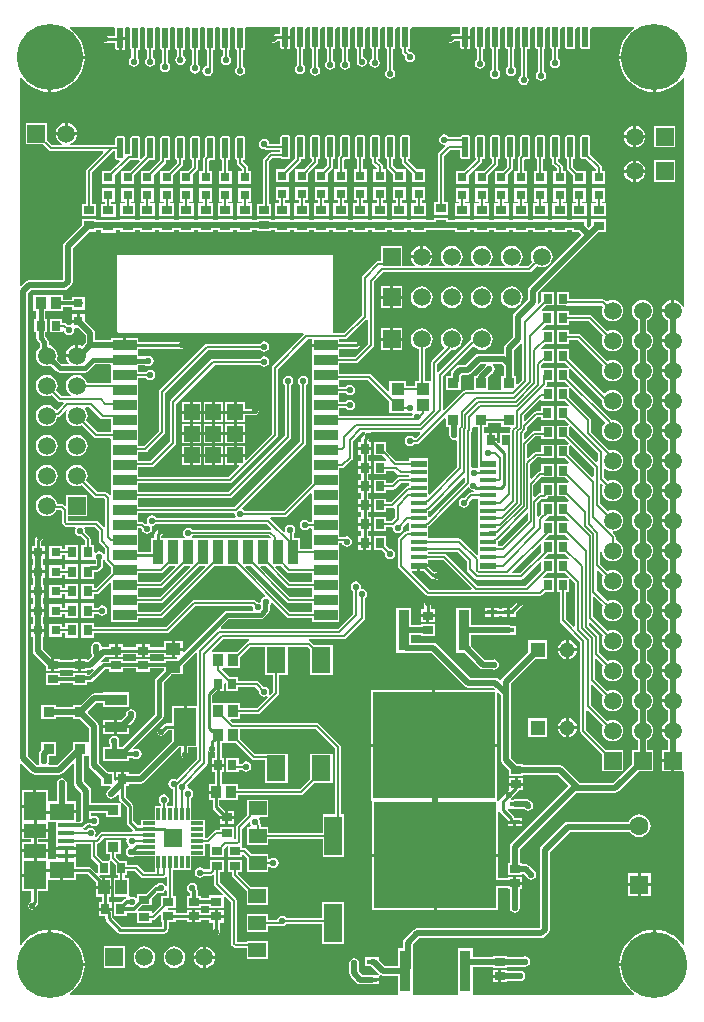
<source format=gtl>
G04*
G04 #@! TF.GenerationSoftware,Altium Limited,Altium Designer,20.1.14 (287)*
G04*
G04 Layer_Physical_Order=1*
G04 Layer_Color=255*
%FSLAX25Y25*%
%MOIN*%
G70*
G04*
G04 #@! TF.SameCoordinates,C357774A-A1FF-41C0-A387-8AFBD113A784*
G04*
G04*
G04 #@! TF.FilePolarity,Positive*
G04*
G01*
G75*
%ADD14C,0.00600*%
%ADD17R,0.03740X0.03150*%
%ADD18R,0.03150X0.03150*%
%ADD19R,0.03347X0.02953*%
G04:AMPARAMS|DCode=20|XSize=21.65mil|YSize=66.93mil|CornerRadius=1.95mil|HoleSize=0mil|Usage=FLASHONLY|Rotation=0.000|XOffset=0mil|YOffset=0mil|HoleType=Round|Shape=RoundedRectangle|*
%AMROUNDEDRECTD20*
21,1,0.02165,0.06303,0,0,0.0*
21,1,0.01776,0.06693,0,0,0.0*
1,1,0.00390,0.00888,-0.03152*
1,1,0.00390,-0.00888,-0.03152*
1,1,0.00390,-0.00888,0.03152*
1,1,0.00390,0.00888,0.03152*
%
%ADD20ROUNDEDRECTD20*%
%ADD21R,0.07874X0.03543*%
%ADD22R,0.05315X0.01575*%
%ADD23R,0.04331X0.03937*%
%ADD24R,0.03150X0.03740*%
%ADD25R,0.03543X0.07874*%
%ADD26R,0.07874X0.03543*%
%ADD27R,0.01181X0.04147*%
%ADD28R,0.05236X0.05236*%
%ADD29R,0.03150X0.03150*%
%ADD30R,0.03543X0.03937*%
%ADD31R,0.03543X0.02953*%
%ADD32R,0.03543X0.03150*%
%ADD33R,0.05118X0.03937*%
%ADD34R,0.05315X0.02362*%
%ADD35R,0.02953X0.03347*%
%ADD36R,0.07480X0.12598*%
%ADD37R,0.07480X0.03543*%
%ADD38R,0.03347X0.01772*%
%ADD39R,0.03150X0.03543*%
%ADD40R,0.03740X0.03543*%
%ADD41R,0.05433X0.01772*%
%ADD42R,0.08268X0.05807*%
%ADD43R,0.07480X0.09350*%
%ADD44R,0.07480X0.04626*%
%ADD45R,0.03740X0.13780*%
%ADD46R,0.40748X0.35433*%
%ADD47R,0.06299X0.08583*%
%ADD48R,0.06299X0.08661*%
%ADD49R,0.05906X0.12992*%
%ADD50R,0.05906X0.04724*%
%ADD51R,0.02953X0.03543*%
%ADD52R,0.02756X0.03543*%
%ADD53R,0.03543X0.02756*%
%ADD54R,0.04147X0.01181*%
%ADD55R,0.06000X0.06000*%
%ADD56R,0.03937X0.05118*%
%ADD101C,0.01000*%
%ADD102C,0.00800*%
%ADD103C,0.02000*%
%ADD104C,0.01200*%
%ADD105C,0.01600*%
%ADD106C,0.05906*%
%ADD107R,0.05906X0.05906*%
%ADD108R,0.05906X0.05906*%
%ADD109C,0.05118*%
%ADD110R,0.05118X0.05118*%
%ADD111C,0.06299*%
%ADD112R,0.06299X0.06299*%
%ADD113C,0.22000*%
%ADD114C,0.02200*%
G36*
X157943Y425471D02*
X158304Y424971D01*
X158302Y424959D01*
Y422622D01*
X155000D01*
X154571Y422536D01*
X154207Y422293D01*
X153964Y421929D01*
X153878Y421500D01*
X153964Y421071D01*
X154207Y420707D01*
X154571Y420464D01*
X155000Y420378D01*
X158302D01*
Y418655D01*
X158363Y418345D01*
X158539Y418082D01*
X158802Y417907D01*
X159112Y417845D01*
X159500D01*
Y421807D01*
X160000D01*
Y422307D01*
X161698D01*
Y424959D01*
X161696Y424971D01*
X162057Y425471D01*
X162943D01*
X163304Y424971D01*
X163302Y424959D01*
Y418655D01*
X163363Y418345D01*
X163539Y418082D01*
X163730Y417955D01*
Y415530D01*
X163274Y415226D01*
X162899Y414663D01*
X162767Y414000D01*
X162899Y413337D01*
X163274Y412774D01*
X163837Y412399D01*
X164500Y412267D01*
X165163Y412399D01*
X165726Y412774D01*
X166101Y413337D01*
X166233Y414000D01*
X166101Y414663D01*
X165770Y415160D01*
Y417845D01*
X165888D01*
X166198Y417907D01*
X166461Y418082D01*
X166637Y418345D01*
X166698Y418655D01*
Y424959D01*
X166696Y424971D01*
X167057Y425471D01*
X167943D01*
X168304Y424971D01*
X168302Y424959D01*
Y418655D01*
X168363Y418345D01*
X168539Y418082D01*
X168802Y417907D01*
X168980Y417871D01*
Y415363D01*
X168774Y415226D01*
X168399Y414663D01*
X168267Y414000D01*
X168399Y413337D01*
X168774Y412774D01*
X169337Y412399D01*
X170000Y412267D01*
X170663Y412399D01*
X171226Y412774D01*
X171601Y413337D01*
X171733Y414000D01*
X171601Y414663D01*
X171226Y415226D01*
X171020Y415363D01*
Y417871D01*
X171198Y417907D01*
X171461Y418082D01*
X171637Y418345D01*
X171698Y418655D01*
Y424959D01*
X171696Y424971D01*
X172057Y425471D01*
X172943D01*
X173304Y424971D01*
X173302Y424959D01*
Y418655D01*
X173363Y418345D01*
X173539Y418082D01*
X173802Y417907D01*
X173917Y417884D01*
Y413657D01*
X173647Y413477D01*
X173272Y412915D01*
X173140Y412252D01*
X173272Y411588D01*
X173647Y411026D01*
X174210Y410650D01*
X174873Y410518D01*
X175536Y410650D01*
X176099Y411026D01*
X176474Y411588D01*
X176606Y412252D01*
X176474Y412915D01*
X176099Y413477D01*
X175956Y413572D01*
Y417859D01*
X176198Y417907D01*
X176461Y418082D01*
X176637Y418345D01*
X176698Y418655D01*
Y424959D01*
X176696Y424971D01*
X177057Y425471D01*
X177943D01*
X178304Y424971D01*
X178302Y424959D01*
Y418655D01*
X178363Y418345D01*
X178539Y418082D01*
X178802Y417907D01*
X178980Y417871D01*
Y415934D01*
X178837Y415838D01*
X178461Y415276D01*
X178329Y414613D01*
X178461Y413949D01*
X178837Y413387D01*
X179399Y413011D01*
X180062Y412879D01*
X180726Y413011D01*
X181288Y413387D01*
X181664Y413949D01*
X181796Y414613D01*
X181664Y415276D01*
X181288Y415838D01*
X181020Y416018D01*
Y417871D01*
X181198Y417907D01*
X181461Y418082D01*
X181637Y418345D01*
X181698Y418655D01*
Y424959D01*
X181696Y424971D01*
X182057Y425471D01*
X182943D01*
X183304Y424971D01*
X183302Y424959D01*
Y418655D01*
X183363Y418345D01*
X183539Y418082D01*
X183802Y417907D01*
X183890Y417889D01*
Y413161D01*
X183593Y412963D01*
X183218Y412400D01*
X183086Y411737D01*
X183218Y411074D01*
X183593Y410511D01*
X184156Y410136D01*
X184819Y410004D01*
X185482Y410136D01*
X186045Y410511D01*
X186420Y411074D01*
X186552Y411737D01*
X186420Y412400D01*
X186045Y412963D01*
X185929Y413040D01*
Y417853D01*
X186198Y417907D01*
X186461Y418082D01*
X186637Y418345D01*
X186698Y418655D01*
Y424959D01*
X186696Y424971D01*
X187057Y425471D01*
X187943D01*
X188304Y424971D01*
X188302Y424959D01*
Y418655D01*
X188363Y418345D01*
X188539Y418082D01*
X188802Y417907D01*
X188980Y417871D01*
Y412627D01*
X188423Y412516D01*
X187860Y412140D01*
X187484Y411578D01*
X187353Y410914D01*
X187484Y410251D01*
X187860Y409689D01*
X188423Y409313D01*
X189086Y409181D01*
X189749Y409313D01*
X190311Y409689D01*
X190590Y410106D01*
X190721Y410193D01*
X190942Y410524D01*
X191020Y410914D01*
Y417871D01*
X191198Y417907D01*
X191461Y418082D01*
X191637Y418345D01*
X191698Y418655D01*
Y424959D01*
X191696Y424971D01*
X192057Y425471D01*
X192943D01*
X193304Y424971D01*
X193302Y424959D01*
Y418655D01*
X193363Y418345D01*
X193539Y418082D01*
X193802Y417907D01*
X194112Y417845D01*
X194141D01*
Y415961D01*
X193935Y415824D01*
X193559Y415261D01*
X193427Y414598D01*
X193559Y413935D01*
X193935Y413373D01*
X194497Y412997D01*
X195161Y412865D01*
X195824Y412997D01*
X196386Y413373D01*
X196762Y413935D01*
X196894Y414598D01*
X196762Y415261D01*
X196386Y415824D01*
X196180Y415961D01*
Y417903D01*
X196198Y417907D01*
X196461Y418082D01*
X196637Y418345D01*
X196698Y418655D01*
Y424959D01*
X196696Y424971D01*
X197057Y425471D01*
X197943D01*
X198304Y424971D01*
X198302Y424959D01*
Y418655D01*
X198363Y418345D01*
X198539Y418082D01*
X198802Y417907D01*
X198980Y417871D01*
Y412363D01*
X198774Y412226D01*
X198399Y411663D01*
X198267Y411000D01*
X198399Y410337D01*
X198774Y409774D01*
X199337Y409399D01*
X200000Y409267D01*
X200663Y409399D01*
X201226Y409774D01*
X201601Y410337D01*
X201733Y411000D01*
X201601Y411663D01*
X201226Y412226D01*
X201020Y412363D01*
Y417871D01*
X201198Y417907D01*
X201461Y418082D01*
X201637Y418345D01*
X201698Y418655D01*
Y424959D01*
X201696Y424971D01*
X202057Y425471D01*
X213134D01*
X213302Y425266D01*
Y423236D01*
X211939D01*
X211939Y423236D01*
X211510Y423150D01*
X211146Y422907D01*
X211146Y422907D01*
X210825Y422587D01*
X210571Y422536D01*
X210207Y422293D01*
X209964Y421929D01*
X209878Y421500D01*
X209964Y421071D01*
X210207Y420707D01*
X210571Y420464D01*
X211000Y420378D01*
X211325D01*
X211325Y420378D01*
X211754Y420464D01*
X212118Y420707D01*
X212403Y420993D01*
X213302D01*
Y418963D01*
X213364Y418652D01*
X213539Y418390D01*
X213802Y418214D01*
X214112Y418152D01*
X214500D01*
Y422114D01*
X215000D01*
Y422614D01*
X216698D01*
Y424971D01*
X217113Y425471D01*
X218134D01*
X218302Y425266D01*
Y418963D01*
X218363Y418652D01*
X218539Y418390D01*
X218802Y418214D01*
X218980Y418178D01*
Y412863D01*
X218774Y412726D01*
X218399Y412163D01*
X218267Y411500D01*
X218399Y410837D01*
X218774Y410274D01*
X219337Y409899D01*
X220000Y409767D01*
X220663Y409899D01*
X221226Y410274D01*
X221601Y410837D01*
X221733Y411500D01*
X221601Y412163D01*
X221226Y412726D01*
X221020Y412863D01*
Y418178D01*
X221198Y418214D01*
X221461Y418390D01*
X221637Y418652D01*
X221698Y418963D01*
Y424971D01*
X222113Y425471D01*
X223134D01*
X223302Y425266D01*
Y418963D01*
X223363Y418652D01*
X223539Y418390D01*
X223802Y418214D01*
X223980Y418178D01*
Y412363D01*
X223774Y412226D01*
X223399Y411663D01*
X223267Y411000D01*
X223399Y410337D01*
X223774Y409774D01*
X224337Y409399D01*
X225000Y409267D01*
X225663Y409399D01*
X226226Y409774D01*
X226601Y410337D01*
X226733Y411000D01*
X226601Y411663D01*
X226226Y412226D01*
X226020Y412363D01*
Y418178D01*
X226198Y418214D01*
X226461Y418390D01*
X226637Y418652D01*
X226698Y418963D01*
Y424971D01*
X227113Y425471D01*
X228134D01*
X228302Y425266D01*
Y418963D01*
X228363Y418652D01*
X228539Y418390D01*
X228802Y418214D01*
X228980Y418178D01*
Y414363D01*
X228774Y414226D01*
X228399Y413663D01*
X228267Y413000D01*
X228399Y412337D01*
X228774Y411774D01*
X229337Y411399D01*
X230000Y411267D01*
X230663Y411399D01*
X231226Y411774D01*
X231601Y412337D01*
X231733Y413000D01*
X231601Y413663D01*
X231226Y414226D01*
X231020Y414363D01*
Y418178D01*
X231198Y418214D01*
X231461Y418390D01*
X231637Y418652D01*
X231698Y418963D01*
Y424971D01*
X232113Y425471D01*
X233134D01*
X233302Y425266D01*
Y418963D01*
X233364Y418652D01*
X233539Y418390D01*
X233802Y418214D01*
X233980Y418178D01*
Y414363D01*
X233774Y414226D01*
X233399Y413663D01*
X233267Y413000D01*
X233399Y412337D01*
X233774Y411774D01*
X234337Y411399D01*
X235000Y411267D01*
X235663Y411399D01*
X236226Y411774D01*
X236601Y412337D01*
X236733Y413000D01*
X236601Y413663D01*
X236226Y414226D01*
X236020Y414363D01*
Y418178D01*
X236198Y418214D01*
X236461Y418390D01*
X236636Y418652D01*
X236698Y418963D01*
Y424971D01*
X237113Y425471D01*
X238134D01*
X238302Y425266D01*
Y418963D01*
X238364Y418652D01*
X238539Y418390D01*
X238802Y418214D01*
X238980Y418178D01*
Y414879D01*
X238995Y414807D01*
X238899Y414663D01*
X238767Y414000D01*
X238899Y413337D01*
X239274Y412774D01*
X239837Y412399D01*
X240500Y412267D01*
X241163Y412399D01*
X241726Y412774D01*
X242101Y413337D01*
X242233Y414000D01*
X242101Y414663D01*
X241726Y415226D01*
X241163Y415601D01*
X241020Y415630D01*
Y418178D01*
X241198Y418214D01*
X241461Y418390D01*
X241636Y418652D01*
X241698Y418963D01*
Y424971D01*
X242113Y425471D01*
X243134D01*
X243302Y425266D01*
Y418963D01*
X243363Y418652D01*
X243539Y418390D01*
X243779Y418229D01*
Y415065D01*
X243573Y414927D01*
X243197Y414365D01*
X243065Y413701D01*
X243197Y413038D01*
X243573Y412476D01*
X244135Y412100D01*
X244799Y411968D01*
X245462Y412100D01*
X246024Y412476D01*
X246400Y413038D01*
X246532Y413701D01*
X246400Y414365D01*
X246024Y414927D01*
X245818Y415065D01*
Y418152D01*
X245888D01*
X246198Y418214D01*
X246461Y418390D01*
X246637Y418652D01*
X246698Y418963D01*
Y424971D01*
X247113Y425471D01*
X248134D01*
X248302Y425266D01*
Y418963D01*
X248363Y418652D01*
X248539Y418390D01*
X248802Y418214D01*
X248980Y418178D01*
Y411363D01*
X248774Y411226D01*
X248399Y410663D01*
X248267Y410000D01*
X248399Y409337D01*
X248774Y408774D01*
X249337Y408399D01*
X250000Y408267D01*
X250663Y408399D01*
X251226Y408774D01*
X251601Y409337D01*
X251733Y410000D01*
X251601Y410663D01*
X251226Y411226D01*
X251020Y411363D01*
Y418178D01*
X251198Y418214D01*
X251461Y418390D01*
X251637Y418652D01*
X251698Y418963D01*
Y424971D01*
X252113Y425471D01*
X253134D01*
X253302Y425266D01*
Y418963D01*
X253363Y418652D01*
X253539Y418390D01*
X253802Y418214D01*
X253980Y418178D01*
Y417253D01*
X254058Y416862D01*
X254279Y416532D01*
X254857Y415954D01*
X254767Y415500D01*
X254899Y414837D01*
X255274Y414274D01*
X255837Y413899D01*
X256500Y413767D01*
X257163Y413899D01*
X257726Y414274D01*
X258101Y414837D01*
X258233Y415500D01*
X258101Y416163D01*
X257726Y416726D01*
X257163Y417101D01*
X256500Y417233D01*
X256468Y417227D01*
X256020Y417675D01*
Y418178D01*
X256198Y418214D01*
X256461Y418390D01*
X256637Y418652D01*
X256698Y418963D01*
Y424971D01*
X257113Y425471D01*
X273134D01*
X273302Y425266D01*
Y423236D01*
X270939D01*
X270939Y423236D01*
X270510Y423150D01*
X270146Y422907D01*
X270146Y422907D01*
X269825Y422587D01*
X269571Y422536D01*
X269207Y422293D01*
X268964Y421929D01*
X268879Y421500D01*
X268964Y421071D01*
X269207Y420707D01*
X269571Y420464D01*
X270000Y420378D01*
X270325D01*
X270325Y420378D01*
X270754Y420464D01*
X271118Y420707D01*
X271404Y420993D01*
X273302D01*
Y418963D01*
X273363Y418652D01*
X273539Y418390D01*
X273802Y418214D01*
X274112Y418152D01*
X274500D01*
Y422114D01*
X275000D01*
Y422614D01*
X276698D01*
Y424971D01*
X277113Y425471D01*
X278134D01*
X278302Y425266D01*
Y418963D01*
X278363Y418652D01*
X278539Y418390D01*
X278802Y418214D01*
X278888Y418197D01*
Y414747D01*
X278589Y414547D01*
X278213Y413985D01*
X278081Y413321D01*
X278213Y412658D01*
X278589Y412096D01*
X279151Y411720D01*
X279815Y411588D01*
X280478Y411720D01*
X281040Y412096D01*
X281416Y412658D01*
X281548Y413321D01*
X281416Y413985D01*
X281040Y414547D01*
X280927Y414623D01*
Y418160D01*
X281198Y418214D01*
X281461Y418390D01*
X281637Y418652D01*
X281698Y418963D01*
Y424971D01*
X282113Y425471D01*
X283134D01*
X283302Y425266D01*
Y418963D01*
X283364Y418652D01*
X283539Y418390D01*
X283802Y418214D01*
X283956Y418183D01*
Y411342D01*
X283726Y411188D01*
X283351Y410626D01*
X283219Y409962D01*
X283351Y409299D01*
X283726Y408737D01*
X284289Y408361D01*
X284952Y408229D01*
X285615Y408361D01*
X286178Y408737D01*
X286553Y409299D01*
X286685Y409962D01*
X286553Y410626D01*
X286178Y411188D01*
X285996Y411310D01*
Y418174D01*
X286198Y418214D01*
X286461Y418390D01*
X286636Y418652D01*
X286698Y418963D01*
Y424971D01*
X287113Y425471D01*
X288134Y425471D01*
X288302Y425266D01*
Y418963D01*
X288364Y418652D01*
X288539Y418390D01*
X288802Y418214D01*
X289112Y418152D01*
X289124D01*
Y412218D01*
X289061Y412176D01*
X288686Y411614D01*
X288554Y410950D01*
X288686Y410287D01*
X289061Y409725D01*
X289624Y409349D01*
X290287Y409217D01*
X290950Y409349D01*
X291513Y409725D01*
X291888Y410287D01*
X292020Y410950D01*
X291888Y411614D01*
X291513Y412176D01*
X291163Y412410D01*
Y418207D01*
X291198Y418214D01*
X291461Y418390D01*
X291636Y418652D01*
X291698Y418963D01*
Y424971D01*
X292113Y425471D01*
X293134D01*
X293302Y425266D01*
Y418963D01*
X293363Y418652D01*
X293539Y418390D01*
X293685Y418292D01*
Y409430D01*
X293211Y409113D01*
X292835Y408551D01*
X292703Y407888D01*
X292835Y407225D01*
X293211Y406662D01*
X293773Y406286D01*
X294436Y406154D01*
X295100Y406286D01*
X295662Y406662D01*
X296038Y407225D01*
X296170Y407888D01*
X296038Y408551D01*
X295724Y409021D01*
Y418152D01*
X295888D01*
X296198Y418214D01*
X296461Y418390D01*
X296637Y418652D01*
X296698Y418963D01*
Y424971D01*
X297113Y425471D01*
X298134D01*
X298302Y425266D01*
Y418963D01*
X298363Y418652D01*
X298539Y418390D01*
X298802Y418214D01*
X299112Y418152D01*
X299113D01*
Y410644D01*
X299040Y410595D01*
X298664Y410033D01*
X298532Y409370D01*
X298664Y408707D01*
X299040Y408144D01*
X299602Y407768D01*
X300265Y407636D01*
X300929Y407768D01*
X301491Y408144D01*
X301867Y408707D01*
X301999Y409370D01*
X301867Y410033D01*
X301491Y410595D01*
X301152Y410822D01*
Y418205D01*
X301198Y418214D01*
X301461Y418390D01*
X301637Y418652D01*
X301698Y418963D01*
Y424971D01*
X302113Y425471D01*
X303134D01*
X303302Y425266D01*
Y418963D01*
X303363Y418652D01*
X303539Y418390D01*
X303802Y418214D01*
X303980Y418178D01*
Y414863D01*
X303774Y414726D01*
X303399Y414163D01*
X303267Y413500D01*
X303399Y412837D01*
X303774Y412274D01*
X304337Y411899D01*
X305000Y411767D01*
X305663Y411899D01*
X306226Y412274D01*
X306601Y412837D01*
X306733Y413500D01*
X306601Y414163D01*
X306226Y414726D01*
X306020Y414863D01*
Y418178D01*
X306198Y418214D01*
X306461Y418390D01*
X306637Y418652D01*
X306698Y418963D01*
Y424971D01*
X307113Y425471D01*
X308134D01*
X308302Y425266D01*
Y418963D01*
X308364Y418652D01*
X308539Y418390D01*
X308802Y418214D01*
X309112Y418152D01*
X310888D01*
X311198Y418214D01*
X311461Y418390D01*
X311636Y418652D01*
X311698Y418963D01*
Y424971D01*
X312113Y425471D01*
X313134D01*
X313302Y425266D01*
Y418963D01*
X313364Y418652D01*
X313539Y418390D01*
X313802Y418214D01*
X314112Y418152D01*
X315888D01*
X316198Y418214D01*
X316461Y418390D01*
X316636Y418652D01*
X316698Y418963D01*
Y424971D01*
X317113Y425471D01*
X331149D01*
X331284Y424989D01*
X331161Y424914D01*
X329772Y423728D01*
X328586Y422339D01*
X327632Y420783D01*
X326934Y419096D01*
X326507Y417320D01*
X326403Y416000D01*
X338000D01*
Y415500D01*
X338500D01*
Y403903D01*
X339820Y404007D01*
X341596Y404434D01*
X343283Y405132D01*
X344839Y406086D01*
X346228Y407272D01*
X347414Y408661D01*
X347489Y408784D01*
X347971Y408649D01*
X347971Y332230D01*
X347471Y332131D01*
X347182Y332827D01*
X346613Y333569D01*
X345870Y334139D01*
X345006Y334497D01*
X344579Y334553D01*
Y331035D01*
X344079D01*
Y330535D01*
X340561D01*
X340617Y330108D01*
X340975Y329244D01*
X341545Y328502D01*
X342287Y327932D01*
X342447Y327866D01*
Y324205D01*
X342287Y324139D01*
X341545Y323569D01*
X340975Y322827D01*
X340617Y321963D01*
X340561Y321535D01*
X344079D01*
Y320535D01*
X340561D01*
X340617Y320108D01*
X340975Y319244D01*
X341545Y318502D01*
X342287Y317932D01*
X342447Y317866D01*
Y314205D01*
X342287Y314139D01*
X341545Y313569D01*
X340975Y312827D01*
X340617Y311963D01*
X340561Y311535D01*
X344079D01*
Y310535D01*
X340561D01*
X340617Y310108D01*
X340975Y309244D01*
X341545Y308502D01*
X342287Y307932D01*
X342447Y307866D01*
Y304205D01*
X342287Y304139D01*
X341545Y303569D01*
X340975Y302827D01*
X340617Y301963D01*
X340561Y301535D01*
X344079D01*
Y300535D01*
X340561D01*
X340617Y300108D01*
X340975Y299244D01*
X341545Y298502D01*
X342287Y297932D01*
X342447Y297866D01*
Y294205D01*
X342287Y294139D01*
X341545Y293569D01*
X340975Y292827D01*
X340617Y291963D01*
X340561Y291535D01*
X344079D01*
Y290535D01*
X340561D01*
X340617Y290108D01*
X340975Y289244D01*
X341545Y288502D01*
X342287Y287932D01*
X342447Y287866D01*
Y284205D01*
X342287Y284139D01*
X341545Y283569D01*
X340975Y282827D01*
X340617Y281963D01*
X340561Y281535D01*
X344079D01*
Y280535D01*
X340561D01*
X340617Y280108D01*
X340975Y279244D01*
X341545Y278502D01*
X342287Y277932D01*
X342447Y277866D01*
Y274205D01*
X342287Y274139D01*
X341545Y273569D01*
X340975Y272827D01*
X340617Y271963D01*
X340561Y271535D01*
X344079D01*
Y270535D01*
X340561D01*
X340617Y270108D01*
X340975Y269244D01*
X341545Y268502D01*
X342287Y267932D01*
X342447Y267866D01*
Y264205D01*
X342287Y264139D01*
X341545Y263569D01*
X340975Y262827D01*
X340617Y261963D01*
X340561Y261535D01*
X344079D01*
Y260535D01*
X340561D01*
X340617Y260108D01*
X340975Y259244D01*
X341545Y258502D01*
X342287Y257932D01*
X342447Y257866D01*
Y254205D01*
X342287Y254139D01*
X341545Y253569D01*
X340975Y252827D01*
X340617Y251963D01*
X340561Y251535D01*
X344079D01*
Y250535D01*
X340561D01*
X340617Y250108D01*
X340975Y249244D01*
X341545Y248502D01*
X342287Y247932D01*
X342447Y247866D01*
Y244205D01*
X342287Y244139D01*
X341545Y243569D01*
X340975Y242827D01*
X340617Y241963D01*
X340561Y241535D01*
X344079D01*
Y240535D01*
X340561D01*
X340617Y240108D01*
X340975Y239244D01*
X341545Y238502D01*
X342287Y237932D01*
X342447Y237866D01*
Y234205D01*
X342287Y234139D01*
X341545Y233569D01*
X340975Y232827D01*
X340617Y231963D01*
X340561Y231535D01*
X344079D01*
Y230535D01*
X340561D01*
X340617Y230108D01*
X340975Y229244D01*
X341545Y228502D01*
X342287Y227932D01*
X342447Y227866D01*
Y224205D01*
X342287Y224139D01*
X341545Y223569D01*
X340975Y222827D01*
X340617Y221963D01*
X340561Y221535D01*
X344079D01*
Y220535D01*
X340561D01*
X340617Y220108D01*
X340975Y219244D01*
X341545Y218502D01*
X342287Y217932D01*
X342447Y217866D01*
Y214205D01*
X342287Y214139D01*
X341545Y213569D01*
X340975Y212827D01*
X340617Y211963D01*
X340561Y211535D01*
X344079D01*
Y210535D01*
X340561D01*
X340617Y210108D01*
X340975Y209244D01*
X341545Y208502D01*
X342287Y207932D01*
X342447Y207866D01*
Y204205D01*
X342287Y204139D01*
X341545Y203569D01*
X340975Y202827D01*
X340617Y201963D01*
X340561Y201535D01*
X344079D01*
Y200535D01*
X340561D01*
X340617Y200108D01*
X340975Y199244D01*
X341545Y198502D01*
X342287Y197932D01*
X342447Y197866D01*
Y194205D01*
X342287Y194139D01*
X341545Y193569D01*
X340975Y192827D01*
X340617Y191963D01*
X340561Y191535D01*
X344079D01*
Y190535D01*
X340561D01*
X340617Y190108D01*
X340975Y189244D01*
X341545Y188502D01*
X342287Y187932D01*
X342447Y187866D01*
Y184588D01*
X340526D01*
Y181535D01*
X344079D01*
Y181035D01*
X344579D01*
Y177483D01*
X347471D01*
X347971Y177123D01*
X347971Y119852D01*
X347489Y119716D01*
X347414Y119839D01*
X346228Y121228D01*
X344839Y122414D01*
X343283Y123368D01*
X341596Y124066D01*
X339820Y124493D01*
X338500Y124597D01*
Y113000D01*
X338000D01*
Y112500D01*
X326403D01*
X326507Y111180D01*
X326934Y109404D01*
X327632Y107717D01*
X328586Y106161D01*
X329772Y104772D01*
X331161Y103586D01*
X331284Y103511D01*
X331149Y103029D01*
X277516Y103029D01*
X277470Y103510D01*
X277470Y103529D01*
Y112231D01*
X284128D01*
Y111786D01*
X288872D01*
Y112231D01*
X294808D01*
X294994Y112268D01*
X295000Y112267D01*
X295663Y112399D01*
X296226Y112774D01*
X296601Y113337D01*
X296733Y114000D01*
X296601Y114663D01*
X296226Y115226D01*
X295663Y115601D01*
X295000Y115733D01*
X294337Y115601D01*
X294175Y115494D01*
X288872D01*
Y115939D01*
X284128D01*
Y115494D01*
X277470D01*
Y118490D01*
X272530D01*
Y103529D01*
X272484Y103029D01*
X257516D01*
X257470Y103510D01*
X257470Y103529D01*
Y111713D01*
X257501Y111870D01*
Y119694D01*
X259676Y121869D01*
X300328D01*
X300953Y121993D01*
X301482Y122346D01*
X302654Y123518D01*
X303007Y124047D01*
X303131Y124672D01*
Y150667D01*
X309833Y157369D01*
X329788D01*
X330326Y156668D01*
X331109Y156067D01*
X332021Y155689D01*
X333000Y155561D01*
X333979Y155689D01*
X334891Y156067D01*
X335674Y156668D01*
X336275Y157451D01*
X336653Y158364D01*
X336782Y159343D01*
X336653Y160321D01*
X336275Y161233D01*
X335674Y162017D01*
X334891Y162618D01*
X333979Y162996D01*
X333000Y163125D01*
X332021Y162996D01*
X331109Y162618D01*
X330326Y162017D01*
X329725Y161233D01*
X329475Y160631D01*
X309157D01*
X308533Y160507D01*
X308004Y160153D01*
X300346Y152496D01*
X299993Y151967D01*
X299869Y151342D01*
Y125347D01*
X299653Y125131D01*
X259000D01*
X259000Y125131D01*
X258376Y125007D01*
X257846Y124653D01*
X254716Y121524D01*
X254363Y120994D01*
X254239Y120370D01*
Y118490D01*
X252530D01*
Y112631D01*
X248187D01*
X246273Y114546D01*
Y115439D01*
X245215D01*
X245183Y115460D01*
X244559Y115584D01*
X244000D01*
X243376Y115460D01*
X243344Y115439D01*
X241727D01*
Y112467D01*
X243344D01*
X243376Y112446D01*
X243854Y112350D01*
X246172Y110033D01*
X245965Y109533D01*
X245869Y109533D01*
X244656D01*
X244624Y109554D01*
X244000Y109679D01*
X240703D01*
X239631Y110750D01*
Y113500D01*
X239507Y114124D01*
X239154Y114654D01*
X238624Y115007D01*
X238000Y115131D01*
X237376Y115007D01*
X236846Y114654D01*
X236493Y114124D01*
X236369Y113500D01*
Y110074D01*
X236493Y109450D01*
X236846Y108921D01*
X238873Y106894D01*
X239403Y106540D01*
X240027Y106416D01*
X244000D01*
X244624Y106540D01*
X244656Y106561D01*
X246273D01*
Y107547D01*
X244000D01*
Y108547D01*
X246273D01*
Y109161D01*
Y109188D01*
D01*
X246273Y109302D01*
X246454Y109408D01*
X246753Y109583D01*
X246887Y109493D01*
X247512Y109369D01*
X252530D01*
Y103529D01*
X252484Y103029D01*
X143351Y103029D01*
X143216Y103511D01*
X143339Y103586D01*
X144728Y104772D01*
X145914Y106161D01*
X146868Y107717D01*
X147566Y109404D01*
X147993Y111180D01*
X148097Y112500D01*
X136500D01*
Y113000D01*
X136000D01*
Y124597D01*
X134680Y124493D01*
X132904Y124066D01*
X131217Y123368D01*
X129661Y122414D01*
X128272Y121228D01*
X127086Y119839D01*
X127011Y119716D01*
X126529Y119851D01*
Y180010D01*
X126991Y180202D01*
X130347Y176847D01*
X130876Y176493D01*
X131500Y176369D01*
X139724D01*
X140349Y176493D01*
X140878Y176847D01*
X144131Y180100D01*
X144593Y179908D01*
Y173426D01*
X144717Y172801D01*
X145071Y172272D01*
X146999Y170344D01*
Y165106D01*
Y161107D01*
X146576Y160684D01*
X145226D01*
Y163537D01*
X140492D01*
Y164537D01*
X145226D01*
Y167541D01*
X142131D01*
Y173500D01*
X142007Y174124D01*
X141654Y174653D01*
X141124Y175007D01*
X140500Y175131D01*
X139876Y175007D01*
X139347Y174653D01*
X138993Y174124D01*
X138869Y173500D01*
Y167541D01*
X135777D01*
Y171084D01*
X131937D01*
Y165809D01*
X131437D01*
Y165309D01*
X127097D01*
Y160534D01*
Y158140D01*
X131437D01*
X135777D01*
Y160534D01*
X138593D01*
Y157975D01*
Y155416D01*
Y152857D01*
Y152284D01*
X141909D01*
X145226D01*
Y153323D01*
X150110D01*
Y149110D01*
X150188Y148720D01*
X150409Y148389D01*
X152526Y146272D01*
Y143650D01*
X152064Y143459D01*
X150230Y145293D01*
X149866Y145536D01*
X149437Y145622D01*
X149437Y145622D01*
X145226D01*
Y148151D01*
X145226D01*
Y148724D01*
X141909D01*
X138593D01*
Y148151D01*
X135777D01*
Y150545D01*
X131437D01*
X127097D01*
Y148132D01*
Y143376D01*
X131437D01*
Y142376D01*
X127097D01*
Y137601D01*
X130315D01*
Y134226D01*
X129707Y133618D01*
X129464Y133254D01*
X129378Y132825D01*
X129378Y132825D01*
Y132500D01*
X129464Y132071D01*
X129707Y131707D01*
X130071Y131464D01*
X130500Y131378D01*
X130929Y131464D01*
X131293Y131707D01*
X131536Y132071D01*
X131587Y132325D01*
X132230Y132969D01*
X132230Y132969D01*
X132473Y133333D01*
X132559Y133762D01*
X132559Y133762D01*
Y137601D01*
X135777D01*
Y141144D01*
X139992D01*
Y144648D01*
X140992D01*
Y141144D01*
X145226D01*
Y143378D01*
X148972D01*
X151935Y140416D01*
Y139342D01*
X154004D01*
Y142002D01*
X153522D01*
X153014Y142509D01*
X153206Y142971D01*
X156482D01*
Y147534D01*
X156699Y147666D01*
X156976Y147727D01*
X158431Y146272D01*
Y142971D01*
X159390D01*
Y142002D01*
X157841D01*
Y135684D01*
X162065D01*
X162361Y135184D01*
X162356Y135175D01*
X162250Y135109D01*
X162149D01*
X161681Y135016D01*
X161284Y134750D01*
X160405Y133872D01*
X157786D01*
Y129128D01*
X162135D01*
Y130277D01*
X164453D01*
X164921Y130370D01*
X165176Y130540D01*
X165583Y130376D01*
X165676Y130285D01*
Y126817D01*
X170419D01*
Y127776D01*
X170961D01*
X171351Y127853D01*
X171682Y128074D01*
X173214Y129606D01*
X173676Y129415D01*
Y127081D01*
X173878D01*
Y125622D01*
X160465D01*
X157236Y128850D01*
Y130425D01*
X157236Y130425D01*
X157214Y130534D01*
Y131000D01*
X155039D01*
X152865D01*
Y129128D01*
X154993D01*
Y128386D01*
X154993Y128386D01*
X155078Y127957D01*
X155321Y127593D01*
X159207Y123707D01*
X159571Y123464D01*
X160000Y123378D01*
X160000Y123378D01*
X174414D01*
X174414Y123378D01*
X174843Y123464D01*
X175207Y123707D01*
X175793Y124293D01*
X175793Y124293D01*
X176036Y124657D01*
X176122Y125086D01*
Y127081D01*
X178419D01*
Y128036D01*
X182176D01*
Y127081D01*
X184047D01*
Y129157D01*
Y131234D01*
X182176D01*
Y130279D01*
X178419D01*
Y131234D01*
X176018D01*
X175751Y131734D01*
X175799Y131806D01*
X178419D01*
Y135958D01*
X177569D01*
Y144513D01*
X183646D01*
Y149152D01*
X188284D01*
Y153260D01*
X189330D01*
X189629Y153320D01*
X189927Y153074D01*
X190030Y152943D01*
Y148927D01*
X194576D01*
Y151638D01*
X195418Y152480D01*
X196030D01*
Y148928D01*
X200576D01*
Y149455D01*
X201076Y149662D01*
X202250Y148488D01*
Y143983D01*
X209356D01*
Y145525D01*
X209625Y145661D01*
X209856Y145719D01*
X210368Y145376D01*
X211031Y145244D01*
X211695Y145376D01*
X212257Y145752D01*
X212633Y146314D01*
X212765Y146978D01*
X212633Y147641D01*
X212257Y148203D01*
X211695Y148579D01*
X211031Y148711D01*
X210368Y148579D01*
X209856Y148237D01*
X209625Y148294D01*
X209356Y148430D01*
Y149907D01*
X203715D01*
X201897Y151725D01*
X201567Y151946D01*
X201176Y152023D01*
X200576D01*
Y153080D01*
X200576D01*
X200422Y153580D01*
X200442Y153610D01*
X200520Y154000D01*
Y158330D01*
X202778Y160588D01*
X202976Y160553D01*
X203288Y160391D01*
X203399Y159837D01*
X203649Y159462D01*
X203410Y158962D01*
X202250D01*
Y153038D01*
X209356D01*
Y154980D01*
X227447D01*
Y148904D01*
X234553D01*
Y163096D01*
X233520D01*
Y185500D01*
X233442Y185890D01*
X233221Y186221D01*
X226252Y193190D01*
X225922Y193411D01*
X225532Y193488D01*
X197698D01*
X196716Y194470D01*
X196908Y194931D01*
X199931D01*
Y196480D01*
X206000D01*
X206390Y196558D01*
X206721Y196779D01*
X212721Y202779D01*
X212942Y203110D01*
X213020Y203500D01*
Y209660D01*
X215750D01*
Y218902D01*
X222428D01*
X223250Y218079D01*
Y209660D01*
X230750D01*
Y219521D01*
X224692D01*
X223571Y220642D01*
X223241Y220863D01*
X222990Y220913D01*
X223040Y221413D01*
X234433D01*
X234823Y221491D01*
X235154Y221712D01*
X241221Y227779D01*
X241442Y228110D01*
X241520Y228500D01*
Y235137D01*
X241726Y235274D01*
X242101Y235837D01*
X242233Y236500D01*
X242101Y237163D01*
X241726Y237726D01*
X241163Y238101D01*
X240550Y238223D01*
X240498Y238237D01*
X240169Y238677D01*
X240233Y239000D01*
X240101Y239663D01*
X239726Y240226D01*
X239163Y240601D01*
X238500Y240733D01*
X237837Y240601D01*
X237274Y240226D01*
X236899Y239663D01*
X236767Y239000D01*
X236899Y238337D01*
X237274Y237774D01*
X237480Y237637D01*
Y229922D01*
X232578Y225020D01*
X193656D01*
X193465Y225482D01*
X196056Y228073D01*
X206788D01*
X206788Y228073D01*
X207334Y228181D01*
X207798Y228491D01*
X209395Y230088D01*
X209395Y230088D01*
X209704Y230551D01*
X209813Y231097D01*
X209813Y231097D01*
Y232905D01*
X210101Y233337D01*
X210171Y233686D01*
X210714Y233851D01*
X215713Y228851D01*
X216011Y228652D01*
X216362Y228582D01*
X223892D01*
Y227128D01*
X232966D01*
Y231872D01*
X232966D01*
Y232128D01*
X232966D01*
Y236872D01*
X232966D01*
Y237128D01*
X232966D01*
Y241872D01*
X232966D01*
Y242128D01*
X232966D01*
Y246872D01*
X232966D01*
Y247128D01*
X232966D01*
Y251628D01*
X232966Y252000D01*
X232966Y252372D01*
Y253480D01*
X233870D01*
X233899Y253337D01*
X234274Y252774D01*
X234837Y252399D01*
X235500Y252267D01*
X236163Y252399D01*
X236726Y252774D01*
X237101Y253337D01*
X237233Y254000D01*
X237101Y254663D01*
X236726Y255226D01*
X236163Y255601D01*
X235500Y255733D01*
X234837Y255601D01*
X234693Y255505D01*
X234621Y255520D01*
X233320D01*
X232966Y255873D01*
X232966Y257000D01*
X232966Y257372D01*
Y261628D01*
X232966Y262000D01*
X232966Y262372D01*
Y266628D01*
X232966Y267000D01*
X232966Y267372D01*
Y271872D01*
X232966Y271872D01*
Y272128D01*
X232966D01*
X232966Y272372D01*
Y276872D01*
X232966D01*
Y277128D01*
X232966D01*
Y278480D01*
X234000D01*
X234390Y278558D01*
X234721Y278779D01*
X237221Y281279D01*
X237442Y281610D01*
X237520Y282000D01*
Y287578D01*
X240422Y290480D01*
X241575D01*
X241727Y289980D01*
X241714Y289972D01*
X240648Y288906D01*
X240405Y288542D01*
X240319Y288112D01*
X240319Y288112D01*
Y287273D01*
X239365D01*
Y285500D01*
X241441D01*
X243517D01*
Y287273D01*
X242865D01*
X242688Y287773D01*
X243300Y288386D01*
X243543Y288749D01*
X243629Y289179D01*
X243543Y289608D01*
X243300Y289972D01*
X243287Y289980D01*
X243439Y290480D01*
X259748D01*
X259955Y289980D01*
X258524Y288549D01*
X257989D01*
X257851Y288755D01*
X257289Y289131D01*
X256626Y289263D01*
X255962Y289131D01*
X255400Y288755D01*
X255024Y288193D01*
X254892Y287529D01*
X255024Y286866D01*
X255400Y286304D01*
X255962Y285928D01*
X256626Y285796D01*
X257289Y285928D01*
X257851Y286304D01*
X257989Y286510D01*
X258946D01*
X259336Y286587D01*
X259667Y286808D01*
X268068Y295210D01*
X268530Y295018D01*
Y292156D01*
X269730D01*
Y289971D01*
X269667Y289651D01*
X269799Y288988D01*
X270174Y288425D01*
X270737Y288050D01*
X271400Y287918D01*
X271880Y288013D01*
X272380Y287706D01*
Y278877D01*
X263204Y269700D01*
X262742Y269891D01*
Y273128D01*
Y275687D01*
Y278246D01*
Y281809D01*
X256227D01*
Y281047D01*
X251954D01*
X248635Y284366D01*
Y287273D01*
X244483D01*
Y282727D01*
X247390D01*
X248650Y281467D01*
X248437Y280973D01*
X244483D01*
Y276427D01*
X248635D01*
Y277680D01*
X251390D01*
X252716Y276354D01*
X253047Y276133D01*
X253437Y276055D01*
X256227D01*
Y275535D01*
X253016D01*
X252626Y275458D01*
X252295Y275237D01*
X250478Y273420D01*
X248635D01*
Y274673D01*
X244483D01*
Y270127D01*
X248635D01*
Y271380D01*
X250900D01*
X251290Y271458D01*
X251621Y271679D01*
X253438Y273496D01*
X256227D01*
Y272589D01*
X256069D01*
X255679Y272511D01*
X255348Y272290D01*
X250178Y267120D01*
X248635D01*
Y268373D01*
X244483D01*
Y263827D01*
X248635D01*
Y265080D01*
X250600D01*
X250980Y265156D01*
X250990Y265158D01*
X251480Y264884D01*
Y261922D01*
X250378Y260820D01*
X248635D01*
Y262073D01*
X244483D01*
Y257527D01*
X248635D01*
Y258780D01*
X250313D01*
X250767Y258500D01*
X250899Y257837D01*
X251274Y257274D01*
X251837Y256899D01*
X252500Y256767D01*
X253163Y256899D01*
X253726Y257274D01*
X254101Y257837D01*
X254233Y258500D01*
X254185Y258743D01*
X255727Y260285D01*
X256227Y260078D01*
Y257622D01*
X255602D01*
X255212Y257544D01*
X254881Y257323D01*
X252734Y255176D01*
X252513Y254845D01*
X252436Y254455D01*
Y246045D01*
X252513Y245655D01*
X252734Y245324D01*
X261779Y236279D01*
X262110Y236058D01*
X262500Y235980D01*
X299941D01*
X300331Y236058D01*
X300662Y236279D01*
X301610Y237227D01*
X304517D01*
Y241773D01*
X301060D01*
X300853Y242273D01*
X302173Y243593D01*
X304517D01*
Y248140D01*
X301373D01*
X301182Y248602D01*
X302540Y249960D01*
X304517D01*
Y254507D01*
X301740D01*
X301548Y254969D01*
X302906Y256327D01*
X304517D01*
Y260873D01*
X301660D01*
X301453Y261373D01*
X302773Y262693D01*
X304517D01*
Y267240D01*
X300365D01*
Y263169D01*
X299520Y262324D01*
X299020Y262531D01*
Y266836D01*
X300391Y268207D01*
X301365D01*
X301755Y268285D01*
X302085Y268506D01*
X302624Y269044D01*
X302635Y269060D01*
X304517D01*
Y273606D01*
X300365D01*
Y270246D01*
X299969D01*
X299578Y270169D01*
X299248Y269948D01*
X298180Y268880D01*
X297718Y269071D01*
Y272920D01*
X299975Y275178D01*
X300365Y275427D01*
Y275427D01*
X300365Y275427D01*
X304517D01*
Y279973D01*
X300365D01*
Y277418D01*
X300000D01*
X299649Y277348D01*
X299351Y277149D01*
X297080Y274877D01*
X296618Y275069D01*
Y279820D01*
X298880Y282082D01*
X300365D01*
Y281793D01*
X304517D01*
Y286340D01*
X300365D01*
Y283918D01*
X298500D01*
X298149Y283848D01*
X297851Y283649D01*
X295980Y281777D01*
X295518Y281969D01*
Y286220D01*
X298380Y289082D01*
X300365D01*
Y288160D01*
X304517D01*
Y292706D01*
X300365D01*
Y290918D01*
X298000D01*
X297649Y290848D01*
X297351Y290649D01*
X294880Y288177D01*
X294418Y288369D01*
Y289980D01*
X295249Y290811D01*
X295448Y291109D01*
X295518Y291460D01*
Y292220D01*
X298880Y295582D01*
X300306D01*
Y294527D01*
X304458D01*
Y299073D01*
X300306D01*
Y297418D01*
X298500D01*
X298149Y297348D01*
X297851Y297149D01*
X294880Y294177D01*
X294418Y294369D01*
Y295923D01*
X299903Y301408D01*
X300365Y301217D01*
Y300893D01*
X304517D01*
Y305440D01*
X302240D01*
X302048Y305902D01*
X302085Y305939D01*
X302307Y306270D01*
X302384Y306660D01*
Y307260D01*
X304517D01*
Y311807D01*
X300365D01*
X300118Y312204D01*
Y312682D01*
X301062Y313627D01*
X304517D01*
Y318173D01*
X300460D01*
X300174Y318594D01*
X301573Y319993D01*
X304517D01*
Y324540D01*
X300768D01*
X300560Y325040D01*
X301881Y326360D01*
X304458D01*
Y330907D01*
X300693D01*
X300486Y331406D01*
X301806Y332727D01*
X304517D01*
Y337273D01*
X300365D01*
Y334169D01*
X299503Y333308D01*
X299043Y333554D01*
X299131Y334000D01*
Y336962D01*
X317335Y355165D01*
X319337Y357168D01*
X321970D01*
Y361517D01*
X317030D01*
Y359475D01*
X316181Y358626D01*
X315470Y359337D01*
Y361517D01*
X310530D01*
Y361072D01*
X308970D01*
Y361517D01*
X304030D01*
Y361072D01*
X302470D01*
Y361517D01*
X297530D01*
Y361072D01*
X295970D01*
Y361517D01*
X291030D01*
Y361072D01*
X289470D01*
Y361517D01*
X284530D01*
Y361072D01*
X282970D01*
Y361517D01*
X278030D01*
Y361072D01*
X276470D01*
Y361517D01*
X271530D01*
Y361072D01*
X269273D01*
Y362017D01*
X264727D01*
Y361072D01*
X261970D01*
Y361517D01*
X257030D01*
Y361072D01*
X255470D01*
Y361517D01*
X250530D01*
Y361072D01*
X248970D01*
Y361517D01*
X244030D01*
Y361072D01*
X242470D01*
Y361517D01*
X237530D01*
Y361072D01*
X235970D01*
Y361517D01*
X231030D01*
Y361072D01*
X229470D01*
Y361517D01*
X224530D01*
Y361072D01*
X222970D01*
Y361517D01*
X218030D01*
Y361072D01*
X216470D01*
Y361517D01*
X211530D01*
Y361072D01*
X210273D01*
Y361576D01*
X205727D01*
Y361072D01*
X203970D01*
Y361517D01*
X199030D01*
Y361072D01*
X197470D01*
Y361517D01*
X192530D01*
Y361072D01*
X190970D01*
Y361517D01*
X186030D01*
Y361072D01*
X184470D01*
Y361517D01*
X179530D01*
Y361072D01*
X177970D01*
Y361517D01*
X173030D01*
Y361072D01*
X171470D01*
Y361517D01*
X166530D01*
Y361072D01*
X164970D01*
Y361517D01*
X160030D01*
Y361072D01*
X158470D01*
Y361360D01*
X153530D01*
Y361072D01*
X151773D01*
Y361517D01*
X147227D01*
Y359534D01*
X141347Y353654D01*
X140993Y353124D01*
X140869Y352500D01*
Y341347D01*
X140653Y341131D01*
X129500D01*
X128876Y341007D01*
X128347Y340653D01*
X126991Y339298D01*
X126529Y339490D01*
Y408649D01*
X127011Y408784D01*
X127086Y408661D01*
X128272Y407272D01*
X129661Y406086D01*
X131217Y405132D01*
X132904Y404434D01*
X134680Y404007D01*
X136000Y403903D01*
Y415500D01*
X136500D01*
Y416000D01*
X148097D01*
X147993Y417320D01*
X147566Y419096D01*
X146868Y420783D01*
X145914Y422339D01*
X144728Y423728D01*
X143339Y424914D01*
X143216Y424990D01*
X143351Y425471D01*
X157943D01*
D02*
G37*
G36*
X310530Y357168D02*
X313025D01*
X313874Y356319D01*
X296346Y338791D01*
X295993Y338262D01*
X295869Y337638D01*
Y334676D01*
X291347Y330153D01*
X290993Y329624D01*
X290869Y329000D01*
Y322176D01*
X288347Y319654D01*
X287993Y319124D01*
X287869Y318500D01*
Y316733D01*
X287745Y316631D01*
X279500D01*
X278876Y316507D01*
X278346Y316154D01*
X275153Y312960D01*
X273172D01*
X272547Y312836D01*
X272018Y312482D01*
X270717Y311180D01*
X270363Y310651D01*
X270239Y310027D01*
Y309301D01*
X268530D01*
Y304557D01*
X273470D01*
Y307543D01*
X273501Y307701D01*
Y309351D01*
X273847Y309697D01*
X275828D01*
X276453Y309821D01*
X276982Y310175D01*
X280176Y313369D01*
X281825D01*
X281977Y312869D01*
X281796Y312748D01*
X281506Y312313D01*
X279097Y309904D01*
X278743Y309375D01*
X278728Y309301D01*
X277780D01*
X277780Y304557D01*
X277343Y304405D01*
X274802D01*
X274412Y304328D01*
X274081Y304107D01*
X268020Y298045D01*
X267520Y298252D01*
Y309078D01*
X277456Y319014D01*
X277955Y318981D01*
X277966Y318966D01*
X278708Y318397D01*
X279573Y318039D01*
X280500Y317917D01*
X281427Y318039D01*
X282292Y318397D01*
X283034Y318966D01*
X283603Y319708D01*
X283961Y320573D01*
X284083Y321500D01*
X283961Y322427D01*
X283603Y323292D01*
X283034Y324034D01*
X282292Y324603D01*
X281427Y324961D01*
X280500Y325083D01*
X279573Y324961D01*
X278708Y324603D01*
X277966Y324034D01*
X277397Y323292D01*
X277039Y322427D01*
X276917Y321500D01*
X276938Y321335D01*
X276802Y321244D01*
X266020Y310461D01*
X265520Y310669D01*
Y313078D01*
X270244Y317802D01*
X270335Y317938D01*
X270500Y317917D01*
X271427Y318039D01*
X272292Y318397D01*
X273034Y318966D01*
X273603Y319708D01*
X273961Y320573D01*
X274083Y321500D01*
X273961Y322427D01*
X273603Y323292D01*
X273034Y324034D01*
X272292Y324603D01*
X271427Y324961D01*
X270500Y325083D01*
X269573Y324961D01*
X268708Y324603D01*
X267966Y324034D01*
X267397Y323292D01*
X267039Y322427D01*
X266917Y321500D01*
X267039Y320573D01*
X267397Y319708D01*
X267966Y318966D01*
X267981Y318955D01*
X268014Y318456D01*
X263779Y314221D01*
X263558Y313890D01*
X263480Y313500D01*
Y307580D01*
X261520D01*
Y318077D01*
X262292Y318397D01*
X263034Y318966D01*
X263603Y319708D01*
X263961Y320573D01*
X264083Y321500D01*
X263961Y322427D01*
X263603Y323292D01*
X263034Y324034D01*
X262292Y324603D01*
X261427Y324961D01*
X260500Y325083D01*
X259573Y324961D01*
X258708Y324603D01*
X257966Y324034D01*
X257397Y323292D01*
X257039Y322427D01*
X256917Y321500D01*
X257039Y320573D01*
X257397Y319708D01*
X257966Y318966D01*
X258708Y318397D01*
X259480Y318077D01*
Y307580D01*
X258235D01*
Y306031D01*
X255265D01*
Y307580D01*
X249735D01*
Y304324D01*
X249273Y304133D01*
X243685Y309721D01*
X243354Y309942D01*
X242964Y310020D01*
X232966D01*
X232966Y312000D01*
X232966Y312372D01*
Y313480D01*
X238500D01*
X238890Y313558D01*
X239221Y313779D01*
X244221Y318779D01*
X244442Y319110D01*
X244520Y319500D01*
Y340578D01*
X247684Y343742D01*
X296262D01*
X296652Y343820D01*
X296983Y344041D01*
X298800Y345859D01*
X299573Y345539D01*
X300500Y345417D01*
X301427Y345539D01*
X302292Y345897D01*
X303034Y346466D01*
X303603Y347208D01*
X303961Y348073D01*
X304083Y349000D01*
X303961Y349927D01*
X303603Y350792D01*
X303034Y351534D01*
X302292Y352103D01*
X301427Y352461D01*
X300500Y352583D01*
X299573Y352461D01*
X298708Y352103D01*
X297966Y351534D01*
X297397Y350792D01*
X297039Y349927D01*
X296917Y349000D01*
X297039Y348073D01*
X297358Y347300D01*
X295839Y345781D01*
X292963D01*
X292793Y346281D01*
X293034Y346466D01*
X293603Y347208D01*
X293961Y348073D01*
X294083Y349000D01*
X293961Y349927D01*
X293603Y350792D01*
X293034Y351534D01*
X292292Y352103D01*
X291427Y352461D01*
X290500Y352583D01*
X289573Y352461D01*
X288708Y352103D01*
X287966Y351534D01*
X287397Y350792D01*
X287039Y349927D01*
X286917Y349000D01*
X287039Y348073D01*
X287397Y347208D01*
X287966Y346466D01*
X288207Y346281D01*
X288037Y345781D01*
X282962D01*
X282793Y346281D01*
X283034Y346466D01*
X283603Y347208D01*
X283961Y348073D01*
X284083Y349000D01*
X283961Y349927D01*
X283603Y350792D01*
X283034Y351534D01*
X282292Y352103D01*
X281427Y352461D01*
X280500Y352583D01*
X279573Y352461D01*
X278708Y352103D01*
X277966Y351534D01*
X277397Y350792D01*
X277039Y349927D01*
X276917Y349000D01*
X277039Y348073D01*
X277397Y347208D01*
X277966Y346466D01*
X278207Y346281D01*
X278038Y345781D01*
X272962D01*
X272793Y346281D01*
X273034Y346466D01*
X273603Y347208D01*
X273961Y348073D01*
X274083Y349000D01*
X273961Y349927D01*
X273603Y350792D01*
X273034Y351534D01*
X272292Y352103D01*
X271427Y352461D01*
X270500Y352583D01*
X269573Y352461D01*
X268708Y352103D01*
X267966Y351534D01*
X267397Y350792D01*
X267039Y349927D01*
X266917Y349000D01*
X267039Y348073D01*
X267397Y347208D01*
X267966Y346466D01*
X268207Y346281D01*
X268038Y345781D01*
X262963D01*
X262793Y346281D01*
X263034Y346466D01*
X263603Y347208D01*
X263961Y348073D01*
X264018Y348500D01*
X256982D01*
X257039Y348073D01*
X257397Y347208D01*
X257966Y346466D01*
X258207Y346281D01*
X258037Y345781D01*
X254053D01*
Y352553D01*
X246947D01*
Y347467D01*
X245947D01*
X245557Y347389D01*
X245226Y347168D01*
X240779Y342721D01*
X240558Y342390D01*
X240480Y342000D01*
Y329422D01*
X234578Y323520D01*
X231304D01*
X230978Y324020D01*
X231047Y324185D01*
Y348988D01*
X230857Y349447D01*
X230398Y349638D01*
X159531D01*
X159072Y349447D01*
X158882Y348988D01*
Y324185D01*
X159072Y323726D01*
X159531Y323536D01*
X220887D01*
X221094Y323036D01*
X210779Y312721D01*
X210558Y312390D01*
X210480Y312000D01*
Y289909D01*
X201932Y281361D01*
X201470Y281552D01*
Y282248D01*
X198752D01*
Y279530D01*
X199448D01*
X199639Y279068D01*
X196091Y275520D01*
X166391D01*
X166037Y275873D01*
X166037Y277000D01*
X166037Y277372D01*
Y278880D01*
X170471D01*
X170861Y278958D01*
X171192Y279179D01*
X178256Y286244D01*
X178478Y286574D01*
X178555Y286965D01*
Y300042D01*
X191493Y312980D01*
X206637D01*
X206774Y312774D01*
X207337Y312399D01*
X208000Y312267D01*
X208663Y312399D01*
X209226Y312774D01*
X209601Y313337D01*
X209733Y314000D01*
X209601Y314663D01*
X209226Y315226D01*
X208663Y315601D01*
X208000Y315733D01*
X207337Y315601D01*
X206774Y315226D01*
X206637Y315020D01*
X191071D01*
X190681Y314942D01*
X190350Y314721D01*
X176815Y301185D01*
X176594Y300855D01*
X176516Y300465D01*
Y287387D01*
X170049Y280920D01*
X166391D01*
X166037Y281273D01*
X166037Y282000D01*
X166037Y282372D01*
Y283880D01*
X168400D01*
X168790Y283958D01*
X169121Y284179D01*
X174721Y289779D01*
X174942Y290110D01*
X175020Y290500D01*
Y303578D01*
X189422Y317980D01*
X206637D01*
X206774Y317774D01*
X207337Y317399D01*
X208000Y317267D01*
X208663Y317399D01*
X209226Y317774D01*
X209601Y318337D01*
X209733Y319000D01*
X209601Y319663D01*
X209226Y320226D01*
X208663Y320601D01*
X208000Y320733D01*
X207337Y320601D01*
X206774Y320226D01*
X206637Y320020D01*
X189000D01*
X188610Y319942D01*
X188279Y319721D01*
X173279Y304721D01*
X173058Y304390D01*
X172980Y304000D01*
Y290922D01*
X167978Y285920D01*
X166391D01*
X166037Y286273D01*
X166037Y287000D01*
X166037Y287372D01*
Y291872D01*
X166037D01*
Y292128D01*
X166037D01*
Y296628D01*
X166037Y296872D01*
X166037D01*
Y297128D01*
X166037D01*
Y301872D01*
X166037D01*
Y302128D01*
X166037D01*
Y306628D01*
X166037Y307000D01*
X166037Y307372D01*
Y308480D01*
X168637D01*
X168774Y308274D01*
X169337Y307899D01*
X170000Y307767D01*
X170663Y307899D01*
X171226Y308274D01*
X171601Y308837D01*
X171733Y309500D01*
X171601Y310163D01*
X171226Y310726D01*
X170663Y311101D01*
X170000Y311233D01*
X169337Y311101D01*
X168774Y310726D01*
X168637Y310520D01*
X166391D01*
X166037Y310873D01*
X166037Y312000D01*
X166037Y312372D01*
Y312889D01*
X168296D01*
X168728Y312600D01*
X169392Y312469D01*
X170055Y312600D01*
X170617Y312976D01*
X170993Y313539D01*
X171125Y314202D01*
X170993Y314865D01*
X170617Y315427D01*
X170055Y315803D01*
X169392Y315935D01*
X168728Y315803D01*
X168640Y315744D01*
X166037D01*
Y316872D01*
X166037D01*
Y317128D01*
X166037D01*
Y318378D01*
X180500D01*
X180929Y318464D01*
X181293Y318707D01*
X181536Y319071D01*
X181622Y319500D01*
X181536Y319929D01*
X181293Y320293D01*
X180929Y320536D01*
X180500Y320621D01*
X166037D01*
Y321872D01*
X162000D01*
Y319500D01*
X161000D01*
Y321872D01*
X156963D01*
Y321131D01*
X151688D01*
Y323490D01*
X151564Y324115D01*
X151210Y324644D01*
X148175Y327679D01*
Y329722D01*
X146500D01*
Y327547D01*
X146000D01*
Y327047D01*
X143825D01*
Y326549D01*
X143325Y326169D01*
X143000Y326233D01*
X142546Y326143D01*
X141968Y326721D01*
X141638Y326942D01*
X141247Y327020D01*
X140635D01*
Y328273D01*
X136483D01*
Y323727D01*
X140635D01*
Y324047D01*
X141135Y324325D01*
X141325Y324207D01*
X141399Y323837D01*
X141774Y323274D01*
X142337Y322899D01*
X143000Y322767D01*
X143663Y322899D01*
X144226Y323274D01*
X144601Y323837D01*
X144733Y324500D01*
X144659Y324872D01*
X145017Y325372D01*
X145868D01*
X148425Y322815D01*
Y320176D01*
X147326Y319077D01*
X147292Y319103D01*
X146427Y319461D01*
X146000Y319518D01*
Y316000D01*
X145500D01*
Y315500D01*
X141982D01*
X142039Y315073D01*
X142397Y314208D01*
X142806Y313675D01*
X142560Y313175D01*
X140344D01*
X138810Y314708D01*
X138961Y315073D01*
X139083Y316000D01*
X138961Y316927D01*
X138603Y317792D01*
X138034Y318534D01*
X137292Y319103D01*
X136427Y319461D01*
X136104Y319504D01*
Y320691D01*
X135995Y321238D01*
X135686Y321701D01*
X135686Y321701D01*
X134868Y322518D01*
Y323727D01*
X135517D01*
Y328273D01*
X134868D01*
Y330931D01*
X135687D01*
X135813Y330931D01*
X136187D01*
X136313Y330931D01*
X140931D01*
Y332229D01*
X143825D01*
Y331278D01*
X148175D01*
Y333208D01*
X148223Y333453D01*
X148175Y333698D01*
Y335628D01*
X143825D01*
Y334676D01*
X140931D01*
Y336069D01*
X136313D01*
X136187Y336069D01*
X135813D01*
X135687Y336069D01*
X131069D01*
Y330931D01*
X132013D01*
Y328273D01*
X131365D01*
Y323727D01*
X132013D01*
Y321927D01*
X132013Y321927D01*
X132122Y321380D01*
X132432Y320917D01*
X133249Y320100D01*
Y318751D01*
X132966Y318534D01*
X132397Y317792D01*
X132039Y316927D01*
X131917Y316000D01*
X132039Y315073D01*
X132397Y314208D01*
X132966Y313466D01*
X133708Y312897D01*
X134573Y312539D01*
X135500Y312417D01*
X136427Y312539D01*
X136792Y312690D01*
X138743Y310738D01*
X138743Y310738D01*
X139207Y310429D01*
X139753Y310320D01*
X139753Y310320D01*
X148264D01*
X148264Y310320D01*
X148810Y310429D01*
X149273Y310738D01*
X151608Y313073D01*
X156609D01*
X156963Y312719D01*
X156963Y312000D01*
X156963Y311628D01*
Y307391D01*
X156963Y307128D01*
X156561Y306891D01*
X148966D01*
X148961Y306927D01*
X148603Y307792D01*
X148034Y308534D01*
X147292Y309103D01*
X146427Y309461D01*
X145500Y309583D01*
X144573Y309461D01*
X143708Y309103D01*
X142966Y308534D01*
X142397Y307792D01*
X142039Y306927D01*
X141917Y306000D01*
X142039Y305073D01*
X142397Y304208D01*
X142966Y303466D01*
X143548Y303020D01*
X143378Y302520D01*
X140422D01*
X138642Y304300D01*
X138961Y305073D01*
X139083Y306000D01*
X138961Y306927D01*
X138603Y307792D01*
X138034Y308534D01*
X137292Y309103D01*
X136427Y309461D01*
X135500Y309583D01*
X134573Y309461D01*
X133708Y309103D01*
X132966Y308534D01*
X132397Y307792D01*
X132039Y306927D01*
X131917Y306000D01*
X132039Y305073D01*
X132397Y304208D01*
X132966Y303466D01*
X133708Y302897D01*
X134573Y302539D01*
X135500Y302417D01*
X136427Y302539D01*
X137200Y302858D01*
X139279Y300779D01*
X139610Y300558D01*
X140000Y300480D01*
X140885D01*
X141077Y300019D01*
X139053Y297995D01*
X139013Y297977D01*
X138403Y298052D01*
X138034Y298534D01*
X137292Y299103D01*
X136427Y299461D01*
X135500Y299583D01*
X134573Y299461D01*
X133708Y299103D01*
X132966Y298534D01*
X132397Y297792D01*
X132039Y296927D01*
X131917Y296000D01*
X132039Y295073D01*
X132397Y294208D01*
X132966Y293466D01*
X133708Y292897D01*
X134573Y292539D01*
X135500Y292417D01*
X136427Y292539D01*
X137292Y292897D01*
X138034Y293466D01*
X138603Y294208D01*
X138961Y295073D01*
X139033Y295617D01*
X139136D01*
X139527Y295694D01*
X139857Y295916D01*
X141986Y298044D01*
X142397Y297792D01*
X142039Y296927D01*
X141917Y296000D01*
X142039Y295073D01*
X142397Y294208D01*
X142966Y293466D01*
X143708Y292897D01*
X144573Y292539D01*
X145500Y292417D01*
X146427Y292539D01*
X147200Y292859D01*
X151279Y288779D01*
X151610Y288558D01*
X152000Y288480D01*
X156609D01*
X156963Y288127D01*
X156963Y287000D01*
X156963Y286628D01*
Y282372D01*
X156963Y282000D01*
X156963Y281628D01*
Y277372D01*
X156963Y277000D01*
X156963Y276628D01*
Y272372D01*
X156963Y272000D01*
X156963Y271628D01*
Y269686D01*
X156463Y269479D01*
X155721Y270221D01*
X155390Y270442D01*
X155000Y270520D01*
X152422D01*
X148642Y274300D01*
X148961Y275073D01*
X149083Y276000D01*
X148961Y276927D01*
X148603Y277792D01*
X148034Y278534D01*
X147292Y279103D01*
X146427Y279461D01*
X145500Y279583D01*
X144573Y279461D01*
X143708Y279103D01*
X142966Y278534D01*
X142397Y277792D01*
X142039Y276927D01*
X141917Y276000D01*
X142039Y275073D01*
X142397Y274208D01*
X142966Y273466D01*
X143708Y272897D01*
X144573Y272539D01*
X145500Y272417D01*
X146427Y272539D01*
X147200Y272859D01*
X151279Y268779D01*
X151610Y268558D01*
X152000Y268480D01*
X154578D01*
X154980Y268078D01*
Y258988D01*
X154777Y258862D01*
X154480Y258799D01*
X152558Y260721D01*
X152227Y260942D01*
X151837Y261020D01*
X142520D01*
Y262447D01*
X149053D01*
Y269553D01*
X141947D01*
Y266148D01*
X141485Y265957D01*
X141221Y266221D01*
X140890Y266442D01*
X140500Y266520D01*
X139015D01*
X138961Y266927D01*
X138603Y267792D01*
X138034Y268534D01*
X137292Y269103D01*
X136427Y269461D01*
X135500Y269583D01*
X134573Y269461D01*
X133708Y269103D01*
X132966Y268534D01*
X132397Y267792D01*
X132039Y266927D01*
X131917Y266000D01*
X132039Y265073D01*
X132397Y264208D01*
X132966Y263466D01*
X133708Y262897D01*
X134573Y262539D01*
X135500Y262417D01*
X136427Y262539D01*
X137292Y262897D01*
X138034Y263466D01*
X138603Y264208D01*
X138716Y264480D01*
X140078D01*
X140480Y264078D01*
Y260469D01*
X140558Y260079D01*
X140779Y259748D01*
X141248Y259279D01*
X141578Y259058D01*
X141969Y258980D01*
X144843D01*
X145110Y258480D01*
X144899Y258163D01*
X144767Y257500D01*
X144899Y256837D01*
X145274Y256274D01*
X145837Y255899D01*
X146500Y255767D01*
X146863Y255839D01*
X148287Y254415D01*
Y252970D01*
X147030D01*
Y248030D01*
X151380D01*
X151774Y247775D01*
X151774Y247774D01*
X151777Y247773D01*
Y246494D01*
X150132D01*
X150014Y246470D01*
X146983D01*
Y241530D01*
X151332D01*
Y244047D01*
X152297D01*
X152765Y244140D01*
X153162Y244405D01*
X153865Y245108D01*
X154130Y245505D01*
X154224Y245973D01*
Y247769D01*
X154498Y248046D01*
X154980Y247892D01*
Y247835D01*
X155058Y247445D01*
X155279Y247114D01*
X156963Y245430D01*
Y243426D01*
X151955Y238418D01*
X151332D01*
Y239970D01*
X146983D01*
Y235030D01*
X151332D01*
Y236582D01*
X152335D01*
X152686Y236652D01*
X152983Y236851D01*
X156501Y240369D01*
X156963Y240177D01*
Y237128D01*
X156963D01*
Y236872D01*
X156963D01*
Y232128D01*
X156963D01*
Y231872D01*
X156963D01*
Y227128D01*
X166037D01*
Y228582D01*
X173567D01*
X173918Y228652D01*
X174216Y228851D01*
X191391Y246026D01*
X194836D01*
Y246026D01*
X195093D01*
Y246026D01*
X198538D01*
X208351Y236213D01*
X208187Y235671D01*
X207837Y235601D01*
X207274Y235226D01*
X206899Y234663D01*
X206785Y234091D01*
X206742Y233985D01*
X206314Y233713D01*
X205947Y233786D01*
X205704Y233738D01*
X205221Y234221D01*
X204890Y234442D01*
X204500Y234520D01*
X184500D01*
X184110Y234442D01*
X183779Y234221D01*
X175078Y225520D01*
X151332D01*
Y226970D01*
X146983D01*
Y222030D01*
X151332D01*
Y223480D01*
X175500D01*
X175890Y223558D01*
X176221Y223779D01*
X184922Y232480D01*
X203830D01*
X204214Y232053D01*
X204338Y231427D01*
X204330Y231312D01*
X204124Y230927D01*
X195465D01*
X195465Y230927D01*
X194918Y230819D01*
X194455Y230509D01*
X181294Y217348D01*
X180832Y217540D01*
Y217705D01*
X178173D01*
Y215636D01*
X178822D01*
X179023Y215175D01*
X178773Y214868D01*
X174514D01*
Y214172D01*
X170045D01*
Y214966D01*
X165302D01*
Y214172D01*
X161045D01*
Y214966D01*
X156302D01*
Y214015D01*
X154475D01*
X154007Y213922D01*
X153793Y213779D01*
X153474Y214167D01*
X154814Y215506D01*
X158098D01*
X158173Y215521D01*
Y217713D01*
Y219887D01*
X156302D01*
Y218769D01*
X154138D01*
X154101Y218762D01*
X153645Y219084D01*
X153545Y219586D01*
X153192Y220115D01*
X153154Y220153D01*
X152624Y220507D01*
X152000Y220631D01*
X151376Y220507D01*
X150847Y220153D01*
X150493Y219624D01*
X150369Y219000D01*
X150407Y218808D01*
Y216962D01*
X150531Y216337D01*
X150731Y216038D01*
X149372Y214679D01*
X148872Y214850D01*
Y214939D01*
X147000D01*
Y212862D01*
Y210786D01*
X148872D01*
Y211295D01*
X149926D01*
X150551Y211419D01*
X150897Y211651D01*
X151216Y211262D01*
X149565Y209611D01*
X148872D01*
Y210214D01*
X144128D01*
Y209361D01*
X139872D01*
Y210214D01*
X135128D01*
Y206061D01*
X139872D01*
Y206914D01*
X144128D01*
Y206061D01*
X148872D01*
Y207164D01*
X150072D01*
X150540Y207257D01*
X150937Y207523D01*
X154982Y211568D01*
X156302D01*
Y210616D01*
X161045D01*
Y211725D01*
X165302D01*
Y210616D01*
X170045D01*
Y211725D01*
X174442D01*
X174505Y211225D01*
X174487Y211132D01*
X171991Y208635D01*
X171681Y208172D01*
X171573Y207626D01*
X171573Y207626D01*
Y196430D01*
X160755Y185612D01*
X159427D01*
Y186576D01*
X159601Y186837D01*
X159733Y187500D01*
X159601Y188163D01*
X159226Y188726D01*
X158663Y189101D01*
X158000Y189233D01*
X157337Y189101D01*
X156774Y188726D01*
X156399Y188163D01*
X156267Y187500D01*
X156399Y186837D01*
X156573Y186576D01*
Y185612D01*
X154093D01*
Y180868D01*
X162773D01*
Y182017D01*
X164179D01*
X164180Y182015D01*
X164742Y181639D01*
X165405Y181507D01*
X166069Y181639D01*
X166631Y182015D01*
X167007Y182577D01*
X167139Y183240D01*
X167007Y183904D01*
X166631Y184466D01*
X166069Y184842D01*
X165405Y184974D01*
X164742Y184842D01*
X164702Y184814D01*
X164383Y185203D01*
X174009Y194829D01*
X174009Y194829D01*
X174319Y195292D01*
X174427Y195839D01*
Y207035D01*
X176924Y209531D01*
X176924Y209531D01*
X177057Y209731D01*
X180832D01*
Y212849D01*
X185188Y217204D01*
X185650Y217013D01*
Y199195D01*
X182161D01*
Y192295D01*
X181161D01*
Y199195D01*
X177321D01*
Y193417D01*
X175382D01*
X175382Y193417D01*
X174952Y193332D01*
X174589Y193088D01*
X172967Y191467D01*
X172707Y191293D01*
X172464Y190929D01*
X172378Y190500D01*
X172464Y190071D01*
X172707Y189707D01*
X173071Y189464D01*
X173500Y189378D01*
X173586D01*
X173586Y189378D01*
X174016Y189464D01*
X174379Y189707D01*
X175846Y191174D01*
X177321D01*
Y187703D01*
X166171Y176553D01*
X162860D01*
Y177293D01*
X161185D01*
Y174921D01*
X160685D01*
Y174421D01*
X158510D01*
Y174203D01*
X158439Y174155D01*
X157939Y174423D01*
Y177293D01*
X155896D01*
X152856Y180333D01*
Y192614D01*
X152732Y193238D01*
X152378Y193768D01*
X149100Y197046D01*
Y197273D01*
X152058Y200231D01*
X154093D01*
Y198979D01*
X162773D01*
Y203722D01*
X154093D01*
Y203494D01*
X151382D01*
X150758Y203369D01*
X150228Y203016D01*
X146793Y199580D01*
X144160D01*
Y198840D01*
X138600D01*
Y199580D01*
X133660D01*
Y194837D01*
X138600D01*
Y195577D01*
X144160D01*
Y194837D01*
X146695D01*
X149593Y191938D01*
Y187196D01*
X149100Y187179D01*
Y187179D01*
X144160D01*
Y184742D01*
X139049Y179631D01*
X136231D01*
X135964Y180131D01*
X136101Y180337D01*
X136233Y181000D01*
X136131Y181512D01*
Y182435D01*
X138600D01*
Y187179D01*
X133660D01*
Y184644D01*
X133346Y184331D01*
X132993Y183801D01*
X132869Y183177D01*
Y181512D01*
X132767Y181000D01*
X132899Y180337D01*
X133036Y180131D01*
X132769Y179631D01*
X132176D01*
X129179Y182629D01*
Y336872D01*
X130176Y337869D01*
X141328D01*
X141953Y337993D01*
X142482Y338347D01*
X143654Y339518D01*
X144007Y340047D01*
X144131Y340672D01*
Y351824D01*
X149672Y357365D01*
X151773D01*
Y357810D01*
X153530D01*
Y357010D01*
X158470D01*
Y357810D01*
X160030D01*
Y357168D01*
X164970D01*
Y357810D01*
X166530D01*
Y357168D01*
X171470D01*
Y357810D01*
X173030D01*
Y357168D01*
X177970D01*
Y357810D01*
X179530D01*
Y357168D01*
X184470D01*
Y357810D01*
X186030D01*
Y357168D01*
X190970D01*
Y357810D01*
X192530D01*
Y357168D01*
X197470D01*
Y357810D01*
X199030D01*
Y357168D01*
X203970D01*
Y357810D01*
X205727D01*
Y357424D01*
X210273D01*
Y357810D01*
X211530D01*
Y357168D01*
X216470D01*
Y357810D01*
X218030D01*
Y357168D01*
X222970D01*
Y357810D01*
X224530D01*
Y357168D01*
X229470D01*
Y357810D01*
X231030D01*
Y357168D01*
X235970D01*
Y357810D01*
X237530D01*
Y357168D01*
X242470D01*
Y357810D01*
X244030D01*
Y357168D01*
X248970D01*
Y357810D01*
X250530D01*
Y357168D01*
X255470D01*
Y357810D01*
X257030D01*
Y357168D01*
X261970D01*
Y357810D01*
X271530D01*
Y357168D01*
X276470D01*
Y357810D01*
X278030D01*
Y357168D01*
X282970D01*
Y357810D01*
X284530D01*
Y357168D01*
X289470D01*
Y357810D01*
X291030D01*
Y357168D01*
X295970D01*
Y357810D01*
X297530D01*
Y357168D01*
X302470D01*
Y357810D01*
X304030D01*
Y357168D01*
X308970D01*
Y357810D01*
X310530D01*
Y357168D01*
D02*
G37*
G36*
X242480Y327831D02*
Y319922D01*
X238078Y315520D01*
X232966D01*
Y316872D01*
X232966D01*
Y317128D01*
X232966D01*
Y318378D01*
X238863D01*
X239292Y318464D01*
X239656Y318707D01*
X239899Y319071D01*
X239984Y319500D01*
X239899Y319929D01*
X239656Y320293D01*
X239292Y320536D01*
X238863Y320621D01*
X232966D01*
Y321480D01*
X235000D01*
X235390Y321558D01*
X235721Y321779D01*
X241980Y328039D01*
X242480Y327831D01*
D02*
G37*
G36*
X293980Y319966D02*
Y307937D01*
X292432Y306389D01*
X291970Y306580D01*
Y309301D01*
X291131D01*
Y313245D01*
Y317824D01*
X293480Y320173D01*
X293980Y319966D01*
D02*
G37*
G36*
X287869Y312570D02*
Y309301D01*
X287030D01*
Y304557D01*
X286593Y304405D01*
X283157D01*
X282720Y304557D01*
X282720Y304905D01*
Y308913D01*
X283813Y310006D01*
X284247Y310297D01*
X284623Y310859D01*
X284755Y311522D01*
X284623Y312185D01*
X284247Y312748D01*
X284066Y312869D01*
X284218Y313369D01*
X287070D01*
X287869Y312570D01*
D02*
G37*
G36*
X249735Y300787D02*
Y296932D01*
X255265D01*
X255265Y296932D01*
Y296932D01*
X255765Y296946D01*
X255837Y296899D01*
X256500Y296767D01*
X257108Y296888D01*
X257250Y296767D01*
X257438Y296482D01*
X257359Y296363D01*
X257290Y296020D01*
X233320D01*
X232966Y296373D01*
X232966Y297000D01*
X232966Y297372D01*
Y298480D01*
X235137D01*
X235274Y298274D01*
X235837Y297899D01*
X236500Y297767D01*
X237163Y297899D01*
X237726Y298274D01*
X238101Y298837D01*
X238233Y299500D01*
X238101Y300163D01*
X237726Y300726D01*
X237163Y301101D01*
X236500Y301233D01*
X235837Y301101D01*
X235274Y300726D01*
X235137Y300520D01*
X233320D01*
X232966Y300873D01*
X232966Y302000D01*
X232966Y302372D01*
Y303480D01*
X235137D01*
X235274Y303274D01*
X235837Y302899D01*
X236500Y302767D01*
X237163Y302899D01*
X237726Y303274D01*
X238101Y303837D01*
X238233Y304500D01*
X238101Y305163D01*
X237726Y305726D01*
X237163Y306101D01*
X236500Y306233D01*
X235837Y306101D01*
X235274Y305726D01*
X235137Y305520D01*
X233320D01*
X232966Y305873D01*
X232966Y307000D01*
X232966Y307372D01*
Y307980D01*
X242541D01*
X249735Y300787D01*
D02*
G37*
G36*
X153407Y295151D02*
X153738Y294930D01*
X154128Y294852D01*
X156963D01*
Y292128D01*
X156963D01*
Y291872D01*
X156963D01*
Y290520D01*
X152422D01*
X148642Y294300D01*
X148961Y295073D01*
X149083Y296000D01*
X148961Y296927D01*
X148603Y297792D01*
X148188Y298333D01*
X148434Y298833D01*
X149725D01*
X153407Y295151D01*
D02*
G37*
G36*
X287030Y292156D02*
X289929D01*
X290160Y291656D01*
X290058Y291503D01*
X289980Y291113D01*
Y290273D01*
X286483D01*
Y287001D01*
X286021Y286809D01*
X285517Y287313D01*
Y287500D01*
X283441D01*
Y288000D01*
X282941D01*
Y290273D01*
X281365D01*
X281270Y290734D01*
Y292156D01*
X282720D01*
Y293508D01*
X287030D01*
Y292156D01*
D02*
G37*
G36*
X279230Y286986D02*
X279239Y286945D01*
Y280809D01*
X279258Y280710D01*
Y278805D01*
X278758Y278538D01*
X278663Y278601D01*
X278000Y278733D01*
X277520Y278638D01*
X277020Y278945D01*
Y290514D01*
X277091Y290585D01*
X277312Y290916D01*
X277390Y291306D01*
Y291891D01*
X277780Y292156D01*
X279230D01*
Y286986D01*
D02*
G37*
G36*
X276615Y271984D02*
X276618Y271966D01*
X276862Y271602D01*
X277225Y271359D01*
X277480Y271308D01*
X277625Y271164D01*
X277988Y270920D01*
X278005Y270917D01*
X277956Y270417D01*
X276876D01*
X276486Y270340D01*
X276156Y270119D01*
X274746Y268709D01*
X274503Y268757D01*
X273839Y268625D01*
X273277Y268249D01*
X272901Y267687D01*
X272769Y267024D01*
X272901Y266360D01*
X273277Y265798D01*
X273839Y265422D01*
X274503Y265290D01*
X275166Y265422D01*
X275728Y265798D01*
X276104Y266360D01*
X276236Y267024D01*
X276188Y267267D01*
X277299Y268378D01*
X279258D01*
Y265451D01*
Y262892D01*
Y260333D01*
Y257774D01*
Y255215D01*
Y252656D01*
Y249837D01*
X278796Y249646D01*
X273678Y254764D01*
X273347Y254985D01*
X272957Y255063D01*
X262742D01*
Y259059D01*
X262905Y259091D01*
X263235Y259312D01*
X269978Y266055D01*
X269978Y266055D01*
X276072Y272149D01*
X276615Y271984D01*
D02*
G37*
G36*
X223892Y320000D02*
X228429D01*
Y319000D01*
X223892D01*
Y317128D01*
X223892D01*
Y316872D01*
X223892D01*
Y312372D01*
X223892Y312000D01*
X223892Y311628D01*
Y307372D01*
X223892Y307000D01*
X223892Y306628D01*
Y302372D01*
X223892Y302000D01*
X223892Y301628D01*
Y297372D01*
X223892Y297000D01*
X223892Y296628D01*
Y292372D01*
X223892Y292000D01*
X223892Y291628D01*
Y287372D01*
X223892Y287000D01*
X223892Y286628D01*
Y282128D01*
X223892D01*
Y281872D01*
X223892D01*
Y277128D01*
X223892D01*
Y276872D01*
X223892D01*
Y273570D01*
X214535Y264213D01*
X201363D01*
X201226Y264419D01*
X200818Y264691D01*
X200682Y265262D01*
X221721Y286301D01*
X221942Y286632D01*
X222020Y287022D01*
Y306137D01*
X222226Y306274D01*
X222601Y306837D01*
X222733Y307500D01*
X222601Y308163D01*
X222226Y308726D01*
X221663Y309101D01*
X221000Y309233D01*
X220337Y309101D01*
X219774Y308726D01*
X219399Y308163D01*
X219267Y307500D01*
X219399Y306837D01*
X219774Y306274D01*
X219980Y306137D01*
Y287444D01*
X198056Y265520D01*
X166037D01*
Y266872D01*
X166037D01*
Y267128D01*
X166037D01*
Y268480D01*
X196500D01*
X196890Y268558D01*
X197221Y268779D01*
X216721Y288279D01*
X216942Y288610D01*
X217020Y289000D01*
Y306137D01*
X217226Y306274D01*
X217601Y306837D01*
X217733Y307500D01*
X217601Y308163D01*
X217226Y308726D01*
X216663Y309101D01*
X216000Y309233D01*
X215337Y309101D01*
X214774Y308726D01*
X214399Y308163D01*
X214267Y307500D01*
X214399Y306837D01*
X214774Y306274D01*
X214980Y306137D01*
Y289422D01*
X196078Y270520D01*
X166391D01*
X166037Y270873D01*
X166037Y272000D01*
X166037Y272372D01*
Y273480D01*
X196513D01*
X196903Y273558D01*
X197234Y273779D01*
X212221Y288766D01*
X212442Y289097D01*
X212520Y289487D01*
Y311578D01*
X222422Y321480D01*
X223892D01*
Y320000D01*
D02*
G37*
G36*
X274980Y275380D02*
Y273941D01*
X268536Y267497D01*
X268536Y267497D01*
X263204Y262164D01*
X262742Y262355D01*
Y264069D01*
X262946Y264109D01*
X263277Y264330D01*
X274518Y275572D01*
X274980Y275380D01*
D02*
G37*
G36*
X198267Y263193D02*
X198399Y262530D01*
X198445Y262461D01*
X198209Y262020D01*
X171963D01*
X171826Y262226D01*
X171263Y262601D01*
X170600Y262733D01*
X169937Y262601D01*
X169374Y262226D01*
X168999Y261663D01*
X168867Y261000D01*
X168956Y260549D01*
X168924Y260273D01*
X168615Y260011D01*
X168303Y259948D01*
X168030Y260221D01*
X167700Y260442D01*
X167309Y260520D01*
X166037D01*
Y261628D01*
X166037Y261872D01*
X166037D01*
Y262128D01*
X166037D01*
Y263480D01*
X198031D01*
X198267Y263193D01*
D02*
G37*
G36*
X223892Y270033D02*
X223892Y267000D01*
X223892Y266628D01*
Y262372D01*
X223892Y262000D01*
X223892Y261628D01*
Y260520D01*
X222863D01*
X222726Y260726D01*
X222163Y261101D01*
X221500Y261233D01*
X220837Y261101D01*
X220274Y260726D01*
X219899Y260163D01*
X219767Y259500D01*
X219899Y258837D01*
X220274Y258274D01*
X220837Y257899D01*
X221500Y257767D01*
X222163Y257899D01*
X222726Y258274D01*
X222863Y258480D01*
X223539D01*
X223892Y258127D01*
X223892Y257000D01*
X223892Y256628D01*
X223892Y251936D01*
X223539Y251583D01*
X219836D01*
Y255100D01*
X217816D01*
Y256624D01*
X217826Y256631D01*
X218201Y257193D01*
X218333Y257856D01*
X218201Y258520D01*
X217826Y259082D01*
X217263Y259458D01*
X216600Y259590D01*
X215937Y259458D01*
X215374Y259082D01*
X214999Y258520D01*
X214867Y257856D01*
X214961Y257381D01*
X214500Y257134D01*
X209961Y261674D01*
X209987Y261870D01*
X210136Y262174D01*
X214957D01*
X215347Y262251D01*
X215678Y262473D01*
X223430Y270224D01*
X223892Y270033D01*
D02*
G37*
G36*
X210404Y258347D02*
X210158Y257886D01*
X210000Y257918D01*
X183986D01*
X183890Y258061D01*
X183327Y258437D01*
X182664Y258569D01*
X182001Y258437D01*
X181439Y258061D01*
X181063Y257499D01*
X180931Y256836D01*
X181063Y256172D01*
X181439Y255610D01*
X181454Y255600D01*
X181302Y255100D01*
X180336D01*
X180093Y255100D01*
Y255100D01*
X179836D01*
Y255100D01*
X175336D01*
X175093Y255100D01*
Y255100D01*
X174836D01*
Y255100D01*
X173586D01*
Y256000D01*
X174293Y256707D01*
X174536Y257071D01*
X174622Y257500D01*
X174536Y257929D01*
X174293Y258293D01*
X173929Y258536D01*
X173500Y258622D01*
X173071Y258536D01*
X172707Y258293D01*
X171671Y257258D01*
X171428Y256894D01*
X171343Y256465D01*
X171343Y256465D01*
Y255100D01*
X170093D01*
Y250622D01*
X166037D01*
Y251628D01*
X166037Y251872D01*
X166037D01*
Y252128D01*
X166037D01*
Y256872D01*
X166037D01*
Y257128D01*
X166037D01*
Y258480D01*
X166887D01*
X167200Y258168D01*
X167299Y257671D01*
X167674Y257108D01*
X168237Y256733D01*
X168900Y256601D01*
X169563Y256733D01*
X170126Y257108D01*
X170501Y257671D01*
X170633Y258334D01*
X170544Y258785D01*
X170576Y259061D01*
X170885Y259323D01*
X171263Y259399D01*
X171826Y259774D01*
X171963Y259980D01*
X208771D01*
X210404Y258347D01*
D02*
G37*
G36*
X210102Y255600D02*
X210093Y255100D01*
X209836D01*
Y255100D01*
X205093D01*
X205093Y255100D01*
X204836D01*
Y255100D01*
X204593Y255100D01*
X200093D01*
X200093Y255100D01*
X199836D01*
Y255100D01*
X199593Y255100D01*
X195093D01*
Y255100D01*
X194836D01*
Y255100D01*
X190336D01*
X190093Y255100D01*
Y255100D01*
X189836D01*
Y255100D01*
X185336D01*
X185093Y255100D01*
Y255100D01*
X184836D01*
Y255100D01*
X184026D01*
X183875Y255600D01*
X183890Y255610D01*
X184205Y256082D01*
X209620D01*
X210102Y255600D01*
D02*
G37*
G36*
X295882Y263442D02*
Y261180D01*
X287104Y252402D01*
X285773D01*
Y254133D01*
X285795Y254155D01*
X285856Y254167D01*
X286154Y254366D01*
X295420Y263633D01*
X295882Y263442D01*
D02*
G37*
G36*
X152815Y257581D02*
Y254166D01*
X152892Y253776D01*
X153113Y253445D01*
X154980Y251578D01*
Y249996D01*
X154480Y249844D01*
X154226Y250226D01*
X153663Y250601D01*
X153000Y250733D01*
X152337Y250601D01*
X151880Y250296D01*
X151508Y250422D01*
X151380Y250517D01*
Y252970D01*
X150122D01*
Y254795D01*
X150052Y255146D01*
X149854Y255444D01*
X148161Y257137D01*
X148233Y257500D01*
X148101Y258163D01*
X147889Y258480D01*
X148157Y258980D01*
X151415D01*
X152815Y257581D01*
D02*
G37*
G36*
X300365Y253132D02*
Y250669D01*
X293107Y243411D01*
X290644D01*
X290453Y243873D01*
X299903Y253323D01*
X300365Y253132D01*
D02*
G37*
G36*
X215713Y243851D02*
X216011Y243652D01*
X216362Y243582D01*
X223892D01*
Y242128D01*
X223892D01*
Y241872D01*
X223892D01*
Y240418D01*
X216742D01*
X211596Y245564D01*
X211787Y246026D01*
X213539D01*
X215713Y243851D01*
D02*
G37*
G36*
X178333Y245564D02*
X173187Y240418D01*
X166037D01*
Y241872D01*
X166037Y241872D01*
Y242128D01*
X166037D01*
X166037Y242372D01*
Y243582D01*
X173567D01*
X173918Y243652D01*
X174216Y243851D01*
X176391Y246026D01*
X178142D01*
X178333Y245564D01*
D02*
G37*
G36*
X275480Y247578D02*
Y244756D01*
X275558Y244365D01*
X275779Y244035D01*
X278143Y241670D01*
X278474Y241449D01*
X278864Y241372D01*
X293529D01*
X293919Y241449D01*
X294250Y241670D01*
X299903Y247323D01*
X300365Y247132D01*
Y244669D01*
X295016Y239320D01*
X279122D01*
X268796Y249646D01*
X268465Y249867D01*
X268075Y249945D01*
X262742D01*
Y250465D01*
X272593D01*
X275480Y247578D01*
D02*
G37*
G36*
X277077Y238481D02*
X276885Y238020D01*
X262922D01*
X257212Y243729D01*
X257404Y244191D01*
X258984D01*
Y245972D01*
X259484D01*
Y246472D01*
X262742D01*
Y247906D01*
X267653D01*
X277077Y238481D01*
D02*
G37*
G36*
X215713Y238851D02*
X216011Y238652D01*
X216362Y238582D01*
X223892D01*
Y237128D01*
X223892D01*
Y236872D01*
X223892D01*
Y235418D01*
X216742D01*
X206596Y245564D01*
X206787Y246026D01*
X208539D01*
X215713Y238851D01*
D02*
G37*
G36*
X183333Y245564D02*
X173187Y235418D01*
X166037D01*
Y236872D01*
X166037D01*
Y237128D01*
X166037D01*
Y238582D01*
X173567D01*
X173918Y238652D01*
X174216Y238851D01*
X181391Y246026D01*
X183142D01*
X183333Y245564D01*
D02*
G37*
G36*
X215713Y233851D02*
X216011Y233652D01*
X216362Y233582D01*
X223892D01*
Y232128D01*
X223892D01*
Y231872D01*
X223892D01*
Y230418D01*
X216742D01*
X201596Y245564D01*
X201787Y246026D01*
X203538D01*
X215713Y233851D01*
D02*
G37*
G36*
X188333Y245564D02*
X173187Y230418D01*
X166037D01*
Y231872D01*
X166037D01*
Y232128D01*
X166037D01*
Y233582D01*
X173567D01*
X173918Y233652D01*
X174216Y233851D01*
X186391Y246026D01*
X188142D01*
X188333Y245564D01*
D02*
G37*
G36*
X202931Y220913D02*
X202681Y220863D01*
X202350Y220642D01*
X198780Y217072D01*
X195282D01*
Y217072D01*
X194907D01*
Y217072D01*
X190721D01*
X190514Y217572D01*
X194355Y221413D01*
X202882D01*
X202931Y220913D01*
D02*
G37*
G36*
X208250Y209660D02*
X210980D01*
Y203922D01*
X209816Y202758D01*
X209428Y203077D01*
X209601Y203337D01*
X209733Y204000D01*
X209601Y204663D01*
X209226Y205226D01*
X208663Y205601D01*
X208000Y205733D01*
X207757Y205685D01*
X206217Y207225D01*
X205886Y207446D01*
X205496Y207523D01*
X199395D01*
Y208876D01*
X196437D01*
X193877Y211435D01*
X194085Y211935D01*
X194907D01*
Y211935D01*
X195282D01*
Y211935D01*
X200025D01*
Y215434D01*
X203493Y218902D01*
X208250D01*
Y209660D01*
D02*
G37*
G36*
X195243Y206800D02*
Y204132D01*
X199395D01*
Y205484D01*
X205074D01*
X206315Y204243D01*
X206267Y204000D01*
X206399Y203337D01*
X206774Y202774D01*
X207337Y202399D01*
X208000Y202267D01*
X208663Y202399D01*
X208923Y202572D01*
X209242Y202184D01*
X205578Y198520D01*
X199931D01*
Y200068D01*
X195187D01*
X195187Y200068D01*
X194813D01*
Y200068D01*
X194687Y200068D01*
X190691D01*
Y202719D01*
X192095Y204122D01*
Y206504D01*
X193095D01*
Y204132D01*
X194671D01*
Y206581D01*
X195171Y206848D01*
X195243Y206800D01*
D02*
G37*
G36*
X185650Y181592D02*
X178702Y174644D01*
X178454Y174810D01*
X177791Y174942D01*
X177128Y174810D01*
X176565Y174434D01*
X176190Y173872D01*
X176058Y173208D01*
X176190Y172545D01*
X176565Y171983D01*
X177128Y171607D01*
X177498Y171533D01*
Y166014D01*
X175520D01*
Y166637D01*
X175726Y166774D01*
X176101Y167337D01*
X176233Y168000D01*
X176101Y168663D01*
X175726Y169226D01*
X175163Y169601D01*
X174500Y169733D01*
X173837Y169601D01*
X173274Y169226D01*
X172899Y168663D01*
X172767Y168000D01*
X172899Y167337D01*
X173274Y166774D01*
X173480Y166637D01*
Y166014D01*
X171422D01*
Y161376D01*
X166783D01*
Y159429D01*
X165803D01*
X164346Y160886D01*
Y165921D01*
X164346Y165921D01*
X164261Y166350D01*
X164017Y166714D01*
X164017Y166714D01*
X161807Y168925D01*
Y172550D01*
X162860D01*
Y173290D01*
X166847D01*
X167471Y173414D01*
X168000Y173768D01*
X179628Y185396D01*
X180378D01*
Y183000D01*
X180464Y182571D01*
X180707Y182207D01*
X181071Y181964D01*
X181500Y181878D01*
X181929Y181964D01*
X182293Y182207D01*
X182536Y182571D01*
X182622Y183000D01*
Y185396D01*
X185650D01*
Y181592D01*
D02*
G37*
G36*
X231480Y185078D02*
Y163096D01*
X227447D01*
Y157020D01*
X209356D01*
Y158962D01*
X206823D01*
Y159385D01*
X206745Y159775D01*
X206625Y159955D01*
X206733Y160500D01*
X206601Y161163D01*
X206314Y161593D01*
X206507Y162093D01*
X209356D01*
Y168017D01*
X202250D01*
Y163191D01*
X202231Y163093D01*
Y162925D01*
X198779Y159473D01*
X198558Y159142D01*
X198480Y158752D01*
Y154873D01*
X198234Y154770D01*
X197773Y155111D01*
Y159017D01*
X193227D01*
Y157960D01*
X191991D01*
X191601Y157883D01*
X191270Y157662D01*
X188907Y155299D01*
X188284D01*
Y157026D01*
Y161376D01*
X183646D01*
Y166014D01*
X183540D01*
Y168593D01*
X183812Y168774D01*
X184188Y169337D01*
X184320Y170000D01*
X184188Y170663D01*
X183812Y171226D01*
X183250Y171601D01*
X182802Y171690D01*
X182451Y172177D01*
X182468Y172265D01*
X182342Y172900D01*
X188790Y179348D01*
X189011Y179679D01*
X189089Y180069D01*
Y184232D01*
X189589Y184384D01*
X189707Y184207D01*
X190071Y183964D01*
X190500Y183878D01*
X190929Y183964D01*
X191016Y184022D01*
X191516Y183755D01*
Y181872D01*
X190561D01*
Y180000D01*
X192638D01*
X194714D01*
Y181872D01*
X193759D01*
Y186932D01*
X194813D01*
Y186932D01*
X195187D01*
Y186932D01*
X198489D01*
X203840Y181580D01*
X204171Y181359D01*
X204561Y181281D01*
X208250D01*
Y173518D01*
X215750D01*
Y183301D01*
X209349D01*
X209250Y183320D01*
X204984D01*
X199931Y188373D01*
Y191449D01*
X225109D01*
X231480Y185078D01*
D02*
G37*
G36*
X149100Y182435D02*
X149593Y182419D01*
Y179657D01*
X149717Y179033D01*
X150071Y178504D01*
X153589Y174986D01*
Y172550D01*
X156589D01*
X156781Y172088D01*
X155847Y171153D01*
X155493Y170624D01*
X155369Y170000D01*
X155493Y169376D01*
X155847Y168846D01*
X156376Y168493D01*
X157000Y168369D01*
X157624Y168493D01*
X158153Y168846D01*
X159101Y169794D01*
X159564Y169603D01*
Y168461D01*
X159564Y168461D01*
X159649Y168032D01*
X159892Y167668D01*
X160237Y167323D01*
X159973Y166879D01*
X155160D01*
Y166738D01*
X150261D01*
Y171020D01*
X150137Y171644D01*
X149784Y172174D01*
X147856Y174101D01*
Y182435D01*
X149100D01*
Y182435D01*
D02*
G37*
G36*
X162103Y165457D02*
Y160421D01*
X162103Y160421D01*
X162188Y159992D01*
X162431Y159628D01*
X164219Y157841D01*
X164012Y157341D01*
X154076D01*
X153686Y157263D01*
X153355Y157042D01*
X151910Y155597D01*
X151522Y155916D01*
X151731Y156229D01*
X151863Y156893D01*
X151731Y157556D01*
X151356Y158118D01*
X150793Y158494D01*
X150130Y158626D01*
X149467Y158494D01*
X148904Y158118D01*
X148767Y157912D01*
X147818D01*
X147674Y158412D01*
X147948Y158596D01*
X148753Y159401D01*
X149254Y159501D01*
X149679Y159784D01*
X149980D01*
X150070Y159650D01*
X150632Y159274D01*
X151296Y159142D01*
X151959Y159274D01*
X152521Y159650D01*
X152897Y160212D01*
X153029Y160875D01*
X152897Y161538D01*
X152521Y162101D01*
X151959Y162477D01*
X151296Y162608D01*
X150761Y162502D01*
X150379Y162718D01*
X150261Y162830D01*
Y163475D01*
X155160D01*
Y162136D01*
X160100D01*
Y166753D01*
X160543Y167016D01*
X162103Y165457D01*
D02*
G37*
G36*
X162176Y154892D02*
X162159Y154801D01*
X162029Y154148D01*
X162161Y153485D01*
X162537Y152923D01*
X162872Y152699D01*
X162901Y152549D01*
X162845Y152127D01*
X162404Y151832D01*
X162029Y151270D01*
X161897Y150606D01*
X162029Y149943D01*
X162404Y149381D01*
X162967Y149005D01*
X163630Y148873D01*
X164293Y149005D01*
X164464Y149119D01*
X169457D01*
X169622Y149152D01*
X171422D01*
Y144513D01*
X171593D01*
Y143827D01*
X168052D01*
X165815Y146063D01*
X165485Y146284D01*
X165094Y146362D01*
X162387D01*
Y147714D01*
X159873D01*
X158650Y148938D01*
Y149735D01*
X160100D01*
Y154478D01*
X155160D01*
Y149735D01*
X156610D01*
Y148516D01*
X156687Y148129D01*
X156667Y148099D01*
X156361Y147714D01*
X153968D01*
X152149Y149532D01*
Y153333D01*
X152488Y153401D01*
X152818Y153622D01*
X154498Y155301D01*
X161893D01*
X162176Y154892D01*
D02*
G37*
G36*
X166909Y142086D02*
X167240Y141865D01*
X167630Y141788D01*
X174112D01*
X174503Y141865D01*
X174833Y142086D01*
X175030Y142283D01*
X175530Y142076D01*
Y139376D01*
X175030Y139270D01*
X174726Y139726D01*
X174163Y140101D01*
X173500Y140233D01*
X172837Y140101D01*
X172274Y139726D01*
X172145Y139532D01*
X172049D01*
X171581Y139439D01*
X171184Y139174D01*
X168689Y136679D01*
X165676D01*
Y135452D01*
X165406Y135317D01*
X165176Y135259D01*
X164663Y135601D01*
X164000Y135733D01*
X163453Y135625D01*
X163094Y135845D01*
X162978Y135963D01*
Y142002D01*
X161429D01*
Y142971D01*
X162387D01*
Y144323D01*
X164672D01*
X166909Y142086D01*
D02*
G37*
G36*
X175530Y137624D02*
Y135958D01*
X173676D01*
Y132952D01*
X170919Y130195D01*
X170419Y130403D01*
Y130773D01*
X166163D01*
X165956Y131273D01*
X167406Y132723D01*
X170419D01*
Y134948D01*
X172556Y137085D01*
X172557D01*
X172837Y136899D01*
X173500Y136767D01*
X174163Y136899D01*
X174726Y137274D01*
X175030Y137730D01*
X175530Y137624D01*
D02*
G37*
%LPC*%
G36*
X276698Y421614D02*
X275500D01*
Y418152D01*
X275888D01*
X276198Y418214D01*
X276461Y418390D01*
X276637Y418652D01*
X276698Y418963D01*
Y421614D01*
D02*
G37*
G36*
X216698D02*
X215500D01*
Y418152D01*
X215888D01*
X216198Y418214D01*
X216461Y418390D01*
X216636Y418652D01*
X216698Y418963D01*
Y421614D01*
D02*
G37*
G36*
X161698Y421307D02*
X160500D01*
Y417845D01*
X160888D01*
X161198Y417907D01*
X161461Y418082D01*
X161637Y418345D01*
X161698Y418655D01*
Y421307D01*
D02*
G37*
G36*
X337500Y415000D02*
X326403D01*
X326507Y413680D01*
X326934Y411904D01*
X327632Y410217D01*
X328586Y408661D01*
X329772Y407272D01*
X331161Y406086D01*
X332717Y405132D01*
X334404Y404434D01*
X336180Y404007D01*
X337500Y403903D01*
Y415000D01*
D02*
G37*
G36*
X148097D02*
X137000D01*
Y403903D01*
X138320Y404007D01*
X140096Y404434D01*
X141783Y405132D01*
X143339Y406086D01*
X144728Y407272D01*
X145914Y408661D01*
X146868Y410217D01*
X147566Y411904D01*
X147993Y413680D01*
X148097Y415000D01*
D02*
G37*
G36*
X142500Y393518D02*
Y390500D01*
X145518D01*
X145461Y390927D01*
X145103Y391792D01*
X144534Y392534D01*
X143792Y393103D01*
X142927Y393461D01*
X142500Y393518D01*
D02*
G37*
G36*
X141500D02*
X141073Y393461D01*
X140208Y393103D01*
X139466Y392534D01*
X138897Y391792D01*
X138539Y390927D01*
X138482Y390500D01*
X141500D01*
Y393518D01*
D02*
G37*
G36*
X332000Y392518D02*
Y389500D01*
X335018D01*
X334961Y389927D01*
X334603Y390792D01*
X334034Y391534D01*
X333292Y392103D01*
X332427Y392461D01*
X332000Y392518D01*
D02*
G37*
G36*
X331000D02*
X330573Y392461D01*
X329708Y392103D01*
X328966Y391534D01*
X328397Y390792D01*
X328039Y389927D01*
X327982Y389500D01*
X331000D01*
Y392518D01*
D02*
G37*
G36*
X215888Y389462D02*
X214112D01*
X213802Y389400D01*
X213539Y389225D01*
X213364Y388962D01*
X213302Y388652D01*
Y386520D01*
X209729D01*
X209601Y387163D01*
X209226Y387726D01*
X208663Y388101D01*
X208000Y388233D01*
X207337Y388101D01*
X206774Y387726D01*
X206399Y387163D01*
X206267Y386500D01*
X206399Y385837D01*
X206774Y385274D01*
X207337Y384899D01*
X208000Y384767D01*
X208243Y384815D01*
X208279Y384779D01*
X208610Y384558D01*
X209000Y384480D01*
X213302D01*
Y383768D01*
X210248D01*
X209858Y383690D01*
X209527Y383469D01*
X207779Y381721D01*
X207558Y381390D01*
X207480Y381000D01*
Y366694D01*
X205727D01*
Y362542D01*
X210273D01*
Y366694D01*
X209520D01*
Y380578D01*
X210671Y381729D01*
X213609D01*
X213802Y381600D01*
X214112Y381538D01*
X215888D01*
X216198Y381600D01*
X216461Y381775D01*
X216636Y382038D01*
X216698Y382348D01*
Y388652D01*
X216636Y388962D01*
X216461Y389225D01*
X216198Y389400D01*
X215888Y389462D01*
D02*
G37*
G36*
X335018Y388500D02*
X332000D01*
Y385482D01*
X332427Y385539D01*
X333292Y385897D01*
X334034Y386466D01*
X334603Y387208D01*
X334961Y388073D01*
X335018Y388500D01*
D02*
G37*
G36*
X331000D02*
X327982D01*
X328039Y388073D01*
X328397Y387208D01*
X328966Y386466D01*
X329708Y385897D01*
X330573Y385539D01*
X331000Y385482D01*
Y388500D01*
D02*
G37*
G36*
X345053Y392553D02*
X337947D01*
Y385447D01*
X345053D01*
Y392553D01*
D02*
G37*
G36*
X268000Y389733D02*
X267337Y389601D01*
X266774Y389226D01*
X266399Y388663D01*
X266267Y388000D01*
X266399Y387337D01*
X266774Y386774D01*
X267337Y386399D01*
X268000Y386267D01*
X268147Y386296D01*
X268393Y385835D01*
X266279Y383721D01*
X266058Y383390D01*
X265980Y383000D01*
Y367135D01*
X264727D01*
Y362983D01*
X269273D01*
Y367135D01*
X268020D01*
Y382578D01*
X269922Y384480D01*
X273302D01*
Y382348D01*
X273363Y382038D01*
X273539Y381775D01*
X273802Y381600D01*
X274112Y381538D01*
X275888D01*
X276198Y381600D01*
X276461Y381775D01*
X276637Y382038D01*
X276698Y382348D01*
Y388652D01*
X276637Y388962D01*
X276461Y389225D01*
X276198Y389400D01*
X275888Y389462D01*
X274112D01*
X273802Y389400D01*
X273539Y389225D01*
X273402Y389020D01*
X269363D01*
X269226Y389226D01*
X268663Y389601D01*
X268000Y389733D01*
D02*
G37*
G36*
X332000Y381018D02*
Y378000D01*
X335018D01*
X334961Y378427D01*
X334603Y379292D01*
X334034Y380034D01*
X333292Y380603D01*
X332427Y380961D01*
X332000Y381018D01*
D02*
G37*
G36*
X331000D02*
X330573Y380961D01*
X329708Y380603D01*
X328966Y380034D01*
X328397Y379292D01*
X328039Y378427D01*
X327982Y378000D01*
X331000D01*
Y381018D01*
D02*
G37*
G36*
X335018Y377000D02*
X332000D01*
Y373982D01*
X332427Y374039D01*
X333292Y374397D01*
X334034Y374966D01*
X334603Y375708D01*
X334961Y376573D01*
X335018Y377000D01*
D02*
G37*
G36*
X331000D02*
X327982D01*
X328039Y376573D01*
X328397Y375708D01*
X328966Y374966D01*
X329708Y374397D01*
X330573Y374039D01*
X331000Y373982D01*
Y377000D01*
D02*
G37*
G36*
X345053Y381053D02*
X337947D01*
Y373947D01*
X345053D01*
Y381053D01*
D02*
G37*
G36*
X255888Y389462D02*
X254112D01*
X253802Y389400D01*
X253539Y389225D01*
X253363Y388962D01*
X253302Y388652D01*
Y382348D01*
X253363Y382038D01*
X253539Y381775D01*
X253802Y381600D01*
X253980Y381564D01*
Y380453D01*
X254058Y380063D01*
X254279Y379732D01*
X257325Y376686D01*
Y373778D01*
X261675D01*
Y378128D01*
X258767D01*
X256020Y380875D01*
Y381564D01*
X256198Y381600D01*
X256461Y381775D01*
X256637Y382038D01*
X256698Y382348D01*
Y388652D01*
X256637Y388962D01*
X256461Y389225D01*
X256198Y389400D01*
X255888Y389462D01*
D02*
G37*
G36*
X250888D02*
X249112D01*
X248802Y389400D01*
X248539Y389225D01*
X248363Y388962D01*
X248302Y388652D01*
Y382348D01*
X248363Y382038D01*
X248539Y381775D01*
X248802Y381600D01*
X248980Y381564D01*
Y378953D01*
X249058Y378563D01*
X249279Y378232D01*
X250825Y376686D01*
Y373778D01*
X255175D01*
Y378128D01*
X252267D01*
X251020Y379375D01*
Y381564D01*
X251198Y381600D01*
X251461Y381775D01*
X251637Y382038D01*
X251698Y382348D01*
Y388652D01*
X251637Y388962D01*
X251461Y389225D01*
X251198Y389400D01*
X250888Y389462D01*
D02*
G37*
G36*
X245888D02*
X244112D01*
X243802Y389400D01*
X243539Y389225D01*
X243363Y388962D01*
X243302Y388652D01*
Y382348D01*
X243363Y382038D01*
X243539Y381775D01*
X243802Y381600D01*
X243980Y381564D01*
Y380591D01*
X244058Y380200D01*
X244279Y379870D01*
X245480Y378668D01*
Y378128D01*
X244325D01*
Y373778D01*
X248675D01*
Y378128D01*
X247520D01*
Y379090D01*
X247442Y379481D01*
X247221Y379812D01*
X246020Y381013D01*
Y381564D01*
X246198Y381600D01*
X246461Y381775D01*
X246637Y382038D01*
X246698Y382348D01*
Y388652D01*
X246637Y388962D01*
X246461Y389225D01*
X246198Y389400D01*
X245888Y389462D01*
D02*
G37*
G36*
X240888D02*
X239112D01*
X238802Y389400D01*
X238539Y389225D01*
X238364Y388962D01*
X238302Y388652D01*
Y382348D01*
X238364Y382038D01*
X238539Y381775D01*
X238802Y381600D01*
X238980Y381564D01*
Y378128D01*
X237825D01*
Y373778D01*
X242175D01*
Y378128D01*
X241020D01*
Y381564D01*
X241198Y381600D01*
X241461Y381775D01*
X241636Y382038D01*
X241698Y382348D01*
Y388652D01*
X241636Y388962D01*
X241461Y389225D01*
X241198Y389400D01*
X240888Y389462D01*
D02*
G37*
G36*
X235888D02*
X234112D01*
X233802Y389400D01*
X233539Y389225D01*
X233364Y388962D01*
X233302Y388652D01*
Y382980D01*
X232779Y382457D01*
X232558Y382126D01*
X232480Y381736D01*
Y378128D01*
X231325D01*
Y373778D01*
X235675D01*
Y378128D01*
X234520D01*
Y381314D01*
X234744Y381538D01*
X235888D01*
X236198Y381600D01*
X236461Y381775D01*
X236636Y382038D01*
X236698Y382348D01*
Y388652D01*
X236636Y388962D01*
X236461Y389225D01*
X236198Y389400D01*
X235888Y389462D01*
D02*
G37*
G36*
X230888D02*
X229112D01*
X228802Y389400D01*
X228539Y389225D01*
X228363Y388962D01*
X228302Y388652D01*
Y382348D01*
X228363Y382038D01*
X228539Y381775D01*
X228802Y381600D01*
X228980Y381564D01*
Y379375D01*
X227733Y378128D01*
X224825D01*
Y373778D01*
X229175D01*
Y376686D01*
X230721Y378232D01*
X230942Y378563D01*
X231020Y378953D01*
Y381564D01*
X231198Y381600D01*
X231461Y381775D01*
X231637Y382038D01*
X231698Y382348D01*
Y388652D01*
X231637Y388962D01*
X231461Y389225D01*
X231198Y389400D01*
X230888Y389462D01*
D02*
G37*
G36*
X225888D02*
X224112D01*
X223802Y389400D01*
X223539Y389225D01*
X223363Y388962D01*
X223302Y388652D01*
Y382348D01*
X223363Y382038D01*
X223539Y381775D01*
X223802Y381600D01*
X223980Y381564D01*
Y380875D01*
X221233Y378128D01*
X218325D01*
Y373778D01*
X222675D01*
Y376686D01*
X225721Y379732D01*
X225942Y380063D01*
X226020Y380453D01*
Y381564D01*
X226198Y381600D01*
X226461Y381775D01*
X226637Y382038D01*
X226698Y382348D01*
Y388652D01*
X226637Y388962D01*
X226461Y389225D01*
X226198Y389400D01*
X225888Y389462D01*
D02*
G37*
G36*
X220888D02*
X219112D01*
X218802Y389400D01*
X218539Y389225D01*
X218363Y388962D01*
X218302Y388652D01*
Y384838D01*
X218298Y384817D01*
Y381692D01*
X214733Y378128D01*
X211825D01*
Y373778D01*
X216175D01*
Y376686D01*
X220038Y380549D01*
X220259Y380880D01*
X220337Y381270D01*
Y381538D01*
X220888D01*
X221198Y381600D01*
X221461Y381775D01*
X221637Y382038D01*
X221698Y382348D01*
Y388652D01*
X221637Y388962D01*
X221461Y389225D01*
X221198Y389400D01*
X220888Y389462D01*
D02*
G37*
G36*
X315888D02*
X314112D01*
X313802Y389400D01*
X313539Y389225D01*
X313364Y388962D01*
X313302Y388652D01*
Y382348D01*
X313364Y382038D01*
X313539Y381775D01*
X313802Y381600D01*
X314112Y381538D01*
X315256D01*
X318480Y378314D01*
Y377628D01*
X317325D01*
Y373278D01*
X321675D01*
Y377628D01*
X320520D01*
Y378736D01*
X320442Y379126D01*
X320221Y379457D01*
X316698Y382980D01*
Y388652D01*
X316636Y388962D01*
X316461Y389225D01*
X316198Y389400D01*
X315888Y389462D01*
D02*
G37*
G36*
X310888D02*
X309112D01*
X308802Y389400D01*
X308539Y389225D01*
X308364Y388962D01*
X308302Y388652D01*
Y382348D01*
X308364Y382038D01*
X308539Y381775D01*
X308802Y381600D01*
X308980Y381564D01*
Y378453D01*
X309058Y378063D01*
X309279Y377732D01*
X310825Y376186D01*
Y373278D01*
X315175D01*
Y377628D01*
X312267D01*
X311020Y378875D01*
Y381564D01*
X311198Y381600D01*
X311461Y381775D01*
X311636Y382038D01*
X311698Y382348D01*
Y388652D01*
X311636Y388962D01*
X311461Y389225D01*
X311198Y389400D01*
X310888Y389462D01*
D02*
G37*
G36*
X305888D02*
X304112D01*
X303802Y389400D01*
X303539Y389225D01*
X303363Y388962D01*
X303302Y388652D01*
Y382348D01*
X303363Y382038D01*
X303539Y381775D01*
X303802Y381600D01*
X303980Y381564D01*
Y380341D01*
X304058Y379950D01*
X304279Y379620D01*
X305480Y378418D01*
Y377628D01*
X304325D01*
Y373278D01*
X308675D01*
Y377628D01*
X307520D01*
Y378840D01*
X307442Y379231D01*
X307221Y379561D01*
X306020Y380763D01*
Y381564D01*
X306198Y381600D01*
X306461Y381775D01*
X306637Y382038D01*
X306698Y382348D01*
Y388652D01*
X306637Y388962D01*
X306461Y389225D01*
X306198Y389400D01*
X305888Y389462D01*
D02*
G37*
G36*
X300888D02*
X299112D01*
X298802Y389400D01*
X298539Y389225D01*
X298363Y388962D01*
X298302Y388652D01*
Y382348D01*
X298363Y382038D01*
X298539Y381775D01*
X298802Y381600D01*
X298980Y381564D01*
Y377628D01*
X297825D01*
Y373278D01*
X302175D01*
Y377628D01*
X301020D01*
Y381564D01*
X301198Y381600D01*
X301461Y381775D01*
X301637Y382038D01*
X301698Y382348D01*
Y388652D01*
X301637Y388962D01*
X301461Y389225D01*
X301198Y389400D01*
X300888Y389462D01*
D02*
G37*
G36*
X295888D02*
X294112D01*
X293802Y389400D01*
X293539Y389225D01*
X293363Y388962D01*
X293302Y388652D01*
Y382980D01*
X292779Y382457D01*
X292558Y382126D01*
X292480Y381736D01*
Y377628D01*
X291325D01*
Y373278D01*
X295675D01*
Y377628D01*
X294520D01*
Y381314D01*
X294744Y381538D01*
X295888D01*
X296198Y381600D01*
X296461Y381775D01*
X296637Y382038D01*
X296698Y382348D01*
Y388652D01*
X296637Y388962D01*
X296461Y389225D01*
X296198Y389400D01*
X295888Y389462D01*
D02*
G37*
G36*
X290888D02*
X289112D01*
X288802Y389400D01*
X288539Y389225D01*
X288364Y388962D01*
X288302Y388652D01*
Y382348D01*
X288364Y382038D01*
X288539Y381775D01*
X288802Y381600D01*
X288980Y381564D01*
Y378875D01*
X287733Y377628D01*
X284825D01*
Y373278D01*
X289175D01*
Y376186D01*
X290721Y377732D01*
X290942Y378063D01*
X291020Y378453D01*
Y381564D01*
X291198Y381600D01*
X291461Y381775D01*
X291636Y382038D01*
X291698Y382348D01*
Y388652D01*
X291636Y388962D01*
X291461Y389225D01*
X291198Y389400D01*
X290888Y389462D01*
D02*
G37*
G36*
X285888D02*
X284112D01*
X283802Y389400D01*
X283539Y389225D01*
X283364Y388962D01*
X283302Y388652D01*
Y382348D01*
X283364Y382038D01*
X283539Y381775D01*
X283802Y381600D01*
X283980Y381564D01*
Y380375D01*
X281233Y377628D01*
X278325D01*
Y373278D01*
X282675D01*
Y376186D01*
X285721Y379232D01*
X285942Y379563D01*
X286020Y379953D01*
Y381564D01*
X286198Y381600D01*
X286461Y381775D01*
X286636Y382038D01*
X286698Y382348D01*
Y388652D01*
X286636Y388962D01*
X286461Y389225D01*
X286198Y389400D01*
X285888Y389462D01*
D02*
G37*
G36*
X280888D02*
X279112D01*
X278802Y389400D01*
X278539Y389225D01*
X278363Y388962D01*
X278302Y388652D01*
Y382348D01*
X278363Y382038D01*
X278481Y381862D01*
Y381376D01*
X274733Y377628D01*
X271825D01*
Y373278D01*
X276175D01*
Y376186D01*
X280222Y380233D01*
X280443Y380563D01*
X280520Y380954D01*
Y381538D01*
X280888D01*
X281198Y381600D01*
X281461Y381775D01*
X281637Y382038D01*
X281698Y382348D01*
Y388652D01*
X281637Y388962D01*
X281461Y389225D01*
X281198Y389400D01*
X280888Y389462D01*
D02*
G37*
G36*
X200888Y389155D02*
X199112D01*
X198802Y389093D01*
X198539Y388918D01*
X198363Y388655D01*
X198302Y388345D01*
Y382041D01*
X198363Y381731D01*
X198539Y381468D01*
X198802Y381293D01*
X198980Y381257D01*
Y380187D01*
X199058Y379797D01*
X199279Y379466D01*
X200480Y378265D01*
Y377628D01*
X199325D01*
Y373278D01*
X203675D01*
Y377628D01*
X202520D01*
Y378687D01*
X202442Y379077D01*
X202221Y379408D01*
X201020Y380609D01*
Y381257D01*
X201198Y381293D01*
X201461Y381468D01*
X201637Y381731D01*
X201698Y382041D01*
Y388345D01*
X201637Y388655D01*
X201461Y388918D01*
X201198Y389093D01*
X200888Y389155D01*
D02*
G37*
G36*
X195888D02*
X194112D01*
X193802Y389093D01*
X193539Y388918D01*
X193363Y388655D01*
X193302Y388345D01*
Y382041D01*
X193363Y381731D01*
X193539Y381468D01*
X193802Y381293D01*
X193980Y381257D01*
Y377628D01*
X192825D01*
Y373278D01*
X197175D01*
Y377628D01*
X196020D01*
Y381257D01*
X196198Y381293D01*
X196461Y381468D01*
X196637Y381731D01*
X196698Y382041D01*
Y388345D01*
X196637Y388655D01*
X196461Y388918D01*
X196198Y389093D01*
X195888Y389155D01*
D02*
G37*
G36*
X190888D02*
X189112D01*
X188802Y389093D01*
X188539Y388918D01*
X188363Y388655D01*
X188302Y388345D01*
Y382673D01*
X187779Y382150D01*
X187558Y381819D01*
X187480Y381429D01*
Y377628D01*
X186325D01*
Y373278D01*
X190675D01*
Y377628D01*
X189520D01*
Y381007D01*
X189744Y381231D01*
X190888D01*
X191198Y381293D01*
X191461Y381468D01*
X191637Y381731D01*
X191698Y382041D01*
Y388345D01*
X191637Y388655D01*
X191461Y388918D01*
X191198Y389093D01*
X190888Y389155D01*
D02*
G37*
G36*
X185888D02*
X184112D01*
X183802Y389093D01*
X183539Y388918D01*
X183363Y388655D01*
X183302Y388345D01*
Y382041D01*
X183363Y381731D01*
X183539Y381468D01*
X183802Y381293D01*
X183980Y381257D01*
Y378875D01*
X182733Y377628D01*
X179825D01*
Y373278D01*
X184175D01*
Y376186D01*
X185721Y377732D01*
X185942Y378063D01*
X186020Y378453D01*
Y381257D01*
X186198Y381293D01*
X186461Y381468D01*
X186637Y381731D01*
X186698Y382041D01*
Y388345D01*
X186637Y388655D01*
X186461Y388918D01*
X186198Y389093D01*
X185888Y389155D01*
D02*
G37*
G36*
X180888D02*
X179112D01*
X178802Y389093D01*
X178539Y388918D01*
X178363Y388655D01*
X178302Y388345D01*
Y382041D01*
X178363Y381731D01*
X178539Y381468D01*
X178802Y381293D01*
X178980Y381257D01*
Y380375D01*
X176233Y377628D01*
X173325D01*
Y373278D01*
X177675D01*
Y376186D01*
X180721Y379232D01*
X180942Y379563D01*
X181020Y379953D01*
Y381257D01*
X181198Y381293D01*
X181461Y381468D01*
X181637Y381731D01*
X181698Y382041D01*
Y388345D01*
X181637Y388655D01*
X181461Y388918D01*
X181198Y389093D01*
X180888Y389155D01*
D02*
G37*
G36*
X175888D02*
X174112D01*
X173802Y389093D01*
X173539Y388918D01*
X173363Y388655D01*
X173302Y388345D01*
Y384530D01*
X173298Y384510D01*
Y381192D01*
X169733Y377628D01*
X166825D01*
Y373278D01*
X171175D01*
Y376186D01*
X175038Y380049D01*
X175259Y380380D01*
X175337Y380770D01*
Y381231D01*
X175888D01*
X176198Y381293D01*
X176461Y381468D01*
X176637Y381731D01*
X176698Y382041D01*
Y388345D01*
X176637Y388655D01*
X176461Y388918D01*
X176198Y389093D01*
X175888Y389155D01*
D02*
G37*
G36*
X135553Y393553D02*
X128447D01*
Y386447D01*
X134111D01*
X136086Y384472D01*
X136417Y384251D01*
X136807Y384173D01*
X154078D01*
X154270Y383711D01*
X148779Y378221D01*
X148558Y377890D01*
X148480Y377500D01*
Y366635D01*
X147227D01*
Y362483D01*
X151773D01*
Y366635D01*
X150520D01*
Y377078D01*
X157615Y384173D01*
X158302D01*
Y382041D01*
X158363Y381731D01*
X158539Y381468D01*
X158802Y381293D01*
X159112Y381231D01*
X159683D01*
X159874Y380769D01*
X156733Y377628D01*
X153825D01*
Y373278D01*
X158175D01*
Y376186D01*
X163216Y381227D01*
X164317D01*
X164338Y381231D01*
X165888D01*
X166198Y381293D01*
X166495Y380890D01*
X163233Y377628D01*
X160325D01*
Y373278D01*
X164675D01*
Y376186D01*
X169720Y381231D01*
X170888D01*
X171198Y381293D01*
X171461Y381468D01*
X171637Y381731D01*
X171698Y382041D01*
Y388345D01*
X171637Y388655D01*
X171461Y388918D01*
X171198Y389093D01*
X170888Y389155D01*
X169112D01*
X168802Y389093D01*
X168539Y388918D01*
X168363Y388655D01*
X168302Y388345D01*
Y382696D01*
X167039Y381434D01*
X166637Y381731D01*
X166698Y382041D01*
Y388345D01*
X166637Y388655D01*
X166461Y388918D01*
X166198Y389093D01*
X165888Y389155D01*
X164112D01*
X163802Y389093D01*
X163539Y388918D01*
X163363Y388655D01*
X163302Y388345D01*
Y383266D01*
X162794D01*
X162404Y383188D01*
X162198Y383051D01*
X161698Y383238D01*
Y388345D01*
X161637Y388655D01*
X161461Y388918D01*
X161198Y389093D01*
X160888Y389155D01*
X159112D01*
X158802Y389093D01*
X158539Y388918D01*
X158363Y388655D01*
X158302Y388345D01*
Y386212D01*
X143447D01*
X143347Y386713D01*
X143792Y386897D01*
X144534Y387466D01*
X145103Y388208D01*
X145461Y389073D01*
X145518Y389500D01*
X138482D01*
X138539Y389073D01*
X138897Y388208D01*
X139466Y387466D01*
X140208Y386897D01*
X140653Y386713D01*
X140553Y386212D01*
X137229D01*
X135553Y387889D01*
Y393553D01*
D02*
G37*
G36*
X321675Y371722D02*
X317325D01*
Y367372D01*
X318480D01*
Y366832D01*
X317030D01*
Y362483D01*
X321970D01*
Y366832D01*
X320520D01*
Y367372D01*
X321675D01*
Y371722D01*
D02*
G37*
G36*
X315175D02*
X310825D01*
Y367372D01*
X311980D01*
Y366832D01*
X310530D01*
Y362483D01*
X315470D01*
Y366832D01*
X314020D01*
Y367372D01*
X315175D01*
Y371722D01*
D02*
G37*
G36*
X308675D02*
X304325D01*
Y367372D01*
X305480D01*
Y366832D01*
X304030D01*
Y362483D01*
X308970D01*
Y366832D01*
X307520D01*
Y367372D01*
X308675D01*
Y371722D01*
D02*
G37*
G36*
X302175D02*
X297825D01*
Y367372D01*
X298980D01*
Y366832D01*
X297530D01*
Y362483D01*
X302470D01*
Y366832D01*
X301020D01*
Y367372D01*
X302175D01*
Y371722D01*
D02*
G37*
G36*
X295675D02*
X291325D01*
Y367372D01*
X292480D01*
Y366832D01*
X291030D01*
Y362483D01*
X295970D01*
Y366832D01*
X294520D01*
Y367372D01*
X295675D01*
Y371722D01*
D02*
G37*
G36*
X289175D02*
X284825D01*
Y367372D01*
X285980D01*
Y366832D01*
X284530D01*
Y362483D01*
X289470D01*
Y366832D01*
X288020D01*
Y367372D01*
X289175D01*
Y371722D01*
D02*
G37*
G36*
X282675D02*
X278325D01*
Y367372D01*
X279480D01*
Y366832D01*
X278030D01*
Y362483D01*
X282970D01*
Y366832D01*
X281520D01*
Y367372D01*
X282675D01*
Y371722D01*
D02*
G37*
G36*
X276175D02*
X271825D01*
Y367372D01*
X272980D01*
Y366832D01*
X271530D01*
Y362483D01*
X276470D01*
Y366832D01*
X275020D01*
Y367372D01*
X276175D01*
Y371722D01*
D02*
G37*
G36*
X261675Y372222D02*
X257325D01*
Y367872D01*
X258480D01*
Y366832D01*
X257030D01*
Y362483D01*
X261970D01*
Y366832D01*
X260520D01*
Y367872D01*
X261675D01*
Y372222D01*
D02*
G37*
G36*
X255175D02*
X250825D01*
Y367872D01*
X251980D01*
Y366832D01*
X250530D01*
Y362483D01*
X255470D01*
Y366832D01*
X254020D01*
Y367872D01*
X255175D01*
Y372222D01*
D02*
G37*
G36*
X248675D02*
X244325D01*
Y367872D01*
X245480D01*
Y366832D01*
X244030D01*
Y362483D01*
X248970D01*
Y366832D01*
X247520D01*
Y367872D01*
X248675D01*
Y372222D01*
D02*
G37*
G36*
X242175D02*
X237825D01*
Y367872D01*
X238980D01*
Y366832D01*
X237530D01*
Y362483D01*
X242470D01*
Y366832D01*
X241020D01*
Y367872D01*
X242175D01*
Y372222D01*
D02*
G37*
G36*
X235675D02*
X231325D01*
Y367872D01*
X232480D01*
Y366832D01*
X231030D01*
Y362483D01*
X235970D01*
Y366832D01*
X234520D01*
Y367872D01*
X235675D01*
Y372222D01*
D02*
G37*
G36*
X229175D02*
X224825D01*
Y367872D01*
X225980D01*
Y366832D01*
X224530D01*
Y362483D01*
X229470D01*
Y366832D01*
X228020D01*
Y367872D01*
X229175D01*
Y372222D01*
D02*
G37*
G36*
X222675D02*
X218325D01*
Y367872D01*
X219480D01*
Y366832D01*
X218030D01*
Y362483D01*
X222970D01*
Y366832D01*
X221520D01*
Y367872D01*
X222675D01*
Y372222D01*
D02*
G37*
G36*
X216175D02*
X211825D01*
Y367872D01*
X212980D01*
Y366832D01*
X211530D01*
Y362483D01*
X216470D01*
Y366832D01*
X215020D01*
Y367872D01*
X216175D01*
Y372222D01*
D02*
G37*
G36*
X203675Y371722D02*
X199325D01*
Y367372D01*
X200480D01*
Y366832D01*
X199030D01*
Y362483D01*
X203970D01*
Y366832D01*
X202520D01*
Y367372D01*
X203675D01*
Y371722D01*
D02*
G37*
G36*
X197175D02*
X192825D01*
Y367372D01*
X193980D01*
Y366832D01*
X192530D01*
Y362483D01*
X197470D01*
Y366832D01*
X196020D01*
Y367372D01*
X197175D01*
Y371722D01*
D02*
G37*
G36*
X190675D02*
X186325D01*
Y367372D01*
X187480D01*
Y366832D01*
X186030D01*
Y362483D01*
X190970D01*
Y366832D01*
X189520D01*
Y367372D01*
X190675D01*
Y371722D01*
D02*
G37*
G36*
X184175D02*
X179825D01*
Y367372D01*
X180980D01*
Y366832D01*
X179530D01*
Y362483D01*
X184470D01*
Y366832D01*
X183020D01*
Y367372D01*
X184175D01*
Y371722D01*
D02*
G37*
G36*
X177675D02*
X173325D01*
Y367372D01*
X174480D01*
Y366832D01*
X173030D01*
Y362483D01*
X177970D01*
Y366832D01*
X176520D01*
Y367372D01*
X177675D01*
Y371722D01*
D02*
G37*
G36*
X171175D02*
X166825D01*
Y367372D01*
X167980D01*
Y366832D01*
X166530D01*
Y362483D01*
X171470D01*
Y366832D01*
X170020D01*
Y367372D01*
X171175D01*
Y371722D01*
D02*
G37*
G36*
X164675D02*
X160325D01*
Y367372D01*
X161480D01*
Y366832D01*
X160030D01*
Y362483D01*
X164970D01*
Y366832D01*
X163520D01*
Y367372D01*
X164675D01*
Y371722D01*
D02*
G37*
G36*
X158175D02*
X153825D01*
Y367372D01*
X154980D01*
Y366675D01*
X153530D01*
Y362325D01*
X158470D01*
Y366675D01*
X157020D01*
Y367372D01*
X158175D01*
Y371722D01*
D02*
G37*
G36*
X343579Y334553D02*
X343151Y334497D01*
X342287Y334139D01*
X341545Y333569D01*
X340975Y332827D01*
X340617Y331963D01*
X340561Y331535D01*
X343579D01*
Y334553D01*
D02*
G37*
G36*
X309635Y337273D02*
X305483D01*
Y332727D01*
X308537D01*
X308635Y332707D01*
X320459D01*
X320769Y332329D01*
X320617Y331963D01*
X320495Y331035D01*
X320617Y330108D01*
X320975Y329244D01*
X321545Y328502D01*
X322287Y327932D01*
X323151Y327574D01*
X324079Y327452D01*
X325006Y327574D01*
X325870Y327932D01*
X326613Y328502D01*
X327182Y329244D01*
X327540Y330108D01*
X327662Y331035D01*
X327540Y331963D01*
X327182Y332827D01*
X326613Y333569D01*
X325870Y334139D01*
X325006Y334497D01*
X324079Y334619D01*
X323151Y334497D01*
X322287Y334139D01*
X322083Y333982D01*
X321618Y334448D01*
X321287Y334669D01*
X320897Y334746D01*
X309635D01*
Y337273D01*
D02*
G37*
G36*
X309576Y330907D02*
X305424D01*
Y326360D01*
X309576D01*
Y327614D01*
X316059D01*
X320937Y322735D01*
X320617Y321963D01*
X320495Y321035D01*
X320617Y320108D01*
X320975Y319244D01*
X321545Y318502D01*
X322287Y317932D01*
X323151Y317574D01*
X324079Y317452D01*
X325006Y317574D01*
X325870Y317932D01*
X326613Y318502D01*
X327182Y319244D01*
X327540Y320108D01*
X327662Y321035D01*
X327540Y321963D01*
X327182Y322827D01*
X326613Y323569D01*
X325870Y324139D01*
X325006Y324497D01*
X324079Y324619D01*
X323151Y324497D01*
X322379Y324177D01*
X317202Y329354D01*
X316871Y329575D01*
X316481Y329653D01*
X309576D01*
Y330907D01*
D02*
G37*
G36*
X309635Y324540D02*
X305483D01*
Y319993D01*
X309635D01*
Y321247D01*
X312425D01*
X320937Y312735D01*
X320617Y311963D01*
X320495Y311035D01*
X320617Y310108D01*
X320975Y309244D01*
X321545Y308502D01*
X322287Y307932D01*
X323151Y307574D01*
X324079Y307452D01*
X325006Y307574D01*
X325870Y307932D01*
X326613Y308502D01*
X327182Y309244D01*
X327540Y310108D01*
X327662Y311035D01*
X327540Y311963D01*
X327182Y312827D01*
X326613Y313569D01*
X325870Y314139D01*
X325006Y314497D01*
X324079Y314619D01*
X323151Y314497D01*
X322379Y314177D01*
X313568Y322988D01*
X313238Y323209D01*
X312848Y323286D01*
X309635D01*
Y324540D01*
D02*
G37*
G36*
X334079Y334619D02*
X333151Y334497D01*
X332287Y334139D01*
X331545Y333569D01*
X330975Y332827D01*
X330617Y331963D01*
X330495Y331035D01*
X330617Y330108D01*
X330975Y329244D01*
X331545Y328502D01*
X332287Y327932D01*
X332447Y327866D01*
Y324205D01*
X332287Y324139D01*
X331545Y323569D01*
X330975Y322827D01*
X330617Y321963D01*
X330495Y321035D01*
X330617Y320108D01*
X330975Y319244D01*
X331545Y318502D01*
X332287Y317932D01*
X332447Y317866D01*
Y314205D01*
X332287Y314139D01*
X331545Y313569D01*
X330975Y312827D01*
X330617Y311963D01*
X330495Y311035D01*
X330617Y310108D01*
X330975Y309244D01*
X331545Y308502D01*
X332287Y307932D01*
X332447Y307866D01*
Y304205D01*
X332287Y304139D01*
X331545Y303569D01*
X330975Y302827D01*
X330617Y301963D01*
X330495Y301035D01*
X330617Y300108D01*
X330975Y299244D01*
X331545Y298502D01*
X332287Y297932D01*
X332447Y297866D01*
Y294205D01*
X332287Y294139D01*
X331545Y293569D01*
X330975Y292827D01*
X330617Y291963D01*
X330495Y291035D01*
X330617Y290108D01*
X330975Y289244D01*
X331545Y288502D01*
X332287Y287932D01*
X332447Y287866D01*
Y284205D01*
X332287Y284139D01*
X331545Y283569D01*
X330975Y282827D01*
X330617Y281963D01*
X330495Y281035D01*
X330617Y280108D01*
X330975Y279244D01*
X331545Y278502D01*
X332287Y277932D01*
X332447Y277866D01*
Y274205D01*
X332287Y274139D01*
X331545Y273569D01*
X330975Y272827D01*
X330617Y271963D01*
X330495Y271035D01*
X330617Y270108D01*
X330975Y269244D01*
X331545Y268502D01*
X332287Y267932D01*
X332447Y267866D01*
Y264205D01*
X332287Y264139D01*
X331545Y263569D01*
X330975Y262827D01*
X330617Y261963D01*
X330495Y261035D01*
X330617Y260108D01*
X330975Y259244D01*
X331545Y258502D01*
X332287Y257932D01*
X332447Y257866D01*
Y254205D01*
X332287Y254139D01*
X331545Y253569D01*
X330975Y252827D01*
X330617Y251963D01*
X330495Y251035D01*
X330617Y250108D01*
X330975Y249244D01*
X331545Y248502D01*
X332287Y247932D01*
X332447Y247866D01*
Y244205D01*
X332287Y244139D01*
X331545Y243569D01*
X330975Y242827D01*
X330617Y241963D01*
X330495Y241035D01*
X330617Y240108D01*
X330975Y239244D01*
X331545Y238502D01*
X332287Y237932D01*
X332447Y237866D01*
Y234205D01*
X332287Y234139D01*
X331545Y233569D01*
X330975Y232827D01*
X330617Y231963D01*
X330495Y231035D01*
X330617Y230108D01*
X330975Y229244D01*
X331545Y228502D01*
X332287Y227932D01*
X332447Y227866D01*
Y224205D01*
X332287Y224139D01*
X331545Y223569D01*
X330975Y222827D01*
X330617Y221963D01*
X330495Y221035D01*
X330617Y220108D01*
X330975Y219244D01*
X331545Y218502D01*
X332287Y217932D01*
X332447Y217866D01*
Y214205D01*
X332287Y214139D01*
X331545Y213569D01*
X330975Y212827D01*
X330617Y211963D01*
X330495Y211035D01*
X330617Y210108D01*
X330975Y209244D01*
X331545Y208502D01*
X332287Y207932D01*
X332447Y207866D01*
Y204205D01*
X332287Y204139D01*
X331545Y203569D01*
X330975Y202827D01*
X330617Y201963D01*
X330495Y201035D01*
X330617Y200108D01*
X330975Y199244D01*
X331545Y198502D01*
X332287Y197932D01*
X332447Y197866D01*
Y194205D01*
X332287Y194139D01*
X331545Y193569D01*
X330975Y192827D01*
X330617Y191963D01*
X330495Y191035D01*
X330617Y190108D01*
X330975Y189244D01*
X331545Y188502D01*
X332287Y187932D01*
X332447Y187866D01*
Y184588D01*
X330526D01*
Y179790D01*
X328070Y177333D01*
X327631Y177602D01*
X327631Y177933D01*
Y184588D01*
X321968D01*
X315400Y191156D01*
Y197619D01*
X315862Y197810D01*
X320937Y192735D01*
X320617Y191963D01*
X320495Y191035D01*
X320617Y190108D01*
X320975Y189244D01*
X321545Y188502D01*
X322287Y187932D01*
X323151Y187574D01*
X324079Y187452D01*
X325006Y187574D01*
X325870Y187932D01*
X326613Y188502D01*
X327182Y189244D01*
X327540Y190108D01*
X327662Y191035D01*
X327540Y191963D01*
X327182Y192827D01*
X326613Y193569D01*
X325870Y194139D01*
X325006Y194497D01*
X324079Y194619D01*
X323151Y194497D01*
X322379Y194177D01*
X316888Y199668D01*
Y206131D01*
X317350Y206322D01*
X320937Y202735D01*
X320617Y201963D01*
X320495Y201035D01*
X320617Y200108D01*
X320975Y199244D01*
X321545Y198502D01*
X322287Y197932D01*
X323151Y197574D01*
X324079Y197452D01*
X325006Y197574D01*
X325870Y197932D01*
X326613Y198502D01*
X327182Y199244D01*
X327540Y200108D01*
X327662Y201035D01*
X327540Y201963D01*
X327182Y202827D01*
X326613Y203569D01*
X325870Y204139D01*
X325006Y204497D01*
X324079Y204619D01*
X323151Y204497D01*
X322379Y204177D01*
X318188Y208368D01*
Y214831D01*
X318650Y215022D01*
X320937Y212735D01*
X320617Y211963D01*
X320495Y211035D01*
X320617Y210108D01*
X320975Y209244D01*
X321545Y208502D01*
X322287Y207932D01*
X323151Y207574D01*
X324079Y207452D01*
X325006Y207574D01*
X325870Y207932D01*
X326613Y208502D01*
X327182Y209244D01*
X327540Y210108D01*
X327662Y211035D01*
X327540Y211963D01*
X327182Y212827D01*
X326613Y213569D01*
X325870Y214139D01*
X325006Y214497D01*
X324079Y214619D01*
X323151Y214497D01*
X322379Y214177D01*
X319488Y217068D01*
Y222360D01*
X319411Y222750D01*
X319190Y223081D01*
X316155Y226116D01*
Y226864D01*
X316617Y227055D01*
X320937Y222735D01*
X320617Y221963D01*
X320495Y221035D01*
X320617Y220108D01*
X320975Y219244D01*
X321545Y218502D01*
X322287Y217932D01*
X323151Y217574D01*
X324079Y217452D01*
X325006Y217574D01*
X325870Y217932D01*
X326613Y218502D01*
X327182Y219244D01*
X327540Y220108D01*
X327662Y221035D01*
X327540Y221963D01*
X327182Y222827D01*
X326613Y223569D01*
X325870Y224139D01*
X325006Y224497D01*
X324079Y224619D01*
X323151Y224497D01*
X322379Y224177D01*
X317455Y229101D01*
Y235564D01*
X317917Y235755D01*
X320937Y232735D01*
X320617Y231963D01*
X320495Y231035D01*
X320617Y230108D01*
X320975Y229244D01*
X321545Y228502D01*
X322287Y227932D01*
X323151Y227574D01*
X324079Y227452D01*
X325006Y227574D01*
X325870Y227932D01*
X326613Y228502D01*
X327182Y229244D01*
X327540Y230108D01*
X327662Y231035D01*
X327540Y231963D01*
X327182Y232827D01*
X326613Y233569D01*
X325870Y234139D01*
X325006Y234497D01*
X324079Y234619D01*
X323151Y234497D01*
X322379Y234177D01*
X318755Y237801D01*
Y244264D01*
X319217Y244455D01*
X320937Y242735D01*
X320617Y241963D01*
X320495Y241035D01*
X320617Y240108D01*
X320975Y239244D01*
X321545Y238502D01*
X322287Y237932D01*
X323151Y237574D01*
X324079Y237452D01*
X325006Y237574D01*
X325870Y237932D01*
X326613Y238502D01*
X327182Y239244D01*
X327540Y240108D01*
X327662Y241035D01*
X327540Y241963D01*
X327182Y242827D01*
X326613Y243569D01*
X325870Y244139D01*
X325006Y244497D01*
X324079Y244619D01*
X323151Y244497D01*
X322379Y244177D01*
X320055Y246501D01*
Y250551D01*
X320555Y250583D01*
X320617Y250108D01*
X320975Y249244D01*
X321545Y248502D01*
X322287Y247932D01*
X323151Y247574D01*
X324079Y247452D01*
X325006Y247574D01*
X325870Y247932D01*
X326613Y248502D01*
X327182Y249244D01*
X327540Y250108D01*
X327662Y251035D01*
X327540Y251963D01*
X327182Y252827D01*
X326613Y253569D01*
X325870Y254139D01*
X325098Y254459D01*
Y255587D01*
X325021Y255977D01*
X324800Y256308D01*
X324150Y256957D01*
X324329Y257485D01*
X325006Y257574D01*
X325870Y257932D01*
X326613Y258502D01*
X327182Y259244D01*
X327540Y260108D01*
X327662Y261035D01*
X327540Y261963D01*
X327182Y262827D01*
X326613Y263569D01*
X325870Y264139D01*
X325006Y264497D01*
X324079Y264619D01*
X323151Y264497D01*
X322379Y264177D01*
X319822Y266734D01*
Y273197D01*
X320284Y273388D01*
X320937Y272735D01*
X320617Y271963D01*
X320495Y271035D01*
X320617Y270108D01*
X320975Y269244D01*
X321545Y268502D01*
X322287Y267932D01*
X323151Y267574D01*
X324079Y267452D01*
X325006Y267574D01*
X325870Y267932D01*
X326613Y268502D01*
X327182Y269244D01*
X327540Y270108D01*
X327662Y271035D01*
X327540Y271963D01*
X327182Y272827D01*
X326613Y273569D01*
X325870Y274139D01*
X325006Y274497D01*
X324079Y274619D01*
X323151Y274497D01*
X322379Y274177D01*
X321122Y275434D01*
Y278310D01*
X321622Y278442D01*
X322287Y277932D01*
X323151Y277574D01*
X324079Y277452D01*
X325006Y277574D01*
X325870Y277932D01*
X326613Y278502D01*
X327182Y279244D01*
X327540Y280108D01*
X327662Y281035D01*
X327540Y281963D01*
X327182Y282827D01*
X326613Y283569D01*
X325870Y284139D01*
X325006Y284497D01*
X324079Y284619D01*
X323151Y284497D01*
X322964Y284419D01*
X316888Y290495D01*
Y294660D01*
X316811Y295050D01*
X316590Y295381D01*
X309635Y302335D01*
Y305111D01*
X310135Y305318D01*
X321566Y293888D01*
X321545Y293569D01*
X320975Y292827D01*
X320617Y291963D01*
X320495Y291035D01*
X320617Y290108D01*
X320975Y289244D01*
X321545Y288502D01*
X322287Y287932D01*
X323151Y287574D01*
X324079Y287452D01*
X325006Y287574D01*
X325870Y287932D01*
X326613Y288502D01*
X327182Y289244D01*
X327540Y290108D01*
X327662Y291035D01*
X327540Y291963D01*
X327182Y292827D01*
X326613Y293569D01*
X325870Y294139D01*
X325006Y294497D01*
X324079Y294619D01*
X323761Y294577D01*
X309635Y308702D01*
Y311478D01*
X310135Y311685D01*
X320529Y301291D01*
X320529Y301291D01*
X320495Y301035D01*
X320617Y300108D01*
X320975Y299244D01*
X321545Y298502D01*
X322287Y297932D01*
X323151Y297574D01*
X324079Y297452D01*
X325006Y297574D01*
X325870Y297932D01*
X326613Y298502D01*
X327182Y299244D01*
X327540Y300108D01*
X327662Y301035D01*
X327540Y301963D01*
X327182Y302827D01*
X326613Y303569D01*
X325870Y304139D01*
X325006Y304497D01*
X324079Y304619D01*
X323151Y304497D01*
X322287Y304139D01*
X321545Y303569D01*
X321160Y303544D01*
X309635Y315069D01*
Y318173D01*
X305483D01*
Y313627D01*
X308193D01*
X309514Y312306D01*
X309307Y311807D01*
X305483D01*
Y307260D01*
X308193D01*
X309514Y305940D01*
X309307Y305440D01*
X305483D01*
Y300893D01*
X308193D01*
X309514Y299573D01*
X309307Y299073D01*
X309193Y299073D01*
X309193Y299073D01*
X309188Y299073D01*
X305424D01*
Y294527D01*
X308135D01*
X309455Y293207D01*
X309248Y292706D01*
X305483D01*
Y288160D01*
X308193D01*
X309514Y286840D01*
X309307Y286340D01*
X305483D01*
Y281793D01*
X308193D01*
X309514Y280473D01*
X309307Y279973D01*
X305483D01*
Y275427D01*
X308193D01*
X309514Y274107D01*
X309307Y273606D01*
X305483D01*
Y269060D01*
X308193D01*
X309514Y267740D01*
X309307Y267240D01*
X305483D01*
Y262693D01*
X308193D01*
X309514Y261373D01*
X309307Y260873D01*
X305483D01*
Y256327D01*
X308193D01*
X309514Y255007D01*
X309307Y254507D01*
X305483D01*
Y249960D01*
X308193D01*
X309514Y248640D01*
X309307Y248140D01*
X305483D01*
Y243593D01*
X308193D01*
X309514Y242273D01*
X309307Y241773D01*
X305483D01*
Y237227D01*
X306540D01*
Y227754D01*
X306617Y227364D01*
X306838Y227033D01*
X313361Y220510D01*
Y190734D01*
X313438Y190344D01*
X313659Y190013D01*
X320526Y183146D01*
Y177483D01*
X327148D01*
X327512Y177483D01*
X327781Y177044D01*
X324368Y173631D01*
X313176D01*
X307791Y179016D01*
X307262Y179369D01*
X306638Y179494D01*
X294372D01*
Y179939D01*
X292231D01*
X290131Y182038D01*
Y192988D01*
X290233Y193500D01*
X290131Y194012D01*
Y203500D01*
Y206667D01*
X298306Y214841D01*
X302316D01*
Y221159D01*
X295998D01*
Y217148D01*
X287347Y208496D01*
X287015Y207999D01*
X286926Y207924D01*
X286509Y207798D01*
X286154Y208154D01*
X285624Y208507D01*
X285000Y208631D01*
X276666D01*
X265533Y219764D01*
X265004Y220117D01*
X264380Y220242D01*
X256970D01*
Y223006D01*
X260128D01*
Y222561D01*
X264872D01*
Y226714D01*
X260128D01*
Y226269D01*
X256970D01*
Y231990D01*
X252030D01*
Y217010D01*
X255212D01*
X255370Y216979D01*
X263704D01*
X274837Y205847D01*
X275366Y205493D01*
X275990Y205369D01*
X284324D01*
X284800Y204893D01*
X284609Y204431D01*
X265000D01*
Y186614D01*
X285474D01*
Y203566D01*
X285936Y203757D01*
X286869Y202824D01*
Y194012D01*
X286767Y193500D01*
X286869Y192988D01*
Y181362D01*
X286993Y180738D01*
X287347Y180209D01*
X289628Y177927D01*
Y175786D01*
X294372D01*
Y176231D01*
X305962D01*
X309550Y172643D01*
X290347Y153439D01*
X289993Y152910D01*
X289869Y152285D01*
Y146939D01*
X289128D01*
Y142786D01*
X293872D01*
Y143231D01*
X294462D01*
X295484Y142209D01*
X295774Y141774D01*
X296337Y141399D01*
X297000Y141267D01*
X297663Y141399D01*
X298226Y141774D01*
X298601Y142337D01*
X298733Y143000D01*
X298601Y143663D01*
X298226Y144226D01*
X297791Y144516D01*
X296291Y146016D01*
X295762Y146369D01*
X295138Y146494D01*
X293872D01*
Y146939D01*
X293131D01*
Y151610D01*
X311890Y170369D01*
X325043D01*
X325668Y170493D01*
X326197Y170846D01*
X332833Y177483D01*
X337632D01*
Y184588D01*
X335710D01*
Y187866D01*
X335870Y187932D01*
X336613Y188502D01*
X337182Y189244D01*
X337540Y190108D01*
X337662Y191035D01*
X337540Y191963D01*
X337182Y192827D01*
X336613Y193569D01*
X335870Y194139D01*
X335710Y194205D01*
Y197866D01*
X335870Y197932D01*
X336613Y198502D01*
X337182Y199244D01*
X337540Y200108D01*
X337662Y201035D01*
X337540Y201963D01*
X337182Y202827D01*
X336613Y203569D01*
X335870Y204139D01*
X335710Y204205D01*
Y207866D01*
X335870Y207932D01*
X336613Y208502D01*
X337182Y209244D01*
X337540Y210108D01*
X337662Y211035D01*
X337540Y211963D01*
X337182Y212827D01*
X336613Y213569D01*
X335870Y214139D01*
X335710Y214205D01*
Y217866D01*
X335870Y217932D01*
X336613Y218502D01*
X337182Y219244D01*
X337540Y220108D01*
X337662Y221035D01*
X337540Y221963D01*
X337182Y222827D01*
X336613Y223569D01*
X335870Y224139D01*
X335710Y224205D01*
Y227866D01*
X335870Y227932D01*
X336613Y228502D01*
X337182Y229244D01*
X337540Y230108D01*
X337662Y231035D01*
X337540Y231963D01*
X337182Y232827D01*
X336613Y233569D01*
X335870Y234139D01*
X335710Y234205D01*
Y237866D01*
X335870Y237932D01*
X336613Y238502D01*
X337182Y239244D01*
X337540Y240108D01*
X337662Y241035D01*
X337540Y241963D01*
X337182Y242827D01*
X336613Y243569D01*
X335870Y244139D01*
X335710Y244205D01*
Y247866D01*
X335870Y247932D01*
X336613Y248502D01*
X337182Y249244D01*
X337540Y250108D01*
X337662Y251035D01*
X337540Y251963D01*
X337182Y252827D01*
X336613Y253569D01*
X335870Y254139D01*
X335710Y254205D01*
Y257866D01*
X335870Y257932D01*
X336613Y258502D01*
X337182Y259244D01*
X337540Y260108D01*
X337662Y261035D01*
X337540Y261963D01*
X337182Y262827D01*
X336613Y263569D01*
X335870Y264139D01*
X335710Y264205D01*
Y267866D01*
X335870Y267932D01*
X336613Y268502D01*
X337182Y269244D01*
X337540Y270108D01*
X337662Y271035D01*
X337540Y271963D01*
X337182Y272827D01*
X336613Y273569D01*
X335870Y274139D01*
X335710Y274205D01*
Y277866D01*
X335870Y277932D01*
X336613Y278502D01*
X337182Y279244D01*
X337540Y280108D01*
X337662Y281035D01*
X337540Y281963D01*
X337182Y282827D01*
X336613Y283569D01*
X335870Y284139D01*
X335710Y284205D01*
Y287866D01*
X335870Y287932D01*
X336613Y288502D01*
X337182Y289244D01*
X337540Y290108D01*
X337662Y291035D01*
X337540Y291963D01*
X337182Y292827D01*
X336613Y293569D01*
X335870Y294139D01*
X335710Y294205D01*
Y297866D01*
X335870Y297932D01*
X336613Y298502D01*
X337182Y299244D01*
X337540Y300108D01*
X337662Y301035D01*
X337540Y301963D01*
X337182Y302827D01*
X336613Y303569D01*
X335870Y304139D01*
X335710Y304205D01*
Y307866D01*
X335870Y307932D01*
X336613Y308502D01*
X337182Y309244D01*
X337540Y310108D01*
X337662Y311035D01*
X337540Y311963D01*
X337182Y312827D01*
X336613Y313569D01*
X335870Y314139D01*
X335710Y314205D01*
Y317866D01*
X335870Y317932D01*
X336613Y318502D01*
X337182Y319244D01*
X337540Y320108D01*
X337662Y321035D01*
X337540Y321963D01*
X337182Y322827D01*
X336613Y323569D01*
X335870Y324139D01*
X335710Y324205D01*
Y327866D01*
X335870Y327932D01*
X336613Y328502D01*
X337182Y329244D01*
X337540Y330108D01*
X337662Y331035D01*
X337540Y331963D01*
X337182Y332827D01*
X336613Y333569D01*
X335870Y334139D01*
X335006Y334497D01*
X334079Y334619D01*
D02*
G37*
G36*
X243517Y284500D02*
X241441D01*
X239365D01*
Y282727D01*
X240319D01*
Y280973D01*
X239365D01*
Y279200D01*
X241441D01*
X243517D01*
Y280973D01*
X242563D01*
Y282727D01*
X243517D01*
Y284500D01*
D02*
G37*
G36*
Y278200D02*
X241441D01*
X239365D01*
Y276427D01*
X240319D01*
Y274673D01*
X239365D01*
Y272900D01*
X241441D01*
X243517D01*
Y274673D01*
X242563D01*
Y276427D01*
X243517D01*
Y278200D01*
D02*
G37*
G36*
Y271900D02*
X241441D01*
X239365D01*
Y270127D01*
X240319D01*
Y268373D01*
X239365D01*
Y266600D01*
X241441D01*
X243517D01*
Y268373D01*
X242563D01*
Y270127D01*
X243517D01*
Y271900D01*
D02*
G37*
G36*
Y265600D02*
X241441D01*
X239365D01*
Y263827D01*
X240319D01*
Y262073D01*
X239365D01*
Y260300D01*
X241441D01*
X243517D01*
Y262073D01*
X242563D01*
Y263827D01*
X243517D01*
Y265600D01*
D02*
G37*
G36*
Y259300D02*
X241441D01*
X239365D01*
Y257527D01*
X240319D01*
Y255773D01*
X239365D01*
Y254000D01*
X241441D01*
X243517D01*
Y255773D01*
X242563D01*
Y257527D01*
X243517D01*
Y259300D01*
D02*
G37*
G36*
Y253000D02*
X241941D01*
Y251227D01*
X243517D01*
Y253000D01*
D02*
G37*
G36*
X240941D02*
X239365D01*
Y251227D01*
X240941D01*
Y253000D01*
D02*
G37*
G36*
X248635Y255773D02*
X244483D01*
Y251227D01*
X247194D01*
X248200Y250220D01*
X248121Y249821D01*
X248253Y249158D01*
X248629Y248596D01*
X249191Y248220D01*
X249854Y248088D01*
X250518Y248220D01*
X251080Y248596D01*
X251456Y249158D01*
X251588Y249821D01*
X251456Y250485D01*
X251080Y251047D01*
X250518Y251423D01*
X249854Y251555D01*
X249767Y251537D01*
X248635Y252669D01*
Y255773D01*
D02*
G37*
G36*
X283500Y231939D02*
X281727D01*
Y230953D01*
X283500D01*
Y231939D01*
D02*
G37*
G36*
X262500Y234622D02*
X262071Y234536D01*
X261707Y234293D01*
X261464Y233929D01*
X261379Y233500D01*
Y231439D01*
X260128D01*
Y229862D01*
X262500D01*
X264872D01*
Y231439D01*
X263621D01*
Y233500D01*
X263536Y233929D01*
X263293Y234293D01*
X262929Y234536D01*
X262500Y234622D01*
D02*
G37*
G36*
X283500Y229953D02*
X281727D01*
Y228967D01*
X283500D01*
Y229953D01*
D02*
G37*
G36*
X293277Y234512D02*
X292847Y234427D01*
X292484Y234184D01*
X290191Y231891D01*
X290000D01*
Y230405D01*
Y228920D01*
X291773D01*
Y230301D01*
X294070Y232598D01*
X294313Y232962D01*
X294398Y233391D01*
X294313Y233820D01*
X294070Y234184D01*
X293706Y234427D01*
X293277Y234512D01*
D02*
G37*
G36*
X286273Y231939D02*
X284500D01*
Y230453D01*
Y228967D01*
X286273D01*
Y229308D01*
X287227D01*
Y228920D01*
X289000D01*
Y230405D01*
Y231891D01*
X287227D01*
Y231551D01*
X286273D01*
Y231939D01*
D02*
G37*
G36*
X264872Y228862D02*
X263000D01*
Y227286D01*
X264872D01*
Y228862D01*
D02*
G37*
G36*
X262000D02*
X260128D01*
Y227286D01*
X262000D01*
Y228862D01*
D02*
G37*
G36*
X276970Y231990D02*
X272030D01*
Y217010D01*
X274663D01*
X279788Y211885D01*
X280318Y211531D01*
X280942Y211407D01*
X283824D01*
X283837Y211399D01*
X284500Y211267D01*
X285163Y211399D01*
X285726Y211774D01*
X286101Y212337D01*
X286233Y213000D01*
X286101Y213663D01*
X285726Y214226D01*
X285163Y214601D01*
X284500Y214733D01*
X284180Y214670D01*
X281618D01*
X276970Y219317D01*
Y222916D01*
X283905D01*
X284024Y222892D01*
X289381D01*
X289500Y222869D01*
X290124Y222993D01*
X290156Y223014D01*
X291773D01*
Y225986D01*
X290168D01*
X290101Y226031D01*
X289476Y226155D01*
X284119D01*
X284000Y226179D01*
X276970D01*
Y231990D01*
D02*
G37*
G36*
X309500Y221121D02*
Y218500D01*
X312121D01*
X312078Y218825D01*
X311759Y219593D01*
X311253Y220253D01*
X310593Y220759D01*
X309825Y221078D01*
X309500Y221121D01*
D02*
G37*
G36*
X308500D02*
X308175Y221078D01*
X307407Y220759D01*
X306747Y220253D01*
X306241Y219593D01*
X305922Y218825D01*
X305879Y218500D01*
X308500D01*
Y221121D01*
D02*
G37*
G36*
X312121Y217500D02*
X309500D01*
Y214879D01*
X309825Y214922D01*
X310593Y215241D01*
X311253Y215747D01*
X311759Y216407D01*
X312078Y217175D01*
X312121Y217500D01*
D02*
G37*
G36*
X308500D02*
X305879D01*
X305922Y217175D01*
X306241Y216407D01*
X306747Y215747D01*
X307407Y215241D01*
X308175Y214922D01*
X308500Y214879D01*
Y217500D01*
D02*
G37*
G36*
X309500Y195121D02*
Y192500D01*
X312121D01*
X312078Y192825D01*
X311759Y193593D01*
X311253Y194253D01*
X310593Y194759D01*
X309825Y195078D01*
X309500Y195121D01*
D02*
G37*
G36*
X308500D02*
X308175Y195078D01*
X307407Y194759D01*
X306747Y194253D01*
X306241Y193593D01*
X305922Y192825D01*
X305879Y192500D01*
X308500D01*
Y195121D01*
D02*
G37*
G36*
X312121Y191500D02*
X309500D01*
Y188880D01*
X309825Y188922D01*
X310593Y189241D01*
X311253Y189747D01*
X311759Y190407D01*
X312078Y191175D01*
X312121Y191500D01*
D02*
G37*
G36*
X308500D02*
X305879D01*
X305922Y191175D01*
X306241Y190407D01*
X306747Y189747D01*
X307407Y189241D01*
X308175Y188922D01*
X308500Y188880D01*
Y191500D01*
D02*
G37*
G36*
X302316Y195159D02*
X295998D01*
Y188841D01*
X302316D01*
Y195159D01*
D02*
G37*
G36*
X264000Y204431D02*
X243526D01*
Y186614D01*
X264000D01*
Y204431D01*
D02*
G37*
G36*
X343579Y180535D02*
X340526D01*
Y177483D01*
X343579D01*
Y180535D01*
D02*
G37*
G36*
X294372Y175214D02*
X292500D01*
Y173638D01*
X294372D01*
Y175214D01*
D02*
G37*
G36*
X291500D02*
X289628D01*
Y173638D01*
X291500D01*
Y175214D01*
D02*
G37*
G36*
X130937Y171084D02*
X127097D01*
Y166309D01*
X130937D01*
Y171084D01*
D02*
G37*
G36*
X285474Y185614D02*
X243526D01*
Y167798D01*
X243566D01*
X244026Y167702D01*
Y149886D01*
X265000D01*
X285974D01*
Y164020D01*
X286433Y164112D01*
X286474Y164103D01*
X286707Y163754D01*
X289205Y161256D01*
Y161047D01*
X291500D01*
X293773D01*
Y162033D01*
X291386D01*
X291363Y162150D01*
X291120Y162513D01*
X291120Y162514D01*
X289124Y164510D01*
X289373Y164967D01*
X289666Y164967D01*
X290844D01*
X290876Y164946D01*
X291500Y164821D01*
X294743D01*
X294774Y164774D01*
X295337Y164399D01*
X296000Y164267D01*
X296663Y164399D01*
X297226Y164774D01*
X297601Y165337D01*
X297733Y166000D01*
X297601Y166663D01*
X297226Y167226D01*
X296663Y167601D01*
X296649Y167604D01*
X296647Y167606D01*
X296117Y167960D01*
X295493Y168084D01*
X291500D01*
X290876Y167960D01*
X290844Y167939D01*
X290317D01*
X290126Y168401D01*
X290378Y168652D01*
X290378Y168652D01*
X292787Y171061D01*
X294372D01*
Y172638D01*
X292000D01*
X289628D01*
Y171075D01*
X288792Y170238D01*
X288791Y170238D01*
X286707Y168154D01*
X286464Y167790D01*
X286455Y167747D01*
X285974Y167702D01*
X285934Y167702D01*
X285474Y167798D01*
Y185614D01*
D02*
G37*
G36*
X293773Y160047D02*
X292000D01*
Y159061D01*
X293773D01*
Y160047D01*
D02*
G37*
G36*
X291000D02*
X289227D01*
Y159061D01*
X291000D01*
Y160047D01*
D02*
G37*
G36*
X135777Y157140D02*
X131437D01*
X127097D01*
Y154727D01*
X130315D01*
Y153958D01*
X127097D01*
Y151545D01*
X131437D01*
X135777D01*
Y153958D01*
X132559D01*
Y154727D01*
X135777D01*
Y157140D01*
D02*
G37*
G36*
X145226Y151284D02*
X141909D01*
X138593D01*
Y150298D01*
Y149724D01*
X141909D01*
X145226D01*
Y150298D01*
Y151284D01*
D02*
G37*
G36*
X194576Y147962D02*
X190030D01*
Y145054D01*
X189706Y144730D01*
X187904D01*
X187766Y144936D01*
X187204Y145312D01*
X186541Y145444D01*
X185878Y145312D01*
X185315Y144936D01*
X184939Y144374D01*
X184808Y143710D01*
X184939Y143047D01*
X185315Y142485D01*
X185878Y142109D01*
X186541Y141977D01*
X187204Y142109D01*
X187766Y142485D01*
X187904Y142691D01*
X190128D01*
X190518Y142769D01*
X190784Y142946D01*
X191284Y142809D01*
Y140003D01*
X191361Y139613D01*
X191582Y139282D01*
X194209Y136655D01*
X194002Y136155D01*
X189676D01*
Y135155D01*
X186919D01*
Y135958D01*
X185771D01*
Y137682D01*
X185678Y138150D01*
X185667Y138166D01*
X185733Y138500D01*
X185601Y139163D01*
X185226Y139726D01*
X184663Y140101D01*
X184000Y140233D01*
X183337Y140101D01*
X182774Y139726D01*
X182399Y139163D01*
X182267Y138500D01*
X182399Y137837D01*
X182774Y137274D01*
X183324Y136907D01*
Y135958D01*
X182176D01*
Y131806D01*
X186919D01*
Y132708D01*
X189676D01*
Y131806D01*
X194419D01*
Y135738D01*
X194919Y135945D01*
X196980Y133884D01*
Y120000D01*
X197058Y119610D01*
X197279Y119279D01*
X197779Y118779D01*
X198110Y118558D01*
X198500Y118480D01*
X202152D01*
Y114928D01*
X209258D01*
Y120852D01*
X202152D01*
Y120520D01*
X199020D01*
Y134306D01*
X198942Y134696D01*
X198721Y135027D01*
X193323Y140426D01*
Y143809D01*
X194576D01*
Y147962D01*
D02*
G37*
G36*
X293872Y142214D02*
X292000D01*
Y140638D01*
X293872D01*
Y142214D01*
D02*
G37*
G36*
X336750Y143407D02*
X333500D01*
Y140157D01*
X336750D01*
Y143407D01*
D02*
G37*
G36*
X332500D02*
X329250D01*
Y140157D01*
X332500D01*
Y143407D01*
D02*
G37*
G36*
X157072Y142002D02*
X155004D01*
Y139342D01*
X157072D01*
Y142002D01*
D02*
G37*
G36*
X336750Y139157D02*
X333500D01*
Y135908D01*
X336750D01*
Y139157D01*
D02*
G37*
G36*
X332500D02*
X329250D01*
Y135908D01*
X332500D01*
Y139157D01*
D02*
G37*
G36*
X200576Y147962D02*
X196030D01*
Y143809D01*
X197283D01*
Y142811D01*
X197361Y142421D01*
X197582Y142090D01*
X202152Y137520D01*
Y133038D01*
X209258D01*
Y138962D01*
X203594D01*
X199323Y143233D01*
Y143809D01*
X200576D01*
Y147962D01*
D02*
G37*
G36*
X157072Y138342D02*
X154504D01*
X151935D01*
Y135684D01*
X153918D01*
Y133872D01*
X152865D01*
Y132000D01*
X155039D01*
X157214D01*
Y133872D01*
X156161D01*
Y135684D01*
X157072D01*
Y138342D01*
D02*
G37*
G36*
X264500Y148886D02*
X244026D01*
Y131069D01*
X264500D01*
Y148886D01*
D02*
G37*
G36*
X285974D02*
X265500D01*
Y131069D01*
X285974D01*
Y138506D01*
X289128D01*
Y138061D01*
X289869D01*
Y132000D01*
X289993Y131376D01*
X290347Y130847D01*
X290876Y130493D01*
X291500Y130369D01*
X292124Y130493D01*
X292653Y130847D01*
X293007Y131376D01*
X293131Y132000D01*
Y138061D01*
X293872D01*
Y139638D01*
X291500D01*
Y140138D01*
X291000D01*
Y142214D01*
X289128D01*
Y141769D01*
X285974D01*
Y148886D01*
D02*
G37*
G36*
X194419Y131234D02*
X192547D01*
Y129559D01*
X194419D01*
Y131234D01*
D02*
G37*
G36*
X234454Y134041D02*
X227349D01*
Y128520D01*
X215363D01*
X215226Y128726D01*
X214663Y129101D01*
X214000Y129233D01*
X213337Y129101D01*
X212774Y128726D01*
X212399Y128163D01*
X212359Y127964D01*
X209258D01*
Y129907D01*
X202152D01*
Y123983D01*
X209258D01*
Y125925D01*
X213297D01*
X213337Y125899D01*
X214000Y125767D01*
X214663Y125899D01*
X215226Y126274D01*
X215363Y126480D01*
X227349D01*
Y119849D01*
X234454D01*
Y134041D01*
D02*
G37*
G36*
X186919Y131234D02*
X185047D01*
Y129157D01*
Y127081D01*
X186919D01*
Y128036D01*
X189676D01*
Y126884D01*
X190878D01*
Y124000D01*
X190964Y123571D01*
X191207Y123207D01*
X191571Y122964D01*
X192000Y122878D01*
X192429Y122964D01*
X192793Y123207D01*
X193036Y123571D01*
X193122Y124000D01*
Y126884D01*
X194419D01*
Y128559D01*
X192047D01*
Y129059D01*
X191547D01*
Y131234D01*
X189676D01*
Y130279D01*
X186919D01*
Y131234D01*
D02*
G37*
G36*
X188500Y119018D02*
Y116000D01*
X191518D01*
X191461Y116427D01*
X191103Y117292D01*
X190534Y118034D01*
X189792Y118603D01*
X188927Y118961D01*
X188500Y119018D01*
D02*
G37*
G36*
X187500D02*
X187073Y118961D01*
X186208Y118603D01*
X185466Y118034D01*
X184897Y117292D01*
X184539Y116427D01*
X184482Y116000D01*
X187500D01*
Y119018D01*
D02*
G37*
G36*
X337500Y124597D02*
X336180Y124493D01*
X334404Y124066D01*
X332717Y123368D01*
X331161Y122414D01*
X329772Y121228D01*
X328586Y119839D01*
X327632Y118283D01*
X326934Y116596D01*
X326507Y114820D01*
X326403Y113500D01*
X337500D01*
Y124597D01*
D02*
G37*
G36*
X137000D02*
Y113500D01*
X148097D01*
X147993Y114820D01*
X147566Y116596D01*
X146868Y118283D01*
X145914Y119839D01*
X144728Y121228D01*
X143339Y122414D01*
X141783Y123368D01*
X140096Y124066D01*
X138320Y124493D01*
X137000Y124597D01*
D02*
G37*
G36*
X191518Y115000D02*
X188500D01*
Y111982D01*
X188927Y112039D01*
X189792Y112397D01*
X190534Y112966D01*
X191103Y113708D01*
X191461Y114573D01*
X191518Y115000D01*
D02*
G37*
G36*
X187500D02*
X184482D01*
X184539Y114573D01*
X184897Y113708D01*
X185466Y112966D01*
X186208Y112397D01*
X187073Y112039D01*
X187500Y111982D01*
Y115000D01*
D02*
G37*
G36*
X161553Y119053D02*
X154447D01*
Y111947D01*
X161553D01*
Y119053D01*
D02*
G37*
G36*
X178000Y119083D02*
X177073Y118961D01*
X176208Y118603D01*
X175466Y118034D01*
X174897Y117292D01*
X174539Y116427D01*
X174417Y115500D01*
X174539Y114573D01*
X174897Y113708D01*
X175466Y112966D01*
X176208Y112397D01*
X177073Y112039D01*
X178000Y111917D01*
X178927Y112039D01*
X179792Y112397D01*
X180534Y112966D01*
X181103Y113708D01*
X181461Y114573D01*
X181583Y115500D01*
X181461Y116427D01*
X181103Y117292D01*
X180534Y118034D01*
X179792Y118603D01*
X178927Y118961D01*
X178000Y119083D01*
D02*
G37*
G36*
X168000D02*
X167073Y118961D01*
X166208Y118603D01*
X165466Y118034D01*
X164897Y117292D01*
X164539Y116427D01*
X164417Y115500D01*
X164539Y114573D01*
X164897Y113708D01*
X165466Y112966D01*
X166208Y112397D01*
X167073Y112039D01*
X168000Y111917D01*
X168927Y112039D01*
X169792Y112397D01*
X170534Y112966D01*
X171103Y113708D01*
X171461Y114573D01*
X171583Y115500D01*
X171461Y116427D01*
X171103Y117292D01*
X170534Y118034D01*
X169792Y118603D01*
X168927Y118961D01*
X168000Y119083D01*
D02*
G37*
G36*
X286000Y111214D02*
X284128D01*
Y109638D01*
X286000D01*
Y111214D01*
D02*
G37*
G36*
X288872D02*
X287000D01*
Y109138D01*
Y107061D01*
X288872D01*
Y107506D01*
X293249D01*
X293874Y107631D01*
X294403Y107984D01*
X294508Y108089D01*
X294862Y108619D01*
X294986Y109243D01*
X294862Y109867D01*
X294508Y110397D01*
X293979Y110750D01*
X293355Y110874D01*
X292826Y110769D01*
X288872D01*
Y111214D01*
D02*
G37*
G36*
X286000Y108638D02*
X284128D01*
Y107061D01*
X286000D01*
Y108638D01*
D02*
G37*
%LPD*%
G36*
X319083Y283578D02*
Y280808D01*
X318621Y280616D01*
X309635Y289602D01*
Y292319D01*
X310135Y292526D01*
X319083Y283578D01*
D02*
G37*
G36*
X317783Y278571D02*
Y275741D01*
X317321Y275550D01*
X309635Y283235D01*
Y286011D01*
X310135Y286218D01*
X317783Y278571D01*
D02*
G37*
G36*
X311516Y240271D02*
Y225893D01*
X311054Y225701D01*
X308579Y228176D01*
Y237227D01*
X309635D01*
Y241444D01*
X310135Y241652D01*
X311516Y240271D01*
D02*
G37*
%LPC*%
G36*
X261000Y352518D02*
Y349500D01*
X264018D01*
X263961Y349927D01*
X263603Y350792D01*
X263034Y351534D01*
X262292Y352103D01*
X261427Y352461D01*
X261000Y352518D01*
D02*
G37*
G36*
X260000D02*
X259573Y352461D01*
X258708Y352103D01*
X257966Y351534D01*
X257397Y350792D01*
X257039Y349927D01*
X256982Y349500D01*
X260000D01*
Y352518D01*
D02*
G37*
G36*
X254053Y339053D02*
X251000D01*
Y336000D01*
X254053D01*
Y339053D01*
D02*
G37*
G36*
X250000D02*
X246947D01*
Y336000D01*
X250000D01*
Y339053D01*
D02*
G37*
G36*
X254053Y335000D02*
X251000D01*
Y331947D01*
X254053D01*
Y335000D01*
D02*
G37*
G36*
X250000D02*
X246947D01*
Y331947D01*
X250000D01*
Y335000D01*
D02*
G37*
G36*
X290500Y339083D02*
X289573Y338961D01*
X288708Y338603D01*
X287966Y338034D01*
X287397Y337292D01*
X287039Y336427D01*
X286917Y335500D01*
X287039Y334573D01*
X287397Y333708D01*
X287966Y332966D01*
X288708Y332397D01*
X289573Y332039D01*
X290500Y331917D01*
X291427Y332039D01*
X292292Y332397D01*
X293034Y332966D01*
X293603Y333708D01*
X293961Y334573D01*
X294083Y335500D01*
X293961Y336427D01*
X293603Y337292D01*
X293034Y338034D01*
X292292Y338603D01*
X291427Y338961D01*
X290500Y339083D01*
D02*
G37*
G36*
X280500D02*
X279573Y338961D01*
X278708Y338603D01*
X277966Y338034D01*
X277397Y337292D01*
X277039Y336427D01*
X276917Y335500D01*
X277039Y334573D01*
X277397Y333708D01*
X277966Y332966D01*
X278708Y332397D01*
X279573Y332039D01*
X280500Y331917D01*
X281427Y332039D01*
X282292Y332397D01*
X283034Y332966D01*
X283603Y333708D01*
X283961Y334573D01*
X284083Y335500D01*
X283961Y336427D01*
X283603Y337292D01*
X283034Y338034D01*
X282292Y338603D01*
X281427Y338961D01*
X280500Y339083D01*
D02*
G37*
G36*
X270500D02*
X269573Y338961D01*
X268708Y338603D01*
X267966Y338034D01*
X267397Y337292D01*
X267039Y336427D01*
X266917Y335500D01*
X267039Y334573D01*
X267397Y333708D01*
X267966Y332966D01*
X268708Y332397D01*
X269573Y332039D01*
X270500Y331917D01*
X271427Y332039D01*
X272292Y332397D01*
X273034Y332966D01*
X273603Y333708D01*
X273961Y334573D01*
X274083Y335500D01*
X273961Y336427D01*
X273603Y337292D01*
X273034Y338034D01*
X272292Y338603D01*
X271427Y338961D01*
X270500Y339083D01*
D02*
G37*
G36*
X260500D02*
X259573Y338961D01*
X258708Y338603D01*
X257966Y338034D01*
X257397Y337292D01*
X257039Y336427D01*
X256917Y335500D01*
X257039Y334573D01*
X257397Y333708D01*
X257966Y332966D01*
X258708Y332397D01*
X259573Y332039D01*
X260500Y331917D01*
X261427Y332039D01*
X262292Y332397D01*
X263034Y332966D01*
X263603Y333708D01*
X263961Y334573D01*
X264083Y335500D01*
X263961Y336427D01*
X263603Y337292D01*
X263034Y338034D01*
X262292Y338603D01*
X261427Y338961D01*
X260500Y339083D01*
D02*
G37*
G36*
X145500Y329722D02*
X143825D01*
Y328047D01*
X145500D01*
Y329722D01*
D02*
G37*
G36*
X254053Y325053D02*
X251000D01*
Y322000D01*
X254053D01*
Y325053D01*
D02*
G37*
G36*
X250000D02*
X246947D01*
Y322000D01*
X250000D01*
Y325053D01*
D02*
G37*
G36*
X254053Y321000D02*
X251000D01*
Y317947D01*
X254053D01*
Y321000D01*
D02*
G37*
G36*
X250000D02*
X246947D01*
Y317947D01*
X250000D01*
Y321000D01*
D02*
G37*
G36*
X145000Y319518D02*
X144573Y319461D01*
X143708Y319103D01*
X142966Y318534D01*
X142397Y317792D01*
X142039Y316927D01*
X141982Y316500D01*
X145000D01*
Y319518D01*
D02*
G37*
G36*
X197752Y300415D02*
X195034D01*
Y297697D01*
X197752D01*
Y300415D01*
D02*
G37*
G36*
X194246D02*
X191528D01*
Y297697D01*
X194246D01*
Y300415D01*
D02*
G37*
G36*
X190528D02*
X187809D01*
Y297697D01*
X190528D01*
Y300415D01*
D02*
G37*
G36*
X187021D02*
X184303D01*
Y297697D01*
X187021D01*
Y300415D01*
D02*
G37*
G36*
X183303D02*
X180585D01*
Y297697D01*
X183303D01*
Y300415D01*
D02*
G37*
G36*
X201470D02*
X198752D01*
Y297197D01*
Y293979D01*
X201470D01*
Y296075D01*
X204697D01*
X204697Y296075D01*
X205126Y296161D01*
X205490Y296404D01*
X205793Y296707D01*
X206036Y297071D01*
X206122Y297500D01*
X206036Y297929D01*
X205793Y298293D01*
X205429Y298536D01*
X205000Y298622D01*
X204571Y298536D01*
X204245Y298318D01*
X201470D01*
Y300415D01*
D02*
G37*
G36*
X197752Y296697D02*
X195034D01*
Y293979D01*
X197752D01*
Y296697D01*
D02*
G37*
G36*
X194246D02*
X191528D01*
Y293979D01*
X194246D01*
Y296697D01*
D02*
G37*
G36*
X190528D02*
X187809D01*
Y293979D01*
X190528D01*
Y296697D01*
D02*
G37*
G36*
X187021D02*
X184303D01*
Y293979D01*
X187021D01*
Y296697D01*
D02*
G37*
G36*
X183303D02*
X180585D01*
Y293979D01*
X183303D01*
Y296697D01*
D02*
G37*
G36*
X201470Y293191D02*
X198752D01*
Y290472D01*
X201470D01*
Y293191D01*
D02*
G37*
G36*
X197752D02*
X195034D01*
Y290472D01*
X197752D01*
Y293191D01*
D02*
G37*
G36*
X194246D02*
X191528D01*
Y290472D01*
X194246D01*
Y293191D01*
D02*
G37*
G36*
X190528D02*
X187809D01*
Y290472D01*
X190528D01*
Y293191D01*
D02*
G37*
G36*
X187021D02*
X184303D01*
Y290472D01*
X187021D01*
Y293191D01*
D02*
G37*
G36*
X183303D02*
X180585D01*
Y290472D01*
X183303D01*
Y293191D01*
D02*
G37*
G36*
X201470Y289472D02*
X198752D01*
Y286754D01*
X201470D01*
Y289472D01*
D02*
G37*
G36*
X197752D02*
X195034D01*
Y286754D01*
X197752D01*
Y289472D01*
D02*
G37*
G36*
X194246D02*
X191528D01*
Y286754D01*
X194246D01*
Y289472D01*
D02*
G37*
G36*
X190528D02*
X187809D01*
Y286754D01*
X190528D01*
Y289472D01*
D02*
G37*
G36*
X187021D02*
X184303D01*
Y286754D01*
X187021D01*
Y289472D01*
D02*
G37*
G36*
X183303D02*
X180585D01*
Y286754D01*
X183303D01*
Y289472D01*
D02*
G37*
G36*
X201470Y285966D02*
X198752D01*
Y283248D01*
X201470D01*
Y285966D01*
D02*
G37*
G36*
X197752D02*
X195034D01*
Y283248D01*
X197752D01*
Y285966D01*
D02*
G37*
G36*
X194246D02*
X191528D01*
Y283248D01*
X194246D01*
Y285966D01*
D02*
G37*
G36*
X190528D02*
X187809D01*
Y283248D01*
X190528D01*
Y285966D01*
D02*
G37*
G36*
X187021D02*
X184303D01*
Y283248D01*
X187021D01*
Y285966D01*
D02*
G37*
G36*
X183303D02*
X180585D01*
Y283248D01*
X183303D01*
Y285966D01*
D02*
G37*
G36*
X145500Y289583D02*
X144573Y289461D01*
X143708Y289103D01*
X142966Y288534D01*
X142397Y287792D01*
X142039Y286927D01*
X141917Y286000D01*
X142039Y285073D01*
X142397Y284208D01*
X142966Y283466D01*
X143708Y282897D01*
X144573Y282539D01*
X145500Y282417D01*
X146427Y282539D01*
X147292Y282897D01*
X148034Y283466D01*
X148603Y284208D01*
X148961Y285073D01*
X149083Y286000D01*
X148961Y286927D01*
X148603Y287792D01*
X148034Y288534D01*
X147292Y289103D01*
X146427Y289461D01*
X145500Y289583D01*
D02*
G37*
G36*
X135500D02*
X134573Y289461D01*
X133708Y289103D01*
X132966Y288534D01*
X132397Y287792D01*
X132039Y286927D01*
X131917Y286000D01*
X132039Y285073D01*
X132397Y284208D01*
X132966Y283466D01*
X133708Y282897D01*
X134573Y282539D01*
X135500Y282417D01*
X136427Y282539D01*
X137292Y282897D01*
X138034Y283466D01*
X138603Y284208D01*
X138961Y285073D01*
X139083Y286000D01*
X138961Y286927D01*
X138603Y287792D01*
X138034Y288534D01*
X137292Y289103D01*
X136427Y289461D01*
X135500Y289583D01*
D02*
G37*
G36*
X197752Y282248D02*
X195034D01*
Y279530D01*
X197752D01*
Y282248D01*
D02*
G37*
G36*
X194246D02*
X191528D01*
Y279530D01*
X194246D01*
Y282248D01*
D02*
G37*
G36*
X190528D02*
X187809D01*
Y279530D01*
X190528D01*
Y282248D01*
D02*
G37*
G36*
X187021D02*
X184303D01*
Y279530D01*
X187021D01*
Y282248D01*
D02*
G37*
G36*
X183303D02*
X180585D01*
Y279530D01*
X183303D01*
Y282248D01*
D02*
G37*
G36*
X135500Y279583D02*
X134573Y279461D01*
X133708Y279103D01*
X132966Y278534D01*
X132397Y277792D01*
X132039Y276927D01*
X131917Y276000D01*
X132039Y275073D01*
X132397Y274208D01*
X132966Y273466D01*
X133708Y272897D01*
X134573Y272539D01*
X135500Y272417D01*
X136427Y272539D01*
X137292Y272897D01*
X138034Y273466D01*
X138603Y274208D01*
X138961Y275073D01*
X139083Y276000D01*
X138961Y276927D01*
X138603Y277792D01*
X138034Y278534D01*
X137292Y279103D01*
X136427Y279461D01*
X135500Y279583D01*
D02*
G37*
G36*
X146065Y252970D02*
X141715D01*
Y251520D01*
X140675D01*
Y252675D01*
X136325D01*
Y248325D01*
X140675D01*
Y249480D01*
X141715D01*
Y248030D01*
X146065D01*
Y252970D01*
D02*
G37*
G36*
X133215Y256662D02*
X132785Y256576D01*
X132422Y256333D01*
X132178Y255970D01*
X132128Y255715D01*
X131801Y255388D01*
X131558Y255025D01*
X131473Y254595D01*
X131473Y254595D01*
Y252675D01*
X130420D01*
Y251000D01*
X134769D01*
Y252675D01*
X133716D01*
Y254131D01*
X134008Y254422D01*
X134008Y254422D01*
X134251Y254786D01*
X134336Y255216D01*
X134336Y255216D01*
Y255540D01*
X134251Y255970D01*
X134008Y256333D01*
X133644Y256576D01*
X133215Y256662D01*
D02*
G37*
G36*
X146017Y246470D02*
X141668D01*
Y245020D01*
X140675D01*
Y246175D01*
X136325D01*
Y241825D01*
X140675D01*
Y242980D01*
X141668D01*
Y241530D01*
X146017D01*
Y246470D01*
D02*
G37*
G36*
X134769Y250000D02*
X130420D01*
Y248325D01*
X130869D01*
Y246175D01*
X130420D01*
Y244500D01*
X134769D01*
Y246175D01*
X134131D01*
Y248325D01*
X134769D01*
Y250000D01*
D02*
G37*
G36*
X146017Y239970D02*
X141668D01*
Y238520D01*
X140628D01*
Y239675D01*
X136278D01*
Y235325D01*
X140628D01*
Y236480D01*
X141668D01*
Y235030D01*
X146017D01*
Y239970D01*
D02*
G37*
G36*
X134769Y243500D02*
X130420D01*
Y241825D01*
X130869D01*
Y239675D01*
X130372D01*
Y238000D01*
X134722D01*
Y239675D01*
X134131D01*
Y241825D01*
X134769D01*
Y243500D01*
D02*
G37*
G36*
X146017Y233470D02*
X141668D01*
Y232020D01*
X140628D01*
Y233175D01*
X136278D01*
Y228825D01*
X140628D01*
Y229980D01*
X141668D01*
Y228530D01*
X146017D01*
Y233470D01*
D02*
G37*
G36*
X134722Y237000D02*
X130372D01*
Y235325D01*
X130869D01*
Y233175D01*
X130372D01*
Y231500D01*
X134722D01*
Y233175D01*
X134131D01*
Y235325D01*
X134722D01*
Y237000D01*
D02*
G37*
G36*
X151332Y233470D02*
X146983D01*
Y228530D01*
X151332D01*
Y229980D01*
X152637D01*
X152774Y229774D01*
X153337Y229399D01*
X154000Y229267D01*
X154663Y229399D01*
X155226Y229774D01*
X155601Y230337D01*
X155733Y231000D01*
X155601Y231663D01*
X155226Y232226D01*
X154663Y232601D01*
X154000Y232733D01*
X153337Y232601D01*
X152774Y232226D01*
X152637Y232020D01*
X151332D01*
Y233470D01*
D02*
G37*
G36*
X146017Y226970D02*
X141668D01*
Y225520D01*
X140628D01*
Y226675D01*
X136278D01*
Y222325D01*
X140628D01*
Y223480D01*
X141668D01*
Y222030D01*
X146017D01*
Y226970D01*
D02*
G37*
G36*
X134722Y230500D02*
X130372D01*
Y228825D01*
X130869D01*
Y226675D01*
X130372D01*
Y225000D01*
X134722D01*
Y226675D01*
X134131D01*
Y228825D01*
X134722D01*
Y230500D01*
D02*
G37*
G36*
X177173Y220773D02*
X174514D01*
Y218795D01*
X170045D01*
Y219887D01*
X168173D01*
Y217713D01*
Y215538D01*
X170045D01*
Y216552D01*
X174514D01*
Y215636D01*
X177173D01*
Y218205D01*
Y220773D01*
D02*
G37*
G36*
X167173Y219887D02*
X165302D01*
Y218795D01*
X161045D01*
Y219887D01*
X159173D01*
Y217713D01*
Y215538D01*
X161045D01*
Y216552D01*
X165302D01*
Y215538D01*
X167173D01*
Y217713D01*
Y219887D01*
D02*
G37*
G36*
X180832Y220773D02*
X178173D01*
Y218705D01*
X180832D01*
Y220773D01*
D02*
G37*
G36*
X146000Y214939D02*
X144128D01*
Y214494D01*
X139872D01*
Y214939D01*
X138000D01*
Y212862D01*
Y210786D01*
X139872D01*
Y211231D01*
X144128D01*
Y210786D01*
X146000D01*
Y212862D01*
Y214939D01*
D02*
G37*
G36*
X134722Y224000D02*
X130372D01*
Y222325D01*
X130869D01*
Y217567D01*
X130993Y216943D01*
X131346Y216413D01*
X135128Y212632D01*
Y210786D01*
X137000D01*
Y212862D01*
Y215374D01*
X134131Y218243D01*
Y222325D01*
X134722D01*
Y224000D01*
D02*
G37*
G36*
X163603Y198128D02*
X162979Y198004D01*
X162449Y197651D01*
X162411Y197612D01*
X162057Y197083D01*
X161933Y196459D01*
Y196134D01*
X160466Y194667D01*
X158933D01*
Y192795D01*
X163209D01*
X164718Y194305D01*
X165072Y194834D01*
X165196Y195458D01*
Y196305D01*
X165234Y196497D01*
X165110Y197121D01*
X164757Y197651D01*
X164227Y198004D01*
X163603Y198128D01*
D02*
G37*
G36*
X157933Y194667D02*
X154093D01*
Y192795D01*
X157933D01*
Y194667D01*
D02*
G37*
G36*
X162773Y191795D02*
X158933D01*
Y189924D01*
X162773D01*
Y191795D01*
D02*
G37*
G36*
X157933D02*
X154093D01*
Y189924D01*
X157933D01*
Y191795D01*
D02*
G37*
G36*
X160185Y177293D02*
X158510D01*
Y175421D01*
X160185D01*
Y177293D01*
D02*
G37*
G36*
X283941Y290273D02*
Y288500D01*
X285517D01*
Y290273D01*
X283941D01*
D02*
G37*
G36*
X263047Y245472D02*
X259984D01*
Y244191D01*
X261156D01*
X263410Y241937D01*
X263410Y241936D01*
X263774Y241693D01*
X264204Y241608D01*
X264855D01*
X265071Y241464D01*
X265500Y241378D01*
X265929Y241464D01*
X266293Y241707D01*
X266536Y242071D01*
X266621Y242500D01*
X266536Y242929D01*
X266293Y243293D01*
X266063Y243523D01*
X265700Y243766D01*
X265270Y243851D01*
X265270Y243851D01*
X264668D01*
X263047Y245472D01*
D02*
G37*
G36*
X199439Y181872D02*
X195286D01*
Y177128D01*
X199439D01*
Y177980D01*
X200637D01*
X200774Y177774D01*
X201337Y177399D01*
X202000Y177267D01*
X202663Y177399D01*
X203226Y177774D01*
X203601Y178337D01*
X203733Y179000D01*
X203601Y179663D01*
X203226Y180226D01*
X202663Y180601D01*
X202000Y180733D01*
X201337Y180601D01*
X200774Y180226D01*
X200637Y180020D01*
X199439D01*
Y181872D01*
D02*
G37*
G36*
X230750Y183301D02*
X223250D01*
Y174960D01*
X219810Y171520D01*
X199372D01*
Y173068D01*
X194754D01*
X194628Y173068D01*
X194254D01*
X193759Y173385D01*
Y177128D01*
X194714D01*
Y179000D01*
X192638D01*
X190561D01*
Y177128D01*
X191516D01*
Y173068D01*
X189510D01*
Y171000D01*
X191882D01*
Y170000D01*
X189510D01*
Y167931D01*
X190760D01*
Y165480D01*
X190760Y165480D01*
X190846Y165051D01*
X191089Y164687D01*
X193217Y162559D01*
X195000D01*
Y164135D01*
X194813D01*
X193003Y165945D01*
Y167931D01*
X194128D01*
X194254Y167931D01*
X194628D01*
X194754Y167931D01*
X199372D01*
Y169480D01*
X220232D01*
X220622Y169558D01*
X220953Y169779D01*
X224692Y173518D01*
X230750D01*
Y183301D01*
D02*
G37*
G36*
X197773Y164135D02*
X196000D01*
Y162559D01*
X197773D01*
Y164135D01*
D02*
G37*
G36*
Y161559D02*
X196000D01*
Y159983D01*
X197773D01*
Y161559D01*
D02*
G37*
G36*
X195000D02*
X193227D01*
Y159983D01*
X195000D01*
Y161559D01*
D02*
G37*
%LPD*%
D14*
X182828Y257000D02*
X210000D01*
X182664Y256836D02*
X182828Y257000D01*
X146500Y257500D02*
X149205Y254795D01*
X161000Y304000D02*
X161500Y304500D01*
X177465Y248398D02*
Y250563D01*
X173567Y244500D02*
X177465Y248398D01*
X161500Y244500D02*
X173567D01*
X159335D02*
X160417D01*
X152335Y237500D02*
X159335Y244500D01*
X149158Y237500D02*
X152335D01*
X160028Y260972D02*
X161500Y259500D01*
X149205Y250500D02*
Y254795D01*
X210000Y257000D02*
X211500Y255500D01*
Y251528D02*
Y255500D01*
X212465Y248398D02*
X216362Y244500D01*
X228429D01*
X211500Y251528D02*
X212465Y250563D01*
Y248398D02*
Y250563D01*
X161248Y293197D02*
X161500Y293449D01*
X161248Y303197D02*
X161500Y303449D01*
X173567Y239500D02*
X182465Y248398D01*
X216362Y229500D02*
X228429D01*
X187465Y248398D02*
Y250563D01*
X173567Y229500D02*
X192465Y248398D01*
X182465D02*
Y250563D01*
X216362Y234500D02*
X228429D01*
X161500Y229500D02*
X173567D01*
X197465Y248398D02*
X216362Y229500D01*
X161500Y239500D02*
X173567D01*
X207465Y248398D02*
X216362Y239500D01*
X207465Y248398D02*
Y250563D01*
X216362Y239500D02*
X228429D01*
X161500Y234500D02*
X173567D01*
X202465Y248398D02*
Y250563D01*
X197465Y248398D02*
Y250563D01*
X202465Y248398D02*
X216362Y234500D01*
X173567D02*
X187465Y248398D01*
X192465D02*
Y250563D01*
X296800Y260800D02*
Y273300D01*
X295700Y265210D02*
Y280200D01*
X293500Y290360D02*
X294600Y291460D01*
X292400Y290816D02*
X293500Y291916D01*
X287221Y261720D02*
X292400Y266900D01*
X295700Y280200D02*
X298500Y283000D01*
X285701Y257090D02*
X294600Y265989D01*
X292400Y266900D02*
Y290816D01*
X287484Y251484D02*
X296800Y260800D01*
X286556Y259500D02*
X293500Y266444D01*
Y290360D01*
X296800Y273300D02*
X300000Y276500D01*
X294600Y265989D02*
Y286600D01*
X298000Y290000D01*
X285505Y255015D02*
X295700Y265210D01*
X279852Y299186D02*
X292186D01*
X299200Y306200D02*
Y313062D01*
X302441Y316303D01*
X292186Y299186D02*
X299200Y306200D01*
X293500Y296303D02*
X300197Y303000D01*
X293500Y291916D02*
Y296303D01*
X300197Y303000D02*
X302441D01*
X294600Y292600D02*
X298500Y296500D01*
X302382D01*
X294600Y291460D02*
Y292600D01*
X298500Y283000D02*
X302441D01*
X284386Y254043D02*
X285357Y255015D01*
X282516Y254043D02*
X284386D01*
X285357Y255015D02*
X285505D01*
X301941Y276500D02*
X302441Y277000D01*
X300000Y276500D02*
X301941D01*
X298000Y290000D02*
X302244D01*
X282516Y256602D02*
X283003Y257090D01*
X285701D01*
X282516Y259161D02*
X282854Y259500D01*
X286556D01*
X282516Y261720D02*
X287221D01*
X282516Y251484D02*
X287484D01*
D17*
X259500Y359343D02*
D03*
Y364657D02*
D03*
X246500Y359343D02*
D03*
Y364657D02*
D03*
X280500Y359343D02*
D03*
Y364657D02*
D03*
X287000Y359343D02*
D03*
Y364657D02*
D03*
X300000Y359343D02*
D03*
Y364657D02*
D03*
X274000Y359343D02*
D03*
Y364657D02*
D03*
X319500Y359343D02*
D03*
Y364657D02*
D03*
X293500Y359343D02*
D03*
Y364657D02*
D03*
X306500Y359343D02*
D03*
Y364657D02*
D03*
X313000Y359343D02*
D03*
Y364657D02*
D03*
X240000Y359343D02*
D03*
Y364657D02*
D03*
X195000Y359343D02*
D03*
Y364657D02*
D03*
X188500Y359343D02*
D03*
Y364657D02*
D03*
X201500Y359343D02*
D03*
Y364657D02*
D03*
X182000Y359343D02*
D03*
Y364657D02*
D03*
X175500Y359343D02*
D03*
Y364657D02*
D03*
X169000Y359343D02*
D03*
Y364657D02*
D03*
X162500Y359343D02*
D03*
Y364657D02*
D03*
X156000Y359185D02*
D03*
Y364500D02*
D03*
X253000Y359343D02*
D03*
Y364657D02*
D03*
X233500Y359343D02*
D03*
Y364657D02*
D03*
X227000Y359343D02*
D03*
Y364657D02*
D03*
X220500Y359343D02*
D03*
Y364657D02*
D03*
X214000Y359343D02*
D03*
Y364657D02*
D03*
D18*
X274000Y369547D02*
D03*
Y375453D02*
D03*
X319500Y369547D02*
D03*
Y375453D02*
D03*
X313000Y369547D02*
D03*
Y375453D02*
D03*
X306500Y369547D02*
D03*
Y375453D02*
D03*
X300000Y369547D02*
D03*
Y375453D02*
D03*
X287000Y369547D02*
D03*
Y375453D02*
D03*
X280500Y369547D02*
D03*
Y375453D02*
D03*
X293500Y369547D02*
D03*
Y375453D02*
D03*
X201500Y369547D02*
D03*
Y375453D02*
D03*
X195000Y369547D02*
D03*
Y375453D02*
D03*
X182000Y369547D02*
D03*
Y375453D02*
D03*
X175500Y369547D02*
D03*
Y375453D02*
D03*
X169000Y369547D02*
D03*
Y375453D02*
D03*
X162500Y369547D02*
D03*
Y375453D02*
D03*
X188500Y369547D02*
D03*
Y375453D02*
D03*
X156000Y369547D02*
D03*
Y375453D02*
D03*
X259500Y370047D02*
D03*
Y375953D02*
D03*
X253000Y370047D02*
D03*
Y375953D02*
D03*
X246500Y370047D02*
D03*
Y375953D02*
D03*
X240000Y370047D02*
D03*
Y375953D02*
D03*
X233500Y370047D02*
D03*
Y375953D02*
D03*
X227000Y370047D02*
D03*
Y375953D02*
D03*
X220500Y370047D02*
D03*
Y375953D02*
D03*
X214000Y370047D02*
D03*
Y375953D02*
D03*
X146000Y333453D02*
D03*
Y327547D02*
D03*
D19*
X267000Y359941D02*
D03*
Y365059D02*
D03*
X208000Y359500D02*
D03*
Y364618D02*
D03*
X149500Y359441D02*
D03*
Y364559D02*
D03*
X195500Y156941D02*
D03*
Y162059D02*
D03*
X192303Y145886D02*
D03*
Y151004D02*
D03*
X198303Y151004D02*
D03*
Y145886D02*
D03*
D20*
X285000Y422114D02*
D03*
X280000D02*
D03*
X315000D02*
D03*
X295000D02*
D03*
X310000D02*
D03*
X290000D02*
D03*
X190000Y421807D02*
D03*
X185000D02*
D03*
X180000D02*
D03*
X175000D02*
D03*
X245000Y422114D02*
D03*
X240000D02*
D03*
X255000D02*
D03*
X235000D02*
D03*
X230000D02*
D03*
X250000D02*
D03*
X305000D02*
D03*
X165000Y421807D02*
D03*
X300000Y422114D02*
D03*
X170000Y421807D02*
D03*
X200000D02*
D03*
X195000D02*
D03*
X220000Y422114D02*
D03*
X225000D02*
D03*
X275000D02*
D03*
X315000Y385500D02*
D03*
X310000D02*
D03*
X305000D02*
D03*
X300000D02*
D03*
X295000D02*
D03*
X290000D02*
D03*
X285000D02*
D03*
X280000D02*
D03*
X275000D02*
D03*
X160000Y421807D02*
D03*
X200000Y385193D02*
D03*
X195000D02*
D03*
X190000D02*
D03*
X185000D02*
D03*
X180000D02*
D03*
X175000D02*
D03*
X170000D02*
D03*
X165000D02*
D03*
X160000D02*
D03*
X215000Y422114D02*
D03*
X255000Y385500D02*
D03*
X250000D02*
D03*
X245000D02*
D03*
X240000D02*
D03*
X235000D02*
D03*
X230000D02*
D03*
X225000D02*
D03*
X220000D02*
D03*
X215000D02*
D03*
D21*
X161500Y284500D02*
D03*
Y279500D02*
D03*
X228429Y294500D02*
D03*
X161500Y269500D02*
D03*
X228429Y309500D02*
D03*
X161500Y264500D02*
D03*
X228429Y274500D02*
D03*
X161500Y259500D02*
D03*
Y294500D02*
D03*
Y289500D02*
D03*
X228429Y299500D02*
D03*
X161500D02*
D03*
Y304500D02*
D03*
X228429D02*
D03*
Y314500D02*
D03*
Y284500D02*
D03*
X161500Y274500D02*
D03*
X228429Y279500D02*
D03*
Y259500D02*
D03*
X161500Y319500D02*
D03*
Y314500D02*
D03*
Y309500D02*
D03*
Y254500D02*
D03*
X228429D02*
D03*
Y264500D02*
D03*
Y269500D02*
D03*
Y289500D02*
D03*
Y319500D02*
D03*
D22*
X282516Y274516D02*
D03*
Y277075D02*
D03*
Y271957D02*
D03*
Y269398D02*
D03*
Y266839D02*
D03*
X259484D02*
D03*
Y269398D02*
D03*
Y277075D02*
D03*
Y274516D02*
D03*
Y271957D02*
D03*
Y264280D02*
D03*
Y261720D02*
D03*
Y259161D02*
D03*
Y256602D02*
D03*
Y248925D02*
D03*
Y251484D02*
D03*
Y254043D02*
D03*
X282516D02*
D03*
Y251484D02*
D03*
Y248925D02*
D03*
Y256602D02*
D03*
Y259161D02*
D03*
Y261720D02*
D03*
Y264280D02*
D03*
D23*
X261000Y299500D02*
D03*
X252500D02*
D03*
X261000Y305012D02*
D03*
X252500D02*
D03*
D24*
X149158Y231000D02*
D03*
Y237500D02*
D03*
X149205Y250500D02*
D03*
X149158Y244000D02*
D03*
Y224500D02*
D03*
X143842Y231000D02*
D03*
Y224500D02*
D03*
Y237500D02*
D03*
X143890Y250500D02*
D03*
X143842Y244000D02*
D03*
D25*
X177465Y250563D02*
D03*
X212465D02*
D03*
X217465D02*
D03*
X202465D02*
D03*
X207465D02*
D03*
X187465D02*
D03*
X172465D02*
D03*
X197465D02*
D03*
X192465D02*
D03*
X182465D02*
D03*
D26*
X161500Y244500D02*
D03*
X228429D02*
D03*
Y249500D02*
D03*
Y239500D02*
D03*
Y234500D02*
D03*
Y229500D02*
D03*
X161500Y234500D02*
D03*
Y249500D02*
D03*
Y229500D02*
D03*
Y239500D02*
D03*
D27*
X178518Y163341D02*
D03*
X180487D02*
D03*
X172613Y147187D02*
D03*
X174581D02*
D03*
X176550D02*
D03*
X178518D02*
D03*
X180487D02*
D03*
X182455D02*
D03*
X176550Y163341D02*
D03*
X174581D02*
D03*
X172613D02*
D03*
X182455D02*
D03*
D28*
X183803Y297197D02*
D03*
X191028D02*
D03*
X198252D02*
D03*
X183803Y289972D02*
D03*
X191028D02*
D03*
X198252D02*
D03*
X183803Y282748D02*
D03*
X191028D02*
D03*
X198252D02*
D03*
D29*
X132547Y224500D02*
D03*
X138453D02*
D03*
Y231000D02*
D03*
X132547D02*
D03*
X138453Y237500D02*
D03*
X132547D02*
D03*
X138500Y250500D02*
D03*
X132595D02*
D03*
X138500Y244000D02*
D03*
X132595D02*
D03*
D30*
X138559Y333500D02*
D03*
X133441D02*
D03*
X197559Y197500D02*
D03*
X192441D02*
D03*
X191882Y170500D02*
D03*
X197000D02*
D03*
X192441Y189500D02*
D03*
X197559D02*
D03*
X197654Y214504D02*
D03*
X192535D02*
D03*
D31*
X137500Y208138D02*
D03*
Y212862D02*
D03*
X146500Y208138D02*
D03*
Y212862D02*
D03*
X292000Y177862D02*
D03*
Y173138D02*
D03*
X291500Y144862D02*
D03*
Y140138D02*
D03*
X286500Y109138D02*
D03*
Y113862D02*
D03*
X262500Y229362D02*
D03*
Y224638D02*
D03*
X184547Y129157D02*
D03*
Y133882D02*
D03*
X176047Y129157D02*
D03*
Y133882D02*
D03*
D32*
X158673Y217713D02*
D03*
Y212791D02*
D03*
X167673Y217713D02*
D03*
Y212791D02*
D03*
X192047Y133980D02*
D03*
Y129059D02*
D03*
D33*
X177673Y218205D02*
D03*
Y212299D02*
D03*
D34*
X259484Y280028D02*
D03*
Y245972D02*
D03*
X282516D02*
D03*
Y280028D02*
D03*
D35*
X241441Y285000D02*
D03*
X246559D02*
D03*
X241441Y278700D02*
D03*
X246559D02*
D03*
X241441Y272400D02*
D03*
X246559D02*
D03*
X241441Y266100D02*
D03*
X246559D02*
D03*
X241441Y259800D02*
D03*
X246559D02*
D03*
X241441Y253500D02*
D03*
X246559D02*
D03*
X307559Y309533D02*
D03*
X302441D02*
D03*
X307559Y303167D02*
D03*
X302441D02*
D03*
X307500Y296800D02*
D03*
X302382D02*
D03*
X307559Y290433D02*
D03*
X302441D02*
D03*
X307559Y284067D02*
D03*
X302441D02*
D03*
X307559Y277700D02*
D03*
X302441D02*
D03*
X307559Y271333D02*
D03*
X302441D02*
D03*
X307559Y264967D02*
D03*
X302441D02*
D03*
X307559Y245867D02*
D03*
X302441D02*
D03*
X307559Y252233D02*
D03*
X302441D02*
D03*
X307559Y258600D02*
D03*
X302441D02*
D03*
X307559Y239500D02*
D03*
X302441D02*
D03*
X307559Y315900D02*
D03*
X302441D02*
D03*
X307559Y335000D02*
D03*
X302441D02*
D03*
X307559Y322267D02*
D03*
X302441D02*
D03*
X307500Y328633D02*
D03*
X302382D02*
D03*
X283441Y288000D02*
D03*
X288559D02*
D03*
X133441Y326000D02*
D03*
X138559D02*
D03*
D36*
X181661Y192295D02*
D03*
D37*
X158433Y183240D02*
D03*
Y192295D02*
D03*
Y201350D02*
D03*
D38*
X284000Y230453D02*
D03*
Y224547D02*
D03*
X289500Y230405D02*
D03*
Y224500D02*
D03*
X291500Y160547D02*
D03*
Y166453D02*
D03*
X244000Y113953D02*
D03*
Y108047D02*
D03*
D39*
X160685Y174921D02*
D03*
X155764D02*
D03*
X159961Y131500D02*
D03*
X155039D02*
D03*
D40*
X157630Y152106D02*
D03*
Y164508D02*
D03*
X289500Y294528D02*
D03*
Y306929D02*
D03*
X280250Y294528D02*
D03*
Y306929D02*
D03*
X271000Y294528D02*
D03*
Y306929D02*
D03*
X146630Y184807D02*
D03*
Y197209D02*
D03*
X136130Y184807D02*
D03*
Y197209D02*
D03*
D41*
X141909Y159461D02*
D03*
Y156902D02*
D03*
Y154342D02*
D03*
Y151784D02*
D03*
Y149224D02*
D03*
D42*
X140492Y164037D02*
D03*
Y144648D02*
D03*
D43*
X131437Y165809D02*
D03*
Y142876D02*
D03*
D44*
Y157640D02*
D03*
Y151045D02*
D03*
D45*
X274500Y224500D02*
D03*
X254500D02*
D03*
X255000Y111000D02*
D03*
X275000D02*
D03*
D46*
X264500Y186114D02*
D03*
X265000Y149386D02*
D03*
D47*
X227000Y178409D02*
D03*
X212000D02*
D03*
D48*
X227000Y214591D02*
D03*
X212000D02*
D03*
D49*
X231000Y156000D02*
D03*
X230902Y126945D02*
D03*
D50*
X205803Y146945D02*
D03*
Y156000D02*
D03*
Y165055D02*
D03*
X205705Y117890D02*
D03*
Y126945D02*
D03*
Y136000D02*
D03*
D51*
X192638Y179500D02*
D03*
X197362D02*
D03*
X192595Y206504D02*
D03*
X197319D02*
D03*
D52*
X160409Y145343D02*
D03*
X154504D02*
D03*
D53*
X168047Y128795D02*
D03*
Y134701D02*
D03*
D54*
X185611Y160185D02*
D03*
X169457D02*
D03*
Y158217D02*
D03*
Y156248D02*
D03*
Y154279D02*
D03*
Y152311D02*
D03*
Y150343D02*
D03*
X185611D02*
D03*
Y152311D02*
D03*
Y154279D02*
D03*
Y156248D02*
D03*
Y158217D02*
D03*
D55*
X177534Y155264D02*
D03*
D56*
X160409Y138842D02*
D03*
X154504D02*
D03*
D101*
X161500Y249500D02*
X171402D01*
X172465Y250563D01*
X287500Y167361D02*
X289585Y169445D01*
X287500Y164547D02*
Y167361D01*
X290713Y160547D02*
X291500D01*
X290327Y160933D02*
X290713Y160547D01*
X290327Y160933D02*
Y161721D01*
X287500Y164547D02*
X290327Y161721D01*
X289585Y169445D02*
X292000Y171861D01*
Y173138D01*
X284024Y230429D02*
X290268D01*
X290291Y230405D01*
X284000Y230453D02*
X284024Y230429D01*
X290291Y230405D02*
X293277Y233391D01*
X192000Y124000D02*
Y129106D01*
X161500Y319500D02*
X180500D01*
X132595Y250500D02*
Y254595D01*
X133215Y255216D01*
Y255540D01*
X172465Y256465D02*
X173500Y257500D01*
X172465Y250563D02*
Y256465D01*
X131437Y133762D02*
Y142876D01*
X130500Y132825D02*
X131437Y133762D01*
X130500Y132500D02*
Y132825D01*
X191949Y129157D02*
X192000Y129106D01*
X158673Y217673D02*
X177142D01*
X175382Y192295D02*
X181661D01*
X173586Y190500D02*
X175382Y192295D01*
X173500Y190500D02*
X173586D01*
X270939Y422114D02*
X275000D01*
X270325Y421500D02*
X270939Y422114D01*
X270000Y421500D02*
X270325D01*
X211939Y422114D02*
X215000D01*
X211325Y421500D02*
X211939Y422114D01*
X211000Y421500D02*
X211325D01*
X159693D02*
X160000Y421807D01*
X155000Y421500D02*
X159693D01*
X282516Y271957D02*
X286957D01*
X278418D02*
X282516D01*
X241441Y288112D02*
X242507Y289179D01*
X241441Y285000D02*
Y288112D01*
X204697Y297197D02*
X205000Y297500D01*
X198252Y297197D02*
X204697D01*
X228429Y319500D02*
X238863D01*
X160000D02*
X161500D01*
X241441Y278700D02*
Y285000D01*
Y272400D02*
Y278700D01*
Y266100D02*
Y272400D01*
Y259800D02*
Y266100D01*
Y253500D02*
Y259800D01*
X277655Y272395D02*
X277979D01*
X278418Y271957D01*
X177142Y217673D02*
X177673Y218205D01*
X262500Y229362D02*
Y233500D01*
X259484Y245972D02*
X260961D01*
X264204Y242730D01*
X265270D01*
X265500Y242500D01*
X288000Y273000D02*
Y283441D01*
X283441Y287803D02*
Y288000D01*
Y287803D02*
X286110Y285134D01*
X286307D01*
X288000Y283441D01*
X286957Y271957D02*
X288000Y273000D01*
X160685Y168461D02*
Y174921D01*
X169457Y158217D02*
X174581D01*
X177534Y155264D01*
X192441Y189303D02*
X192638D01*
X131437Y165809D02*
X133209Y164037D01*
X140492D01*
X131437Y157640D02*
Y165809D01*
Y151045D02*
Y157640D01*
Y142876D02*
Y151045D01*
X133209Y144648D02*
X140492D01*
X131437Y142876D02*
X133209Y144648D01*
X181500Y189575D02*
Y192134D01*
Y183000D02*
Y189575D01*
X191169Y188031D02*
X192441Y189303D01*
X191169Y187835D02*
Y188031D01*
X190730Y187395D02*
X191169Y187835D01*
X190730Y185230D02*
Y187395D01*
X190500Y185000D02*
X190730Y185230D01*
X181500Y192134D02*
X181661Y192295D01*
X192595Y206209D02*
Y206504D01*
X189569Y203183D02*
X192595Y206209D01*
X189569Y191931D02*
X190500Y191000D01*
X192638Y171256D02*
Y179500D01*
Y189303D01*
X189569Y191931D02*
Y203183D01*
X140492Y144648D02*
X140640Y144500D01*
X141909Y146065D02*
Y149224D01*
X140492Y144648D02*
X141909Y146065D01*
X155039Y131500D02*
X156114Y130425D01*
X154504Y138842D02*
Y139433D01*
Y138842D02*
X155039Y138307D01*
X174414Y124500D02*
X175000Y125086D01*
X169366Y158307D02*
X169457Y158217D01*
X195303Y162059D02*
X195500D01*
X141909Y149224D02*
Y151784D01*
X156114Y128386D02*
Y130425D01*
X163224Y160421D02*
X165339Y158307D01*
X160685Y168461D02*
X163224Y165921D01*
X175000Y125086D02*
Y128181D01*
X155039Y131500D02*
Y138307D01*
X163224Y160421D02*
Y165921D01*
X140640Y144500D02*
X149437D01*
X184547Y129157D02*
X191949D01*
X176047D02*
X184547D01*
X175976D02*
X176047D01*
X165339Y158307D02*
X169366D01*
X191882Y165480D02*
X195303Y162059D01*
X191882Y170500D02*
X192638Y171256D01*
X156114Y128386D02*
X160000Y124500D01*
X149437Y144500D02*
X154504Y139433D01*
X175000Y128181D02*
X175976Y129157D01*
X191882Y165480D02*
Y170500D01*
X160000Y124500D02*
X174414D01*
D102*
X180000Y414675D02*
Y421807D01*
Y414675D02*
X180062Y414613D01*
X190000Y410914D02*
Y421807D01*
X189086Y410914D02*
X190000D01*
X200000Y411000D02*
Y421807D01*
X209000Y385500D02*
X215000D01*
X208000Y386500D02*
X209000Y385500D01*
X216000Y289000D02*
Y307500D01*
X174000Y290500D02*
Y304000D01*
X189000Y319000D02*
X208000D01*
X174000Y304000D02*
X189000Y319000D01*
X168475Y258334D02*
X168900D01*
X141969Y260000D02*
X151837D01*
X141500Y260469D02*
X141969Y260000D01*
X167309Y259500D02*
X168475Y258334D01*
X170600Y261000D02*
X209193D01*
X141500Y260469D02*
Y264500D01*
X151837Y260000D02*
X153834Y258003D01*
X282441Y277000D02*
X282516Y277075D01*
X278000Y277000D02*
X282441D01*
X256626Y287529D02*
X258946D01*
X234500Y285500D02*
Y289000D01*
X238500Y293000D02*
X259907D01*
X234500Y289000D02*
X238500Y293000D01*
X236500Y288000D02*
X240000Y291500D01*
X234000Y279500D02*
X236500Y282000D01*
Y288000D01*
X230594Y284500D02*
X231095Y285000D01*
X234000D01*
X234500Y285500D01*
X240000Y291500D02*
X260245D01*
X259907Y293000D02*
X264500Y297593D01*
X230594Y279500D02*
X234000D01*
X260245Y291500D02*
X266500Y297755D01*
X228429Y294500D02*
X228929Y295000D01*
X258960D01*
X249854Y249821D02*
Y250008D01*
X228429Y299500D02*
X236500D01*
X204500Y233500D02*
X205947Y232053D01*
Y232053D02*
Y232053D01*
X258960Y295000D02*
Y295700D01*
X250800Y259800D02*
X252500Y261500D01*
Y266000D01*
X246559Y259800D02*
X250800D01*
X252500Y258500D02*
X255720Y261720D01*
X282465Y269449D02*
X282516Y269398D01*
X274503Y267024D02*
X276876Y269398D01*
X235121Y254000D02*
X235500D01*
X234621Y254500D02*
X235121Y254000D01*
X240500Y228500D02*
Y236500D01*
X205496Y206504D02*
X208000Y204000D01*
X234433Y222433D02*
X240500Y228500D01*
X238500Y229500D02*
Y239000D01*
X184500Y233500D02*
X204500D01*
X158000Y183673D02*
X158433Y183240D01*
X161500Y309500D02*
X170000D01*
X275000Y385500D02*
Y387317D01*
X274317Y388000D02*
X275000Y387317D01*
X268000Y388000D02*
X274317D01*
X305000Y413500D02*
Y422114D01*
X300133Y409503D02*
X300265Y409370D01*
X300000Y422114D02*
X300133Y421981D01*
Y409503D02*
Y421981D01*
X294436Y407888D02*
X294704Y408156D01*
Y421818D01*
X296262Y344761D02*
X300500Y349000D01*
X247262Y344761D02*
X296262D01*
X294704Y421818D02*
X295000Y422114D01*
X290143Y411094D02*
X290287Y410950D01*
X290000Y422114D02*
X290143Y421971D01*
Y411094D02*
Y421971D01*
X284976Y409986D02*
Y422090D01*
X284952Y409962D02*
X284976Y409986D01*
Y422090D02*
X285000Y422114D01*
X279815Y413321D02*
X279907Y413414D01*
Y422021D01*
X280000Y422114D01*
X250000Y410000D02*
Y422114D01*
X255000Y417253D02*
Y422114D01*
Y417253D02*
X256500Y415753D01*
Y415500D02*
Y415753D01*
X244799Y413701D02*
Y421913D01*
X245000Y422114D01*
X258960Y295000D02*
X259250D01*
X261000Y296750D01*
X250735Y301068D02*
X253303Y298500D01*
X256500D01*
X240000Y414879D02*
Y422114D01*
Y414879D02*
X240500Y414379D01*
Y414000D02*
Y414379D01*
X235000Y413000D02*
Y422114D01*
X230000Y413000D02*
Y422114D01*
X225000Y411000D02*
Y422114D01*
X228929Y309000D02*
X242964D01*
X228429Y309500D02*
X228929Y309000D01*
X242964D02*
X250735Y301229D01*
X220000Y411500D02*
Y422114D01*
X152000Y269500D02*
X155000D01*
X145500Y276000D02*
X152000Y269500D01*
X315000Y383236D02*
Y385500D01*
X305000Y380341D02*
X306500Y378840D01*
X279501Y380954D02*
Y385001D01*
X293500Y381736D02*
X295000Y383236D01*
X279501Y385001D02*
X280000Y385500D01*
X274000Y375453D02*
X279501Y380954D01*
X280500Y375453D02*
X285000Y379953D01*
Y385500D01*
X287000Y375453D02*
X290000Y378453D01*
Y385500D01*
X295000Y383236D02*
Y385500D01*
X293500Y375453D02*
Y381736D01*
X300000Y375453D02*
Y385500D01*
X306500Y375453D02*
Y378840D01*
X305000Y380341D02*
Y385500D01*
X310000Y378453D02*
X313000Y375453D01*
X310000Y378453D02*
Y385500D01*
X319500Y375453D02*
Y378736D01*
X315000Y383236D02*
X319500Y378736D01*
X274000Y364657D02*
Y369547D01*
X280500Y364657D02*
Y369547D01*
X287000Y364657D02*
Y369547D01*
X293500Y364657D02*
Y369547D01*
X300000Y364657D02*
Y369547D01*
X306500Y364657D02*
Y369547D01*
X313000Y364657D02*
Y369547D01*
X319500Y364657D02*
Y369547D01*
X214000Y375953D02*
X219317Y381270D01*
X245000Y380591D02*
X246500Y379090D01*
X235000Y383236D02*
Y385500D01*
X219317Y381270D02*
Y384817D01*
X220000Y385500D01*
X220500Y375953D02*
X225000Y380453D01*
Y385500D01*
X227000Y375953D02*
X230000Y378953D01*
Y385500D01*
X233500Y381736D02*
X235000Y383236D01*
X233500Y375953D02*
Y381736D01*
X240000Y375953D02*
Y385500D01*
X245000Y380591D02*
Y385500D01*
X246500Y375953D02*
Y379090D01*
X250000Y378953D02*
X253000Y375953D01*
X250000Y378953D02*
Y385500D01*
X255000Y380453D02*
X259500Y375953D01*
X255000Y380453D02*
Y385500D01*
X214000Y364657D02*
Y370047D01*
X220500Y364657D02*
Y370047D01*
X227000Y364657D02*
Y370047D01*
X233500Y364657D02*
Y370047D01*
X240000Y364657D02*
Y370047D01*
X246500Y364657D02*
Y370047D01*
X253000Y364657D02*
Y370047D01*
X259500Y364657D02*
Y370047D01*
X165000Y382929D02*
Y385193D01*
X162500Y375453D02*
X169294Y382246D01*
X164317D02*
X165000Y382929D01*
X174317Y380770D02*
Y384510D01*
X188500Y375453D02*
Y381429D01*
X200000Y380187D02*
Y385193D01*
X169317Y382246D02*
X170000Y382929D01*
X156000Y364500D02*
Y369547D01*
Y375453D02*
X162794Y382246D01*
X164317D01*
X162500Y364657D02*
Y369547D01*
X170000Y382929D02*
Y385193D01*
X169294Y382246D02*
X169317D01*
X169000Y364657D02*
Y369547D01*
Y375453D02*
X174317Y380770D01*
Y384510D02*
X175000Y385193D01*
X175500Y364657D02*
Y369547D01*
Y375453D02*
X180000Y379953D01*
Y385193D01*
X182000Y364657D02*
Y369547D01*
Y375453D02*
X185000Y378453D01*
Y385193D01*
X188500Y364657D02*
Y369547D01*
Y381429D02*
X190000Y382929D01*
Y385193D01*
X195000Y364657D02*
Y369547D01*
Y375453D02*
Y385193D01*
X201500Y364657D02*
Y369547D01*
X200000Y380187D02*
X201500Y378687D01*
Y375453D02*
Y378687D01*
X267000Y365059D02*
Y383000D01*
X269500Y385500D02*
X275000D01*
X267000Y383000D02*
X269500Y385500D01*
X208000Y364618D02*
X208500Y365118D01*
Y381000D01*
X215000Y383431D02*
Y385500D01*
X214317Y382748D02*
X215000Y383431D01*
X210248Y382748D02*
X214317D01*
X208500Y381000D02*
X210248Y382748D01*
X136807Y385193D02*
X157193D01*
X149500Y364559D02*
Y377500D01*
X157193Y385193D02*
X160000D01*
X149500Y377500D02*
X157193Y385193D01*
X132000Y390000D02*
X136807Y385193D01*
X195000Y421807D02*
X195161Y421646D01*
Y414598D02*
Y421646D01*
X184909Y421717D02*
X185000Y421807D01*
X184909Y411828D02*
Y421717D01*
X184819Y411737D02*
X184909Y411828D01*
X174936Y421743D02*
X175000Y421807D01*
X174936Y412315D02*
Y421743D01*
X174873Y412252D02*
X174936Y412315D01*
X170000Y414000D02*
Y421807D01*
X164750Y421557D02*
X165000Y421807D01*
X164750Y414250D02*
Y421557D01*
X164500Y414000D02*
X164750Y414250D01*
X142747Y324500D02*
X143000D01*
X138559Y325803D02*
Y326000D01*
X141247D02*
X142747Y324500D01*
X168400Y284900D02*
X174000Y290500D01*
X161900Y284900D02*
X168400D01*
X161500Y284500D02*
X161900Y284900D01*
X191071Y314000D02*
X208000D01*
X177535Y300465D02*
X191071Y314000D01*
X177535Y286965D02*
Y300465D01*
X170471Y279900D02*
X177535Y286965D01*
X161900Y279900D02*
X170471D01*
X161500Y279500D02*
X161900Y279900D01*
X285000Y283500D02*
X286600Y281900D01*
X282500Y283500D02*
X285000D01*
X286600Y274984D02*
Y281900D01*
X286131Y274516D02*
X286600Y274984D01*
X282516Y274516D02*
X286131D01*
X282516Y274516D02*
X282516Y274516D01*
X261000Y296750D02*
Y299500D01*
X196500Y269500D02*
X216000Y289000D01*
X161500Y269500D02*
X196500D01*
X250735Y301068D02*
Y301229D01*
X221000Y287022D02*
Y307500D01*
X198478Y264500D02*
X221000Y287022D01*
X161500Y264500D02*
X198478D01*
X226264Y274500D02*
X228429D01*
X214957Y263193D02*
X226264Y274500D01*
X200000Y263193D02*
X214957D01*
X149158Y231000D02*
X154000D01*
X156000Y247835D02*
Y252000D01*
X153834Y254166D02*
X156000Y252000D01*
X160417Y244500D02*
X161500D01*
X156000Y247835D02*
X159335Y244500D01*
X140500Y265500D02*
X141500Y264500D01*
X135500Y266000D02*
X136000Y265500D01*
X140500D01*
X153834Y254166D02*
Y258003D01*
X161500Y259500D02*
X167309D01*
X154128Y295872D02*
X160128D01*
X161500Y294500D01*
X139136Y296636D02*
X142353Y299853D01*
X150147D01*
X136136Y296636D02*
X139136D01*
X150147Y299853D02*
X154128Y295872D01*
X135500Y296000D02*
X136136Y296636D01*
X145500Y296000D02*
X152000Y289500D01*
X161500D01*
X233000Y224000D02*
X238500Y229500D01*
X193000Y224000D02*
X233000D01*
X186669Y217669D02*
X193000Y224000D01*
X186669Y181169D02*
Y217669D01*
X178518Y173018D02*
X186669Y181169D01*
X177981Y173018D02*
X178518D01*
X177791Y173208D02*
X177981Y173018D01*
X178518Y163341D02*
Y173018D01*
X155000Y300000D02*
X161000D01*
X161500Y299500D01*
X135500Y306000D02*
X140000Y301500D01*
X153500D02*
X155000Y300000D01*
X140000Y301500D02*
X153500D01*
X160128Y305872D02*
X161500Y304500D01*
X145628Y305872D02*
X160128D01*
X145500Y306000D02*
X145628Y305872D01*
X228429Y304500D02*
X236500D01*
X193933Y222433D02*
X234433D01*
X188069Y180069D02*
Y216569D01*
X193933Y222433D01*
X180618Y172618D02*
X188069Y180069D01*
X180487Y163341D02*
Y172017D01*
X243500Y341000D02*
X247262Y344761D01*
X243500Y319500D02*
Y341000D01*
X238500Y314500D02*
X243500Y319500D01*
X228429Y314500D02*
X238500D01*
X269523Y320523D02*
X270500Y321500D01*
X269523Y318523D02*
Y320523D01*
X264500Y313500D02*
X269523Y318523D01*
X264500Y297593D02*
Y313500D01*
X247947Y346447D02*
X250500Y349000D01*
X245947Y346447D02*
X247947D01*
X241500Y342000D02*
X245947Y346447D01*
X241500Y329000D02*
Y342000D01*
X235000Y322500D02*
X241500Y329000D01*
X222000Y322500D02*
X235000D01*
X211500Y312000D02*
X222000Y322500D01*
X211500Y289487D02*
Y312000D01*
X196513Y274500D02*
X211500Y289487D01*
X161500Y274500D02*
X196513D01*
X279523Y320523D02*
X280500Y321500D01*
X266500Y309500D02*
X277523Y320523D01*
X279523D01*
X266500Y297755D02*
Y309500D01*
X216600Y257856D02*
X216797Y257660D01*
Y251231D02*
X217465Y250563D01*
X216797Y253396D02*
Y257660D01*
X209193Y261000D02*
X216797Y253396D01*
Y251231D02*
Y253396D01*
X227366Y250563D02*
X228429Y249500D01*
X217465Y250563D02*
X227366D01*
X175500Y224500D02*
X184500Y233500D01*
X149158Y224500D02*
X175500D01*
X221500Y259500D02*
X228429D01*
X138559Y326000D02*
X141247D01*
X228429Y254500D02*
X234621D01*
X138453Y224500D02*
X143842D01*
X138453Y231000D02*
X143842D01*
X138453Y237500D02*
X143842D01*
X138500Y244000D02*
X143842D01*
X138500Y250500D02*
X143890D01*
X156000Y255500D02*
X157000Y254500D01*
X155000Y269500D02*
X156000Y268500D01*
Y255500D02*
Y268500D01*
X157000Y254500D02*
X160417D01*
X298000Y259000D02*
Y267258D01*
X299969Y269227D01*
X287925Y248925D02*
X298000Y259000D01*
X300065Y258565D02*
Y261427D01*
X302441Y263803D01*
X287472Y245972D02*
X300065Y258565D01*
X299969Y269227D02*
X301365D01*
X291000Y267500D02*
Y291113D01*
X288000Y264500D02*
X291000Y267500D01*
X288559Y288000D02*
X289500Y287059D01*
Y269789D02*
Y287059D01*
X286550Y266839D02*
X289500Y269789D01*
X291000Y291113D02*
X292270Y292383D01*
X246559Y253303D02*
Y253500D01*
Y253303D02*
X249854Y250008D01*
X276876Y269398D02*
X282516D01*
X252500Y305012D02*
X261000D01*
X260500Y305512D02*
Y321500D01*
Y305512D02*
X261000Y305012D01*
X258946Y287529D02*
X274802Y303386D01*
X290871D01*
X295000Y327362D02*
X302441Y334803D01*
X295000Y307515D02*
Y327362D01*
X296500Y322421D02*
X302382Y328303D01*
X296500Y307176D02*
Y322421D01*
X302382Y328303D02*
Y328500D01*
X290871Y303386D02*
X295000Y307515D01*
X302441Y334803D02*
Y335000D01*
X255720Y261720D02*
X259484D01*
X252500Y266000D02*
X255898Y269398D01*
X259484Y259161D02*
X261354D01*
X269257Y266776D02*
Y266776D01*
X261354Y259161D02*
X262226Y260033D01*
X262514D02*
X269257Y266776D01*
X262226Y260033D02*
X262514D01*
X255898Y269398D02*
X259484D01*
X246559Y266100D02*
X250600D01*
X259097Y271569D02*
X259484Y271957D01*
X256069Y271569D02*
X259097D01*
X250600Y266100D02*
X256069Y271569D01*
X253016Y274516D02*
X259484D01*
X246559Y272400D02*
X250900D01*
X253016Y274516D01*
X253437Y277075D02*
X259484D01*
X246559Y278700D02*
X251812D01*
X253437Y277075D01*
X246559Y284803D02*
Y285000D01*
Y284803D02*
X247635Y283727D01*
X247832D01*
X251532Y280028D01*
X259484D01*
X253455Y254455D02*
X255602Y256602D01*
X253455Y246045D02*
Y254455D01*
X255602Y256602D02*
X259484D01*
X269257Y266776D02*
X276000Y273519D01*
Y290936D01*
X253455Y246045D02*
X262500Y237000D01*
X299941D01*
X261354Y248925D02*
X268075D01*
X299941Y237000D02*
X301168Y238227D01*
X278700Y238300D02*
X295438D01*
X268075Y248925D02*
X278700Y238300D01*
X262126Y265051D02*
X262556D01*
X274700Y277195D01*
X302441Y322303D02*
Y322500D01*
X261354Y264280D02*
X262126Y265051D01*
X273400Y278454D02*
Y292013D01*
X274700Y277195D02*
Y291475D01*
X261354Y266839D02*
X262126Y267610D01*
X262556D02*
X273400Y278454D01*
X262126Y267610D02*
X262556D01*
X312535Y224616D02*
Y240694D01*
X323102Y302012D02*
X324079Y301035D01*
Y251035D02*
Y255587D01*
X321250Y302012D02*
X323102D01*
X324079Y281035D02*
Y281863D01*
X307559Y309336D02*
X323102Y293794D01*
X307559Y334803D02*
X308635Y333727D01*
X320897D01*
X323588Y331035D02*
X324079D01*
X323102Y292012D02*
X324079Y291035D01*
X318803Y266312D02*
X324079Y261035D01*
X307559Y290236D02*
Y290433D01*
Y290236D02*
X318803Y278993D01*
Y266312D02*
Y278993D01*
X307559Y227754D02*
X314380Y220933D01*
Y190734D02*
Y220933D01*
Y190734D02*
X324079Y181035D01*
X307559Y227754D02*
Y239500D01*
Y283870D02*
Y284067D01*
X317503Y262163D02*
X324079Y255587D01*
X317503Y262163D02*
Y273926D01*
X307559Y283870D02*
X317503Y273926D01*
X307559Y277503D02*
X316203Y268860D01*
Y259803D02*
Y268860D01*
X319035Y246079D02*
X324079Y241035D01*
X316203Y259803D02*
X319035Y256971D01*
X307559Y277503D02*
Y277700D01*
X319035Y246079D02*
Y256971D01*
X314903Y259265D02*
X317735Y256432D01*
X314903Y259265D02*
Y263793D01*
X317735Y237379D02*
X324079Y231035D01*
X307559Y271136D02*
X314903Y263793D01*
X307559Y271136D02*
Y271333D01*
X317735Y237379D02*
Y256432D01*
X316435Y228679D02*
Y255894D01*
X307559Y264770D02*
Y264967D01*
X316435Y228679D02*
X324079Y221035D01*
X307559Y264770D02*
X316435Y255894D01*
X315135Y225693D02*
X318469Y222360D01*
Y216646D02*
Y222360D01*
Y216646D02*
X324079Y211035D01*
X307559Y258403D02*
Y258600D01*
Y258403D02*
X315135Y250827D01*
Y225693D02*
Y250827D01*
X307559Y252036D02*
X313835Y245760D01*
X317169Y207945D02*
Y221821D01*
X313835Y225155D02*
Y245760D01*
X307559Y252036D02*
Y252233D01*
X317169Y207945D02*
X324079Y201035D01*
X313835Y225155D02*
X317169Y221821D01*
X316481Y328633D02*
X324079Y321035D01*
X307500Y328633D02*
X316481D01*
X312848Y322267D02*
X324079Y311035D01*
X307559Y322267D02*
X312848D01*
X307559Y334803D02*
Y335000D01*
X320897Y333727D02*
X323588Y331035D01*
X307559Y315703D02*
X321250Y302012D01*
X307559Y315703D02*
Y315900D01*
X323102Y292012D02*
Y293794D01*
X307559Y309336D02*
Y309533D01*
Y302970D02*
Y303167D01*
X315869Y290073D02*
Y294660D01*
Y290073D02*
X324079Y281863D01*
X307559Y302970D02*
X315869Y294660D01*
X320103Y275011D02*
Y284000D01*
X307500Y296603D02*
X320103Y284000D01*
X307500Y296603D02*
Y296800D01*
X320103Y275011D02*
X324079Y271035D01*
X312535Y224616D02*
X315869Y221283D01*
Y199246D02*
X324079Y191035D01*
X315869Y199246D02*
Y221283D01*
X307559Y245670D02*
Y245867D01*
Y245670D02*
X312535Y240694D01*
X301365Y309424D02*
X302441Y310500D01*
X301365Y306660D02*
Y309424D01*
X292270Y297566D02*
X301365Y306660D01*
X292270Y292383D02*
Y297566D01*
X295438Y238300D02*
X302441Y245303D01*
Y239303D02*
Y239500D01*
X301365Y238227D02*
X302441Y239303D01*
X301168Y238227D02*
X301365D01*
X282516Y266839D02*
X286550D01*
X291748Y300586D02*
X298000Y306838D01*
X291310Y301986D02*
X296500Y307176D01*
X298000Y306838D02*
Y317862D01*
X279272Y300586D02*
X291748D01*
X278693Y301986D02*
X291310D01*
X275070Y296384D02*
X279272Y300586D01*
X298000Y317862D02*
X302441Y322303D01*
X301365Y269227D02*
X301903Y269765D01*
X284773Y264500D02*
X288000D01*
X282516Y245972D02*
X287472D01*
X282516Y248925D02*
X287925D01*
X279444Y243791D02*
X288929D01*
X293529Y242391D02*
X302441Y251303D01*
Y263803D02*
Y264000D01*
Y245303D02*
Y245500D01*
X278864Y242391D02*
X293529D01*
X302441Y251303D02*
Y251500D01*
Y257303D02*
Y257500D01*
X288929Y243791D02*
X302441Y257303D01*
X282516Y256602D02*
X284386D01*
X273770Y297063D02*
X278693Y301986D01*
X275070Y291845D02*
Y296384D01*
X276370Y295704D02*
X279852Y299186D01*
X276000Y290936D02*
X276370Y291306D01*
X273400Y292013D02*
X273770Y292383D01*
Y297063D01*
X274700Y291475D02*
X275070Y291845D01*
X276370Y291306D02*
Y295704D01*
X151130Y149110D02*
X154504Y145736D01*
X174581Y143276D02*
Y147187D01*
X182455Y163341D02*
X182521Y163407D01*
X172130Y142807D02*
X174112D01*
X182521Y163407D02*
Y169934D01*
X169427Y154250D02*
X169457Y154279D01*
X172613Y143290D02*
Y147187D01*
X174112Y142807D02*
X174581Y143276D01*
X174500Y163422D02*
Y168000D01*
X182521Y169934D02*
X182587Y170000D01*
X163762Y154148D02*
X163864Y154250D01*
X169427D01*
X172130Y142807D02*
X172613Y143290D01*
X174500Y163422D02*
X174581Y163341D01*
X288128Y308301D02*
X289500Y306929D01*
X259484Y266839D02*
X261354D01*
X278858Y244377D02*
X279444Y243791D01*
X276500Y244756D02*
X278864Y242391D01*
X257614Y271957D02*
X259484D01*
Y264280D02*
X261354D01*
X272957Y254043D02*
X278858Y248142D01*
X273016Y251484D02*
X276500Y248000D01*
X278858Y244377D02*
Y248142D01*
X276500Y244756D02*
Y248000D01*
X281039Y280028D02*
X282516D01*
X280250Y286986D02*
X280258Y286978D01*
Y280809D02*
Y286978D01*
X280250Y294528D02*
X289500D01*
X280258Y280809D02*
X281039Y280028D01*
X280250Y286986D02*
Y294528D01*
X259484Y254043D02*
X272957D01*
X259484Y251484D02*
X273016D01*
X197319Y206504D02*
Y206799D01*
X192535Y211335D02*
Y214504D01*
X197654D02*
Y214701D01*
X192535Y211335D02*
X195995Y207876D01*
X196242D01*
X197319Y206799D01*
X197654Y214701D02*
X199025Y216072D01*
X199222D01*
X212000Y203500D02*
Y214591D01*
X227000D02*
Y215772D01*
X197319Y206504D02*
X205496D01*
X203071Y219921D02*
X222850D01*
X227000Y215772D01*
X199222Y216072D02*
X203071Y219921D01*
X205705Y126945D02*
X214000D01*
X197362Y179500D02*
X197862Y179000D01*
X197559Y189303D02*
Y189500D01*
X192441Y197303D02*
Y197500D01*
Y197303D02*
X197276Y192469D01*
X212000Y178409D02*
Y179551D01*
X209250Y182301D02*
X212000Y179551D01*
X227500Y177768D02*
Y178909D01*
X197862Y179000D02*
X202000D01*
X204561Y182301D02*
X209250D01*
X197276Y192469D02*
X225532D01*
X197559Y197500D02*
X206000D01*
X197559Y189303D02*
X204561Y182301D01*
X206000Y197500D02*
X212000Y203500D01*
X225532Y192469D02*
X232500Y185500D01*
X230346Y127500D02*
X230902Y126945D01*
X232500Y157500D02*
Y185500D01*
X231000Y156000D02*
X232500Y157500D01*
X220232Y170500D02*
X227500Y177768D01*
X141909Y156902D02*
X141918Y156893D01*
X150630Y154342D02*
X151130Y153842D01*
X154504Y145343D02*
Y145736D01*
X154076Y145771D02*
X154504Y145343D01*
X160409D02*
X165094D01*
X160409D02*
Y145736D01*
X170961Y128795D02*
X174676Y132510D01*
Y132806D01*
X169384Y156321D02*
X169457Y156248D01*
X185611Y154279D02*
X189330D01*
X199000Y153500D02*
X199500Y154000D01*
Y158752D01*
X194996Y153500D02*
X199000D01*
X204095Y119500D02*
X205705Y117890D01*
X205213Y146945D02*
X205803D01*
X203250Y148907D02*
X205213Y146945D01*
X203250Y148907D02*
Y148930D01*
X201176Y151004D02*
X203250Y148930D01*
X205803Y156000D02*
Y159385D01*
X203250Y162502D02*
Y163093D01*
X205213Y165055D01*
X205803D01*
X210999Y146945D02*
X211031Y146978D01*
X151130Y149110D02*
Y153842D01*
X157630Y148516D02*
Y152106D01*
X160409Y138842D02*
Y145343D01*
X176550Y134384D02*
Y147187D01*
X186541Y143710D02*
X190128D01*
X198000Y120000D02*
X198500Y119500D01*
X192500Y151004D02*
X194996Y153500D01*
X198303Y142811D02*
Y145886D01*
X205114Y136000D02*
X205705D01*
X205000Y160188D02*
Y160500D01*
Y160188D02*
X205803Y159385D01*
X198000Y120000D02*
Y134306D01*
X157630Y148516D02*
X160409Y145736D01*
X141909Y154342D02*
X150630D01*
X152097D01*
X154076Y156321D01*
X141918Y156893D02*
X150130D01*
X174676Y132806D02*
X175752Y133882D01*
X168047Y128795D02*
X170961D01*
X176047Y133882D02*
X176550Y134384D01*
X175752Y133882D02*
X176047D01*
X167630Y142807D02*
X172130D01*
X192303Y151004D02*
X192500D01*
X189330Y154279D02*
X191991Y156941D01*
X195500D01*
X198500Y119500D02*
X204095D01*
X198303Y151004D02*
X201176D01*
X205803Y146945D02*
X210999D01*
X165094Y145343D02*
X167630Y142807D01*
X192303Y140003D02*
Y145886D01*
X190128Y143710D02*
X192303Y145886D01*
X199500Y158752D02*
X203250Y162502D01*
X198303Y142811D02*
X205114Y136000D01*
X154076Y156321D02*
X169384D01*
X192303Y140003D02*
X198000Y134306D01*
X205803Y156000D02*
X231000D01*
X214000Y127500D02*
X230346D01*
X197000Y170500D02*
X220232D01*
D103*
X132500Y217567D02*
Y250406D01*
X240027Y108047D02*
X244000D01*
X238000Y110074D02*
X240027Y108047D01*
X238000Y110074D02*
Y113500D01*
X286500Y113862D02*
X294808D01*
X275870D02*
X286500D01*
X275000Y111000D02*
Y112992D01*
X275870Y113862D01*
X294946Y114000D02*
X295000D01*
X294808Y113862D02*
X294946Y114000D01*
X293249Y109138D02*
X293355Y109243D01*
X286500Y109138D02*
X293249D01*
X291500Y132000D02*
Y140138D01*
X265000Y149386D02*
X274248Y140138D01*
X291500D01*
X265000Y149386D02*
Y185614D01*
X264500Y186114D02*
X265000Y185614D01*
X153000Y216000D02*
X154138Y217138D01*
X149926Y212926D02*
X153000Y216000D01*
X152000Y219000D02*
X152038Y218962D01*
Y216962D02*
Y218962D01*
Y216962D02*
X153000Y216000D01*
X163565Y196459D02*
X163603Y196497D01*
X160402Y192295D02*
X163565Y195458D01*
Y196459D01*
X142500Y340672D02*
Y352500D01*
X246500Y359441D02*
X253000D01*
X182000D02*
X188500D01*
X280500D02*
X287000D01*
X208000D02*
X214000D01*
X148827Y358827D02*
Y358965D01*
X149500Y359441D02*
X156000D01*
X162500D01*
X240000D02*
X246500D01*
X259500D02*
X267000D01*
X175500D02*
X182000D01*
X267000D02*
X274000D01*
X195000D02*
X201500D01*
X293500D02*
X300000D01*
X274000D02*
X280500D01*
X201500D02*
X208000D01*
X142500Y352500D02*
X148827Y358827D01*
X233500Y359441D02*
X240000D01*
X169000D02*
X175500D01*
X220500D02*
X227000D01*
X287000D02*
X293500D01*
X214000D02*
X220500D01*
X306500D02*
X313059D01*
X149701Y359839D02*
X149839D01*
X227000Y359441D02*
X233500D01*
X253000D02*
X259500D01*
X188500D02*
X195000D01*
X162500D02*
X169000D01*
X148827Y358965D02*
X149701Y359839D01*
X300000Y359441D02*
X306500D01*
X129500Y339500D02*
X141328D01*
X142500Y340672D01*
X316181Y356319D02*
X319205Y359343D01*
X297500Y337638D02*
X316181Y356319D01*
X313059Y359441D02*
X316181Y356319D01*
X319205Y359343D02*
X319500D01*
X297500Y334000D02*
Y337638D01*
X132500Y250406D02*
X132595Y250500D01*
X137205Y212862D02*
X137500D01*
X132500Y217567D02*
X137205Y212862D01*
X146000Y327547D02*
X150057Y323490D01*
Y319500D02*
Y323490D01*
Y319500D02*
X160000D01*
X145500Y316000D02*
X146557D01*
X150057Y319500D01*
X137500Y212862D02*
X146500D01*
X154138Y217138D02*
X158098D01*
X146564Y212926D02*
X149926D01*
X158098Y217138D02*
X158673Y217713D01*
X146500Y212862D02*
X146564Y212926D01*
X127547Y181953D02*
Y337547D01*
X129500Y339500D01*
X292500Y321500D02*
Y329000D01*
X297500Y334000D01*
X289500Y318500D02*
X292500Y321500D01*
X291500Y152285D02*
X311215Y172000D01*
X312500D01*
X344079Y321035D02*
Y331035D01*
Y311035D02*
Y321035D01*
Y301035D02*
Y311035D01*
Y291035D02*
Y301035D01*
Y281035D02*
Y291035D01*
Y271035D02*
Y281035D01*
Y261035D02*
Y271035D01*
Y251035D02*
Y261035D01*
Y241035D02*
Y251035D01*
Y231035D02*
Y241035D01*
Y221035D02*
Y231035D01*
Y211035D02*
Y221035D01*
Y201035D02*
Y211035D01*
Y191035D02*
Y201035D01*
Y181035D02*
Y191035D01*
X334079Y321035D02*
Y331035D01*
Y311035D02*
Y321035D01*
Y301035D02*
Y311035D01*
Y291035D02*
Y301035D01*
Y281035D02*
Y291035D01*
Y271035D02*
Y281035D01*
Y261035D02*
Y271035D01*
Y251035D02*
Y261035D01*
Y241035D02*
Y251035D01*
Y231035D02*
Y241035D01*
Y221035D02*
Y231035D01*
Y211035D02*
Y221035D01*
Y201035D02*
Y211035D01*
Y191035D02*
Y201035D01*
Y181035D02*
Y191035D01*
X325043Y172000D02*
X334079Y181035D01*
X312500Y172000D02*
X325043D01*
X292000Y177862D02*
X306638D01*
X312500Y172000D01*
X288500Y207343D02*
X299158Y218000D01*
X288500Y203500D02*
Y207343D01*
X301500Y151342D02*
X309157Y159000D01*
X332658D02*
X333000Y159343D01*
X309157Y159000D02*
X332658D01*
X284000Y224547D02*
X284024Y224524D01*
X289476D01*
X289500Y224500D01*
X291705Y177862D02*
X292000D01*
X291228Y178339D02*
X291705Y177862D01*
X291228Y178339D02*
Y178634D01*
X288500Y181362D02*
X291228Y178634D01*
X288500Y181362D02*
Y193500D01*
X289500Y313245D02*
Y318500D01*
X271362Y289689D02*
Y294166D01*
Y289689D02*
X271400Y289651D01*
X271000Y294528D02*
X271362Y294166D01*
X158433Y192295D02*
X160402D01*
X157000Y170000D02*
X160110Y173110D01*
X140492Y164037D02*
X140500Y164045D01*
Y173500D01*
X166847Y174921D02*
X181500Y189575D01*
X134500Y181000D02*
Y183177D01*
X136130Y184807D01*
X280250Y308751D02*
X283022Y311522D01*
X280250Y306929D02*
Y308751D01*
X289500Y306929D02*
Y313245D01*
X279500Y315000D02*
X287745D01*
X289500Y313245D01*
X273172Y311328D02*
X275828D01*
X279500Y315000D01*
X271000Y306929D02*
X271098D01*
X271870Y307701D01*
Y310027D01*
X273172Y311328D01*
X146126Y184402D02*
X146224D01*
X139724Y178000D02*
X146126Y184402D01*
X131500Y178000D02*
X139724D01*
X127547Y181953D02*
X131500Y178000D01*
X285000Y207000D02*
X288500Y203500D01*
Y193500D02*
Y203500D01*
X275990Y207000D02*
X285000D01*
X254500Y219480D02*
Y224500D01*
Y219480D02*
X255370Y218610D01*
X264380D01*
X275990Y207000D01*
X274500Y219480D02*
Y224500D01*
Y219480D02*
X280942Y213038D01*
X284462D01*
X284500Y213000D01*
X300328Y123500D02*
X301500Y124672D01*
X259000Y123500D02*
X300328D01*
X255870Y120370D02*
X259000Y123500D01*
X301500Y124672D02*
Y151342D01*
X291500Y144862D02*
Y152285D01*
X254500Y224500D02*
X254638Y224638D01*
X262500D01*
X274500Y224500D02*
X274547Y224547D01*
X284000D01*
X244000Y113953D02*
X244559D01*
X247512Y111000D01*
X255000D01*
X284500Y213000D02*
X284538Y212962D01*
X291500Y166453D02*
X295493D01*
X295946Y166000D01*
X296000D01*
X291500Y144862D02*
X295138D01*
X297000Y143000D01*
X255870Y111870D02*
Y120370D01*
X255000Y111000D02*
X255870Y111870D01*
X151382Y201862D02*
X157547D01*
X146224Y173426D02*
X148630Y171020D01*
X147500Y196339D02*
Y196437D01*
X146728Y197209D02*
X147500Y196437D01*
X146630Y197209D02*
X146728D01*
X146224Y173426D02*
Y184402D01*
X155764Y174921D02*
Y175118D01*
X136130Y197209D02*
X146630D01*
X151224Y179657D02*
X155764Y175118D01*
X151224Y179657D02*
Y192614D01*
X146728Y197209D02*
X151382Y201862D01*
X147500Y196339D02*
X151224Y192614D01*
X160685Y174921D02*
X166847D01*
X148630Y161008D02*
Y165106D01*
X157032D02*
X157630Y164508D01*
X148630Y165106D02*
Y171020D01*
Y165106D02*
X157032D01*
D104*
X158673Y212949D02*
X177024D01*
X153000Y245973D02*
Y249000D01*
X152297Y245270D02*
X153000Y245973D01*
X150132Y245270D02*
X152297D01*
X149158Y244295D02*
X150132Y245270D01*
X149158Y244000D02*
Y244295D01*
X161000Y314500D02*
X161500D01*
X154475Y212791D02*
X158673D01*
X150072Y208388D02*
X154475Y212791D01*
X146750Y208388D02*
X150072D01*
X146500Y208138D02*
X146750Y208388D01*
X137500Y208138D02*
X146500D01*
X138559Y333500D02*
X138606Y333453D01*
X147000D01*
X177024Y212949D02*
X177673Y212299D01*
X160402Y183240D02*
X165405D01*
X158433D02*
X160402D01*
X164207Y150798D02*
X165720Y152311D01*
X163630Y150606D02*
X163900D01*
X164164Y150343D01*
X163821Y150798D02*
X164207D01*
X164164Y150343D02*
X169457D01*
X163630Y150606D02*
X163821Y150798D01*
X165720Y152311D02*
X169457D01*
X159961Y131500D02*
Y131697D01*
X162149Y133885D01*
X163885D01*
X164000Y134000D01*
X148630Y161008D02*
X151163D01*
X151296Y160875D01*
X172049Y138309D02*
X173309D01*
X173500Y138500D01*
X147083Y159461D02*
X148630Y161008D01*
X168047Y134701D02*
X168441D01*
X184597Y133931D02*
X191998D01*
X184547Y133882D02*
X184597Y133931D01*
X167654Y134701D02*
X168047D01*
X141909Y159461D02*
X147083D01*
X184547Y133882D02*
Y137682D01*
X168441Y134701D02*
X172049Y138309D01*
X159961Y131500D02*
X164453D01*
X167654Y134701D01*
D105*
X206788Y229500D02*
X208385Y231097D01*
Y233885D02*
X208500Y234000D01*
X208385Y231097D02*
Y233885D01*
X195465Y229500D02*
X206788D01*
X158000Y183673D02*
Y187500D01*
X134676Y316824D02*
X135500Y316000D01*
X139753Y311747D02*
X148264D01*
X151017Y314500D01*
X135500Y316000D02*
X139753Y311747D01*
X161683Y314317D02*
X169277D01*
X169392Y314202D01*
X151017Y314500D02*
X161000D01*
X133441Y326000D02*
Y333500D01*
X134676Y316824D02*
Y320691D01*
X133441Y321927D02*
X134676Y320691D01*
X133441Y321927D02*
Y326000D01*
X161500Y314500D02*
X161683Y314317D01*
X177673Y212299D02*
X178264D01*
X195465Y229500D01*
X177083Y212299D02*
X177673D01*
X175914Y211131D02*
X177083Y212299D01*
X175914Y210540D02*
Y211131D01*
X173000Y207626D02*
X175914Y210540D01*
X160402Y183240D02*
X173000Y195839D01*
Y207626D01*
D106*
X260500Y349000D02*
D03*
X290500D02*
D03*
X300500D02*
D03*
X280500D02*
D03*
X270500D02*
D03*
X260500Y335500D02*
D03*
X270500D02*
D03*
X280500D02*
D03*
X290500D02*
D03*
X145500Y286000D02*
D03*
X135500Y266000D02*
D03*
Y276000D02*
D03*
Y296000D02*
D03*
X145500D02*
D03*
X168000Y115500D02*
D03*
X135500Y306000D02*
D03*
X145500D02*
D03*
X178000Y115500D02*
D03*
X270500Y321500D02*
D03*
X280500D02*
D03*
X135500Y286000D02*
D03*
X331500Y377500D02*
D03*
Y389000D02*
D03*
X142000Y390000D02*
D03*
X135500Y316000D02*
D03*
X145500D02*
D03*
Y276000D02*
D03*
X260500Y321500D02*
D03*
X344079Y331035D02*
D03*
Y321035D02*
D03*
Y311035D02*
D03*
Y301035D02*
D03*
Y291035D02*
D03*
Y281035D02*
D03*
Y271035D02*
D03*
Y261035D02*
D03*
Y251035D02*
D03*
Y241035D02*
D03*
Y231035D02*
D03*
Y221035D02*
D03*
Y211035D02*
D03*
Y201035D02*
D03*
Y191035D02*
D03*
X334079Y331035D02*
D03*
Y321035D02*
D03*
Y311035D02*
D03*
Y301035D02*
D03*
Y291035D02*
D03*
Y281035D02*
D03*
Y271035D02*
D03*
Y261035D02*
D03*
Y251035D02*
D03*
Y241035D02*
D03*
Y231035D02*
D03*
Y221035D02*
D03*
Y211035D02*
D03*
Y201035D02*
D03*
Y191035D02*
D03*
X324079Y331035D02*
D03*
Y321035D02*
D03*
Y311035D02*
D03*
Y301035D02*
D03*
Y291035D02*
D03*
Y281035D02*
D03*
Y271035D02*
D03*
Y261035D02*
D03*
Y251035D02*
D03*
Y241035D02*
D03*
Y231035D02*
D03*
Y221035D02*
D03*
Y211035D02*
D03*
Y201035D02*
D03*
Y191035D02*
D03*
X188000Y115500D02*
D03*
D107*
X250500Y349000D02*
D03*
Y335500D02*
D03*
X341500Y377500D02*
D03*
Y389000D02*
D03*
X132000Y390000D02*
D03*
X250500Y321500D02*
D03*
X158000Y115500D02*
D03*
D108*
X145500Y266000D02*
D03*
X344079Y181035D02*
D03*
X334079D02*
D03*
X324079D02*
D03*
D109*
X309000Y192000D02*
D03*
Y218000D02*
D03*
D110*
X299158Y192000D02*
D03*
Y218000D02*
D03*
D111*
X333000Y159343D02*
D03*
D112*
Y139657D02*
D03*
D113*
X338000Y113000D02*
D03*
Y415500D02*
D03*
X136500D02*
D03*
Y113000D02*
D03*
D114*
X289585Y169445D02*
D03*
X293277Y233391D02*
D03*
X182664Y256836D02*
D03*
X180062Y414613D02*
D03*
X189086Y410914D02*
D03*
X200000Y411000D02*
D03*
X208000Y386500D02*
D03*
Y319000D02*
D03*
X216000Y307500D02*
D03*
X221000D02*
D03*
X180500Y319500D02*
D03*
X133215Y255540D02*
D03*
X146500Y257500D02*
D03*
X168900Y258334D02*
D03*
X170600Y261000D02*
D03*
X173500Y257500D02*
D03*
X130500Y132500D02*
D03*
X192000Y124000D02*
D03*
X238000Y113500D02*
D03*
X295000Y114000D02*
D03*
X293355Y109243D02*
D03*
X291500Y132000D02*
D03*
X152000Y219000D02*
D03*
X173500Y190500D02*
D03*
X270000Y421500D02*
D03*
X211000D02*
D03*
X155000D02*
D03*
X278000Y277000D02*
D03*
X256626Y287529D02*
D03*
X242664Y289336D02*
D03*
X249854Y249821D02*
D03*
X236500Y299500D02*
D03*
X205947Y232053D02*
D03*
X163603Y196497D02*
D03*
X258960Y295700D02*
D03*
X252500Y258500D02*
D03*
X274503Y267024D02*
D03*
X235500Y254000D02*
D03*
X208000Y204000D02*
D03*
X240500Y236500D02*
D03*
X238500Y239000D02*
D03*
X158000Y187500D02*
D03*
X205000Y297500D02*
D03*
X170000Y309500D02*
D03*
X268000Y388000D02*
D03*
X305000Y413500D02*
D03*
X300265Y409370D02*
D03*
X294436Y407888D02*
D03*
X290287Y410950D02*
D03*
X284952Y409962D02*
D03*
X279815Y413321D02*
D03*
X250000Y410000D02*
D03*
X256500Y415500D02*
D03*
X240000Y320111D02*
D03*
X244799Y413701D02*
D03*
X256500Y298500D02*
D03*
X240500Y414000D02*
D03*
X235000Y413000D02*
D03*
X230000D02*
D03*
X225000Y411000D02*
D03*
X220000Y411500D02*
D03*
X195161Y414598D02*
D03*
X184819Y411737D02*
D03*
X174873Y412252D02*
D03*
X170000Y414000D02*
D03*
X164500D02*
D03*
X143000Y324500D02*
D03*
X169392Y314202D02*
D03*
X208000Y314000D02*
D03*
X282500Y283500D02*
D03*
X200000Y263193D02*
D03*
X154000Y231000D02*
D03*
X153000Y249000D02*
D03*
X177791Y173208D02*
D03*
X236500Y304500D02*
D03*
X180735Y172265D02*
D03*
X216600Y257856D02*
D03*
X221500Y259500D02*
D03*
X208500Y234000D02*
D03*
X277655Y272395D02*
D03*
X262500Y233500D02*
D03*
X265500Y242500D02*
D03*
X271400Y289651D02*
D03*
X174500Y168000D02*
D03*
X163762Y154148D02*
D03*
X182587Y170000D02*
D03*
X163630Y150606D02*
D03*
X157000Y170000D02*
D03*
X140500Y173500D02*
D03*
X190500Y185000D02*
D03*
X181500Y183000D02*
D03*
X134500Y181000D02*
D03*
X283022Y311522D02*
D03*
X164000Y134000D02*
D03*
X284500Y213000D02*
D03*
X288500Y193500D02*
D03*
X296000Y166000D02*
D03*
X297000Y143000D02*
D03*
X202000Y179000D02*
D03*
X165405Y183240D02*
D03*
X150130Y156893D02*
D03*
X173500Y138500D02*
D03*
X211031Y146978D02*
D03*
X186541Y143710D02*
D03*
X205000Y160500D02*
D03*
X214000Y127500D02*
D03*
X184000Y138500D02*
D03*
X151296Y160875D02*
D03*
M02*

</source>
